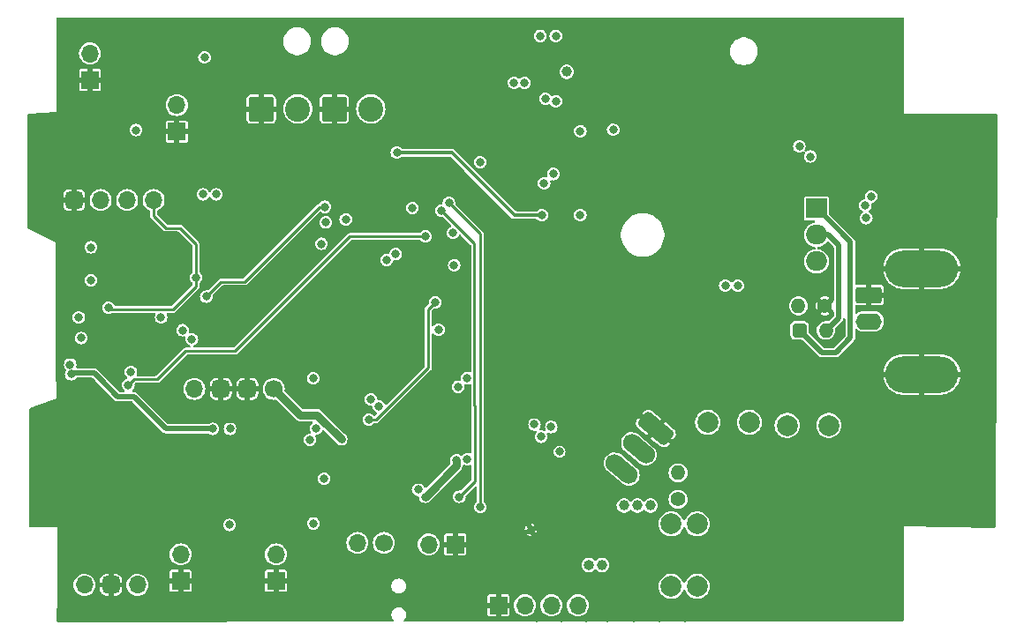
<source format=gbr>
%TF.GenerationSoftware,KiCad,Pcbnew,8.0.9*%
%TF.CreationDate,2025-09-12T08:00:05-04:00*%
%TF.ProjectId,SignalSlinger,5369676e-616c-4536-9c69-6e6765722e6b,rev?*%
%TF.SameCoordinates,Original*%
%TF.FileFunction,Copper,L3,Inr*%
%TF.FilePolarity,Positive*%
%FSLAX46Y46*%
G04 Gerber Fmt 4.6, Leading zero omitted, Abs format (unit mm)*
G04 Created by KiCad (PCBNEW 8.0.9) date 2025-09-12 08:00:05*
%MOMM*%
%LPD*%
G01*
G04 APERTURE LIST*
G04 Aperture macros list*
%AMRoundRect*
0 Rectangle with rounded corners*
0 $1 Rounding radius*
0 $2 $3 $4 $5 $6 $7 $8 $9 X,Y pos of 4 corners*
0 Add a 4 corners polygon primitive as box body*
4,1,4,$2,$3,$4,$5,$6,$7,$8,$9,$2,$3,0*
0 Add four circle primitives for the rounded corners*
1,1,$1+$1,$2,$3*
1,1,$1+$1,$4,$5*
1,1,$1+$1,$6,$7*
1,1,$1+$1,$8,$9*
0 Add four rect primitives between the rounded corners*
20,1,$1+$1,$2,$3,$4,$5,0*
20,1,$1+$1,$4,$5,$6,$7,0*
20,1,$1+$1,$6,$7,$8,$9,0*
20,1,$1+$1,$8,$9,$2,$3,0*%
%AMHorizOval*
0 Thick line with rounded ends*
0 $1 width*
0 $2 $3 position (X,Y) of the first rounded end (center of the circle)*
0 $4 $5 position (X,Y) of the second rounded end (center of the circle)*
0 Add line between two ends*
20,1,$1,$2,$3,$4,$5,0*
0 Add two circle primitives to create the rounded ends*
1,1,$1,$2,$3*
1,1,$1,$4,$5*%
G04 Aperture macros list end*
%TA.AperFunction,ComponentPad*%
%ADD10C,0.800000*%
%TD*%
%TA.AperFunction,ComponentPad*%
%ADD11R,1.700000X1.700000*%
%TD*%
%TA.AperFunction,ComponentPad*%
%ADD12O,1.700000X1.700000*%
%TD*%
%TA.AperFunction,ComponentPad*%
%ADD13RoundRect,0.350000X-0.350000X-0.350000X0.350000X-0.350000X0.350000X0.350000X-0.350000X0.350000X0*%
%TD*%
%TA.AperFunction,ComponentPad*%
%ADD14O,1.400000X1.400000*%
%TD*%
%TA.AperFunction,ComponentPad*%
%ADD15C,1.700000*%
%TD*%
%TA.AperFunction,ComponentPad*%
%ADD16C,5.000000*%
%TD*%
%TA.AperFunction,ComponentPad*%
%ADD17RoundRect,0.250001X-0.949999X-0.949999X0.949999X-0.949999X0.949999X0.949999X-0.949999X0.949999X0*%
%TD*%
%TA.AperFunction,ComponentPad*%
%ADD18C,2.400000*%
%TD*%
%TA.AperFunction,ComponentPad*%
%ADD19C,1.000000*%
%TD*%
%TA.AperFunction,ComponentPad*%
%ADD20C,1.400000*%
%TD*%
%TA.AperFunction,ComponentPad*%
%ADD21HorizOval,1.699260X-0.689769X0.578785X0.689769X-0.578785X0*%
%TD*%
%TA.AperFunction,ComponentPad*%
%ADD22RoundRect,0.424815X1.288262X-0.526424X-0.742131X1.177278X-1.288262X0.526424X0.742131X-1.177278X0*%
%TD*%
%TA.AperFunction,ComponentPad*%
%ADD23C,2.000000*%
%TD*%
%TA.AperFunction,ComponentPad*%
%ADD24O,2.500000X1.600000*%
%TD*%
%TA.AperFunction,ComponentPad*%
%ADD25O,7.000000X3.500000*%
%TD*%
%TA.AperFunction,ComponentPad*%
%ADD26RoundRect,0.250000X-1.000000X0.550000X-1.000000X-0.550000X1.000000X-0.550000X1.000000X0.550000X0*%
%TD*%
%TA.AperFunction,ComponentPad*%
%ADD27O,1.000000X1.000000*%
%TD*%
%TA.AperFunction,ComponentPad*%
%ADD28RoundRect,0.425000X-0.425000X0.425000X-0.425000X-0.425000X0.425000X-0.425000X0.425000X0.425000X0*%
%TD*%
%TA.AperFunction,ComponentPad*%
%ADD29R,2.000000X1.905000*%
%TD*%
%TA.AperFunction,ComponentPad*%
%ADD30O,2.000000X1.905000*%
%TD*%
%TA.AperFunction,ComponentPad*%
%ADD31RoundRect,0.425000X0.425000X-0.425000X0.425000X0.425000X-0.425000X0.425000X-0.425000X-0.425000X0*%
%TD*%
%TA.AperFunction,ViaPad*%
%ADD32C,0.800000*%
%TD*%
%TA.AperFunction,ViaPad*%
%ADD33C,1.000000*%
%TD*%
%TA.AperFunction,Conductor*%
%ADD34C,0.750000*%
%TD*%
%TA.AperFunction,Conductor*%
%ADD35C,0.500000*%
%TD*%
%TA.AperFunction,Conductor*%
%ADD36C,0.350000*%
%TD*%
%TA.AperFunction,Conductor*%
%ADD37C,0.250000*%
%TD*%
G04 APERTURE END LIST*
D10*
%TO.N,CLK1*%
%TO.C,W101*%
X97610000Y-101910000D03*
%TO.N,GND*%
X94873839Y-109427541D03*
%TD*%
D11*
%TO.N,GND*%
%TO.C,J104*%
X61270000Y-114320000D03*
D12*
%TO.N,Net-(D103-A)*%
X61270000Y-111780000D03*
%TD*%
D13*
%TO.N,Net-(D209-A)*%
%TO.C,R1*%
X120620000Y-90270000D03*
D14*
%TO.N,Vdrive*%
X123160000Y-90270000D03*
%TD*%
D11*
%TO.N,GND*%
%TO.C,J203*%
X52570000Y-66205000D03*
D12*
%TO.N,Net-(J203-Pin_2)*%
X52570000Y-63665000D03*
%TD*%
D15*
%TO.N,Net-(J101-Pin_1)*%
%TO.C,J101*%
X80750000Y-110685000D03*
D12*
%TO.N,+BATT*%
X78210000Y-110685000D03*
%TD*%
D11*
%TO.N,GND*%
%TO.C,J103*%
X87600000Y-110825000D03*
D12*
%TO.N,Net-(D101-K)*%
X85060000Y-110825000D03*
%TD*%
D16*
%TO.N,GND*%
%TO.C,REF\u002A\u002A*%
X51855000Y-71950000D03*
%TD*%
D17*
%TO.N,GND*%
%TO.C,J205*%
X69000000Y-69000000D03*
D18*
%TO.N,Net-(J205-Pin_2)*%
X72500000Y-69000000D03*
D17*
%TO.N,GND*%
X76000000Y-69000000D03*
D18*
%TO.N,Net-(J205-Pin_4)*%
X79500000Y-69000000D03*
%TD*%
D16*
%TO.N,GND*%
%TO.C,REF\u002A\u002A*%
X128055000Y-71950000D03*
%TD*%
D19*
%TO.N,Net-(JP101-A)*%
%TO.C,JP101*%
X103785000Y-107090000D03*
%TO.N,Net-(JP101-C)*%
X105055000Y-107090000D03*
%TO.N,Net-(JP101-B)*%
X106325000Y-107090000D03*
%TD*%
D11*
%TO.N,GND*%
%TO.C,J106*%
X70410000Y-114320000D03*
D12*
%TO.N,Net-(D104-A)*%
X70410000Y-111780000D03*
%TD*%
D20*
%TO.N,GND*%
%TO.C,R2*%
X123060000Y-87920000D03*
D14*
%TO.N,Net-(D209-A)*%
X120520000Y-87920000D03*
%TD*%
D21*
%TO.N,Net-(JP101-A)*%
%TO.C,Q103*%
X103577319Y-103585753D03*
%TO.N,Net-(L101-TAP)*%
X105210000Y-101640000D03*
D22*
%TO.N,GND*%
X106842681Y-99694247D03*
%TD*%
D23*
%TO.N,Net-(C301-Pad2)*%
%TO.C,L301*%
X111810000Y-99100000D03*
%TO.N,Net-(C303-Pad2)*%
X115810000Y-99100000D03*
%TD*%
%TO.N,Net-(JP102-B)*%
%TO.C,L101*%
X108310000Y-114850000D03*
%TO.N,Net-(L101-TAP)*%
X110810000Y-114850000D03*
X108310000Y-108850000D03*
%TO.N,RF_Raw*%
X110810000Y-108850000D03*
%TD*%
D20*
%TO.N,Net-(L101-TAP)*%
%TO.C,R109*%
X108970000Y-106490000D03*
D14*
%TO.N,Net-(JP101-B)*%
X108970000Y-103950000D03*
%TD*%
D24*
%TO.N,Net-(J301-In)*%
%TO.C,J301*%
X127275000Y-89412500D03*
D25*
%TO.N,GND*%
X132355000Y-84332500D03*
D26*
X127275000Y-86872500D03*
D25*
X132355000Y-94492500D03*
%TD*%
D11*
%TO.N,GND*%
%TO.C,J204*%
X60900000Y-71175000D03*
D12*
%TO.N,Net-(J204-Pin_2)*%
X60900000Y-68635000D03*
%TD*%
D27*
%TO.N,Net-(D107-K)*%
%TO.C,JP102*%
X100420000Y-112790000D03*
D19*
%TO.N,Net-(JP102-B)*%
X101690000Y-112790000D03*
%TD*%
D11*
%TO.N,GND*%
%TO.C,TP101*%
X91750000Y-116680000D03*
D12*
%TO.N,VDD*%
X94290000Y-116680000D03*
%TO.N,Net-(TP101-Pin_3)*%
X96830000Y-116680000D03*
%TO.N,Net-(TP101-Pin_4)*%
X99370000Y-116680000D03*
%TD*%
D16*
%TO.N,GND*%
%TO.C,REF\u002A\u002A*%
X128055000Y-106875000D03*
%TD*%
%TO.N,GND*%
%TO.C,REF\u002A\u002A*%
X51855000Y-106875000D03*
%TD*%
D23*
%TO.N,Net-(C303-Pad2)*%
%TO.C,L302*%
X119430000Y-99390000D03*
%TO.N,Net-(J301-In)*%
X123430000Y-99390000D03*
%TD*%
D12*
%TO.N,Frequency Down*%
%TO.C,J102*%
X52045000Y-114710000D03*
D28*
%TO.N,GND*%
X54585000Y-114710000D03*
D12*
%TO.N,Frequency Up*%
X57125000Y-114710000D03*
%TD*%
D28*
%TO.N,GND*%
%TO.C,J105*%
X51052500Y-77750000D03*
D12*
%TO.N,Paddle_Dit*%
X53592500Y-77750000D03*
%TO.N,Paddle Dah*%
X56132500Y-77750000D03*
%TO.N,Straightkey*%
X58672500Y-77750000D03*
%TD*%
D29*
%TO.N,Net-(D209-A)*%
%TO.C,U203*%
X122240000Y-78560000D03*
D30*
%TO.N,Vdrive*%
X122240000Y-81100000D03*
%TO.N,Net-(D208-K)*%
X122240000Y-83640000D03*
%TD*%
D15*
%TO.N,+BATT*%
%TO.C,MOD201*%
X70197500Y-95890000D03*
D31*
%TO.N,GND*%
X67657500Y-95890000D03*
X65117500Y-95890000D03*
D12*
%TO.N,Net-(D206-K)*%
X62577500Y-95890000D03*
%TD*%
D32*
%TO.N,+BATT*%
X76670000Y-100730000D03*
%TO.N,GND*%
X50010000Y-110590000D03*
X109815000Y-82230000D03*
X69380000Y-104580000D03*
X105110000Y-96890000D03*
X117710000Y-98270000D03*
X116450000Y-102230000D03*
X50030000Y-82000000D03*
X104860000Y-68000000D03*
X105160000Y-74240000D03*
X116270000Y-117770000D03*
X98060000Y-103720000D03*
X124965500Y-96850000D03*
X107631174Y-77840000D03*
X122337818Y-97937818D03*
X71550000Y-117570000D03*
X119400000Y-102950000D03*
X57250000Y-98350000D03*
X108570000Y-102420000D03*
X102940000Y-74240000D03*
X132610000Y-70010000D03*
X53500000Y-92210000D03*
X128470000Y-90790000D03*
X79490000Y-63030000D03*
X98410000Y-99770000D03*
X58425500Y-89283000D03*
X107150000Y-117890000D03*
X120120000Y-77310000D03*
X91670000Y-97250000D03*
X82775000Y-82010000D03*
X56680000Y-93240000D03*
X90950000Y-100610000D03*
X126370000Y-99240000D03*
X126500500Y-91930000D03*
X52250000Y-117630000D03*
X49980000Y-115170000D03*
X109815000Y-84005000D03*
X81660000Y-102080000D03*
X111850000Y-103980000D03*
X55890000Y-91810000D03*
X106590000Y-87780000D03*
X105160000Y-85830000D03*
X54760000Y-117600000D03*
X79301992Y-64731992D03*
X50150000Y-61200000D03*
X88179282Y-97069875D03*
X119000000Y-101610000D03*
X109760000Y-90200000D03*
X95270000Y-61040000D03*
X123580000Y-117770000D03*
X108170000Y-91660000D03*
X97791384Y-71978118D03*
X111260000Y-88760000D03*
X100180000Y-69240000D03*
X111770000Y-76254500D03*
X139020000Y-94640000D03*
X125100000Y-102710000D03*
X120170000Y-96610000D03*
X113140000Y-100090000D03*
X74100000Y-89900000D03*
X97980000Y-61110000D03*
X138940000Y-70220000D03*
X64450000Y-61170000D03*
X80901835Y-96409491D03*
X93140000Y-71650000D03*
X50150000Y-64370000D03*
X107631174Y-76254500D03*
X61630000Y-84950000D03*
X89539787Y-61024808D03*
X61590000Y-61170000D03*
X127500000Y-61020000D03*
X112600000Y-73044992D03*
X55780000Y-61200000D03*
X68100000Y-80200000D03*
X52880000Y-61200000D03*
X136000000Y-108400000D03*
X127780000Y-93100000D03*
X115850000Y-96730000D03*
X104770000Y-117890000D03*
X128120000Y-91990000D03*
X118840000Y-108430000D03*
X58690000Y-61200000D03*
X99510000Y-102250000D03*
X88810000Y-117350000D03*
X83360000Y-117590000D03*
X125610000Y-92730000D03*
X88750000Y-100520000D03*
X60200000Y-63800000D03*
X69933008Y-64546992D03*
X68530000Y-61140000D03*
X83700000Y-90200000D03*
X139000000Y-105160000D03*
X88520000Y-98110000D03*
X101000000Y-61030980D03*
X122850000Y-103280000D03*
X117890000Y-75250000D03*
X52630000Y-95200000D03*
X55410000Y-79990000D03*
X90980000Y-94950000D03*
X129960000Y-112050000D03*
X76980000Y-117510000D03*
X97010000Y-111080000D03*
X105550000Y-110270000D03*
X84225000Y-82310000D03*
X60600000Y-92240000D03*
X66000000Y-104960000D03*
X86565306Y-81735306D03*
X49980000Y-112980000D03*
X75900000Y-89900000D03*
X55450000Y-82660000D03*
X139000000Y-87630000D03*
X104530000Y-112250000D03*
X65610000Y-117570000D03*
X58157701Y-92717701D03*
X86320000Y-61130000D03*
X60000000Y-117580000D03*
X78300000Y-83700000D03*
X126810000Y-94180000D03*
X115150000Y-95470000D03*
X93090000Y-106220000D03*
X103120000Y-77840000D03*
X112000000Y-90250000D03*
X103130000Y-85830000D03*
X58230000Y-85390000D03*
X93130000Y-103020000D03*
X109780000Y-74240000D03*
X139020000Y-84860000D03*
X122850000Y-95740000D03*
X75920000Y-97070000D03*
X124540000Y-61080000D03*
X49930000Y-100390000D03*
X102150000Y-117890000D03*
X112100000Y-69200000D03*
X78900000Y-90400000D03*
X121640000Y-61080000D03*
X107670000Y-85800000D03*
X107800000Y-97060000D03*
X54590000Y-97470000D03*
X123510000Y-102140000D03*
X126620000Y-95690000D03*
X126830000Y-117720000D03*
X71720000Y-65550000D03*
X102320000Y-97520000D03*
X110700000Y-71200000D03*
X92510000Y-61060000D03*
X109815000Y-76254500D03*
X69130000Y-106580000D03*
X74330000Y-65595000D03*
X116840000Y-97540000D03*
X112620000Y-96180000D03*
X120620000Y-82410000D03*
X53340000Y-87570000D03*
X104915008Y-91955008D03*
X129910000Y-115240000D03*
X81040609Y-98840001D03*
X112800000Y-117830000D03*
X107631174Y-84005000D03*
X107631174Y-74240000D03*
X111930000Y-107160000D03*
X103780000Y-61040000D03*
X50110000Y-68110000D03*
X123730000Y-110260000D03*
X50010000Y-103130000D03*
X111764500Y-100959772D03*
X56750000Y-85364020D03*
X138850000Y-101580000D03*
X103210000Y-84005000D03*
X135510000Y-70010000D03*
X97030000Y-109220000D03*
X56275641Y-89084613D03*
X103150000Y-82200000D03*
X108760000Y-87800000D03*
X109420000Y-61010000D03*
X56100000Y-98400011D03*
X113210000Y-103140000D03*
X124965655Y-93814498D03*
X106280000Y-95890000D03*
X105160000Y-76254500D03*
X80990000Y-117510000D03*
X74620000Y-117530000D03*
X115300000Y-61080000D03*
X133010000Y-108350000D03*
X57500000Y-80180000D03*
X105620000Y-105460000D03*
X61240000Y-83569500D03*
X91770000Y-103850000D03*
X103720000Y-98240000D03*
X109815000Y-77840000D03*
X111800000Y-74500000D03*
X127100000Y-111260000D03*
X124965500Y-95440000D03*
X126960000Y-102580000D03*
X82555981Y-102100000D03*
X113600000Y-70700000D03*
X129930000Y-63420000D03*
X124160000Y-97777300D03*
X58050000Y-83810000D03*
X121004977Y-103249824D03*
X60603177Y-94434299D03*
X81810472Y-84085778D03*
X58295500Y-90940000D03*
X111930000Y-105450000D03*
X111530000Y-92640000D03*
X114740000Y-97670000D03*
X57050000Y-86660000D03*
X118550000Y-61080000D03*
X102890000Y-72410000D03*
X100154873Y-117898619D03*
X121580000Y-98960000D03*
X85350000Y-98290000D03*
X138950000Y-98040000D03*
X80740000Y-61140500D03*
X93100000Y-98400000D03*
X93100000Y-104750000D03*
X83170000Y-61130000D03*
X68400000Y-78400000D03*
X109680000Y-92540000D03*
X106740000Y-93190000D03*
X99540000Y-103850000D03*
X72030000Y-104510000D03*
X139070000Y-72730000D03*
X99790000Y-87730000D03*
X69570000Y-63030000D03*
X73020000Y-97040000D03*
X123420000Y-96820000D03*
X105450000Y-66790000D03*
X67070000Y-61140000D03*
X96580000Y-91320000D03*
X103160000Y-76254500D03*
X77200000Y-65570000D03*
X99540000Y-100820000D03*
X51770000Y-84597000D03*
X109600000Y-117860000D03*
X115500000Y-72710489D03*
X61560000Y-86140000D03*
X57830000Y-82450000D03*
X103430000Y-110520000D03*
X67120000Y-94200000D03*
X50090000Y-75770000D03*
X95380000Y-117880000D03*
X121280000Y-95600000D03*
X62700000Y-117560000D03*
X49960000Y-97740000D03*
X126580000Y-97460000D03*
X82400000Y-87700000D03*
X120980000Y-100100000D03*
X116720000Y-73630000D03*
X106080000Y-63660000D03*
X103150000Y-79700000D03*
X109690000Y-100770000D03*
X114170000Y-98990000D03*
X119730000Y-117720000D03*
X119200000Y-97650000D03*
X117300000Y-78100000D03*
X112500000Y-61050000D03*
X105160000Y-77840000D03*
X126500500Y-90920000D03*
X129900000Y-67980000D03*
X120120000Y-75285500D03*
X95600000Y-98230000D03*
X115750000Y-107310000D03*
X72062347Y-85662347D03*
X67120000Y-92750000D03*
X129870000Y-65770000D03*
X109840000Y-85830000D03*
X129910000Y-117770000D03*
X106660000Y-61040000D03*
X129900000Y-61050000D03*
X57260000Y-117580000D03*
X50050000Y-80030000D03*
X71390000Y-92024500D03*
X58210000Y-87460000D03*
X102930000Y-92330500D03*
X73200000Y-86800000D03*
X87460000Y-117480000D03*
X117708725Y-100093901D03*
X68490000Y-117570000D03*
X98130000Y-112000000D03*
X86860000Y-98160000D03*
X111810000Y-102460000D03*
X117010000Y-101020000D03*
X118920000Y-82410000D03*
X91080000Y-98950000D03*
X109815000Y-80120000D03*
X100790000Y-92340500D03*
X101980000Y-87699011D03*
X112700000Y-108800000D03*
X97780000Y-117880000D03*
X105160000Y-84005000D03*
X68100000Y-83403984D03*
X76160000Y-98240000D03*
X94680000Y-101970000D03*
X50000000Y-117630000D03*
X104330000Y-65670000D03*
X111610000Y-97400000D03*
X138950000Y-91120000D03*
X139050000Y-108450000D03*
X91630000Y-105690000D03*
X113720000Y-95110000D03*
X121950000Y-108430000D03*
%TO.N,+3V3*%
X62345000Y-91125000D03*
X64700000Y-77200000D03*
X61450000Y-90250000D03*
X63400000Y-77200000D03*
%TO.N,+VSW*%
X96250000Y-68000000D03*
X97250000Y-68250000D03*
%TO.N,Net-(D101-K)*%
X99600000Y-79200000D03*
X99600000Y-71140000D03*
%TO.N,VDD*%
X84722701Y-106247299D03*
X88770000Y-102630000D03*
X87720000Y-102730000D03*
X84037701Y-105562299D03*
%TO.N,Net-(D107-K)*%
X95840000Y-100480000D03*
X96813344Y-99547870D03*
%TO.N,Net-(D201-A)*%
X80270000Y-97560000D03*
X97000000Y-75250000D03*
X96125000Y-76125000D03*
X73970000Y-94880000D03*
X79520000Y-96890000D03*
%TO.N,V_ext*%
X87860000Y-95680000D03*
X121650000Y-73570000D03*
X113500000Y-85950000D03*
X74250000Y-99690000D03*
X127490000Y-77400000D03*
X88720000Y-94850000D03*
X114700000Y-85950000D03*
X120610000Y-72590000D03*
X73675500Y-100770000D03*
X127030000Y-79480000D03*
X126940000Y-78260000D03*
%TO.N,V+_Charging*%
X64370000Y-99720000D03*
X66000000Y-99720000D03*
X50670000Y-93550000D03*
X50763637Y-94475000D03*
%TO.N,Net-(D102-A)*%
X95900000Y-79200000D03*
X82000000Y-73200000D03*
%TO.N,Net-(D105-A2)*%
X81000000Y-83500000D03*
X59387927Y-89011462D03*
X51502347Y-89017653D03*
%TO.N,Net-(D106-A1)*%
X84750000Y-81250000D03*
X51750000Y-91000000D03*
X56250000Y-95500000D03*
%TO.N,Net-(D204-A)*%
X93250000Y-66500000D03*
X94250000Y-66500000D03*
%TO.N,Vext*%
X83500000Y-78500000D03*
X75023768Y-104512536D03*
D33*
%TO.N,Net-(J101-Pin_1)*%
X98290000Y-65430000D03*
D32*
%TO.N,Paddle_Dit*%
X52660000Y-82290000D03*
%TO.N,FET_DRIVER_ENABLE*%
X95200000Y-99300000D03*
X86000000Y-90200000D03*
%TO.N,V3V3_PWR_ENABLE*%
X79320000Y-98840000D03*
X85675000Y-87575000D03*
%TO.N,Straightkey*%
X62750000Y-85180000D03*
X54360000Y-88090000D03*
%TO.N,Frequency Up*%
X75200000Y-79900000D03*
X56500000Y-94250000D03*
%TO.N,Frequency Down*%
X63720000Y-87025000D03*
X75100000Y-78400000D03*
%TO.N,Paddle Dah*%
X52665960Y-85454527D03*
X87387653Y-80912959D03*
%TO.N,Master_Power_enable*%
X87500000Y-84000000D03*
X102750000Y-71000000D03*
%TO.N,Net-(U101-PD2)*%
X65950000Y-108950000D03*
X74770000Y-81953984D03*
%TO.N,Net-(U101-PD4)*%
X74000000Y-108800000D03*
X77100000Y-79600000D03*
%TO.N,Net-(TP101-Pin_3)*%
X86250000Y-78750000D03*
X88000000Y-106250000D03*
%TO.N,Net-(TP101-Pin_4)*%
X90012653Y-107237347D03*
X87000000Y-78000000D03*
%TO.N,Fan_Contr*%
X90000000Y-74100000D03*
X57000000Y-71030000D03*
%TO.N,Ext_Bat_Contr*%
X81900000Y-82950000D03*
X63550000Y-64050000D03*
%TO.N,Vdrive*%
X97250000Y-61980000D03*
X95750000Y-61980000D03*
%TD*%
D34*
%TO.N,+BATT*%
X74340000Y-98400000D02*
X72707500Y-98400000D01*
X76670000Y-100730000D02*
X74340000Y-98400000D01*
X72707500Y-98400000D02*
X70197500Y-95890000D01*
D35*
%TO.N,GND*%
X76400000Y-90400000D02*
X75900000Y-89900000D01*
X78900000Y-90400000D02*
X76400000Y-90400000D01*
D34*
%TO.N,VDD*%
X87720000Y-103250000D02*
X87720000Y-102730000D01*
X84722701Y-106247299D02*
X87720000Y-103250000D01*
D35*
%TO.N,Net-(D201-A)*%
X80270000Y-97560000D02*
X80190000Y-97560000D01*
%TO.N,Net-(D209-A)*%
X122760000Y-92410000D02*
X124080000Y-92410000D01*
X124080000Y-92410000D02*
X125489520Y-91000480D01*
X125489520Y-91000480D02*
X125489520Y-81750250D01*
X125489520Y-81750250D02*
X122299270Y-78560000D01*
X120620000Y-90270000D02*
X122760000Y-92410000D01*
%TO.N,V+_Charging*%
X55226891Y-96626891D02*
X56786891Y-96626891D01*
X50763637Y-94475000D02*
X50888637Y-94350000D01*
X56786891Y-96626891D02*
X59880000Y-99720000D01*
X59880000Y-99720000D02*
X64370000Y-99720000D01*
X53480000Y-94880000D02*
X55226891Y-96626891D01*
X50888637Y-94350000D02*
X52982082Y-94350000D01*
X52982082Y-94350000D02*
X53480000Y-94847918D01*
X53480000Y-94847918D02*
X53480000Y-94880000D01*
D36*
%TO.N,Net-(D102-A)*%
X88800000Y-74700000D02*
X93300000Y-79200000D01*
X93300000Y-79200000D02*
X95900000Y-79200000D01*
X82000000Y-73200000D02*
X87300000Y-73200000D01*
X87300000Y-73200000D02*
X88800000Y-74700000D01*
D37*
%TO.N,Net-(D106-A1)*%
X66500000Y-92250000D02*
X61762171Y-92250000D01*
X77500000Y-81250000D02*
X66500000Y-92250000D01*
X84750000Y-81250000D02*
X77500000Y-81250000D01*
X61762171Y-92250000D02*
X59037171Y-94975000D01*
X59037171Y-94975000D02*
X56775000Y-94975000D01*
X56775000Y-94975000D02*
X56250000Y-95500000D01*
%TO.N,V3V3_PWR_ENABLE*%
X79320000Y-98840000D02*
X80015305Y-98840000D01*
X85000000Y-88250000D02*
X85675000Y-87575000D01*
X80015305Y-98840000D02*
X85000000Y-93855305D01*
X85000000Y-93855305D02*
X85000000Y-88250000D01*
%TO.N,Straightkey*%
X61174614Y-80430000D02*
X59829984Y-80430000D01*
X62750000Y-82005386D02*
X61174614Y-80430000D01*
X60560814Y-88234511D02*
X54504511Y-88234511D01*
X62750000Y-85180000D02*
X62750000Y-82005386D01*
X62750000Y-86045325D02*
X60560814Y-88234511D01*
X58672500Y-79272516D02*
X58672500Y-77750000D01*
X62750000Y-85180000D02*
X62750000Y-86045325D01*
X59829984Y-80430000D02*
X58672500Y-79272516D01*
%TO.N,Frequency Down*%
X65145000Y-85600000D02*
X67400000Y-85600000D01*
X74600000Y-78400000D02*
X75100000Y-78400000D01*
X67400000Y-85600000D02*
X74600000Y-78400000D01*
X63720000Y-87025000D02*
X65145000Y-85600000D01*
%TO.N,Net-(TP101-Pin_3)*%
X89500000Y-97500000D02*
X89495000Y-97505000D01*
X89445000Y-97445000D02*
X89500000Y-97500000D01*
X89445000Y-81945000D02*
X89445000Y-97445000D01*
X89495000Y-104755000D02*
X88000000Y-106250000D01*
X89495000Y-97505000D02*
X89495000Y-104755000D01*
X86250000Y-78750000D02*
X89445000Y-81945000D01*
%TO.N,Net-(TP101-Pin_4)*%
X90012653Y-107237347D02*
X90012653Y-81012653D01*
X90012653Y-81012653D02*
X87000000Y-78000000D01*
D35*
%TO.N,Vdrive*%
X124360000Y-89070000D02*
X123100000Y-90330000D01*
X124360000Y-82100000D02*
X124360000Y-89070000D01*
X122240000Y-81100000D02*
X123360000Y-81100000D01*
X123360000Y-81100000D02*
X124360000Y-82100000D01*
%TD*%
%TA.AperFunction,Conductor*%
%TO.N,GND*%
G36*
X130601711Y-60220002D02*
G01*
X130648204Y-60273658D01*
X130659589Y-60326410D01*
X130629999Y-69419999D01*
X130630000Y-69420000D01*
X139494319Y-69489021D01*
X139562281Y-69509553D01*
X139608355Y-69563569D01*
X139619335Y-69615683D01*
X139410671Y-109092945D01*
X139390309Y-109160959D01*
X139336409Y-109207168D01*
X139282955Y-109218267D01*
X130610000Y-109099999D01*
X130610000Y-118104093D01*
X130589998Y-118172214D01*
X130536342Y-118218707D01*
X130484093Y-118230093D01*
X82793097Y-118265327D01*
X82724962Y-118245375D01*
X82678429Y-118191754D01*
X82668273Y-118121487D01*
X82697719Y-118056885D01*
X82703896Y-118050244D01*
X82738774Y-118015367D01*
X82816092Y-117899653D01*
X82869349Y-117771078D01*
X82896500Y-117634584D01*
X82896500Y-117495416D01*
X82869349Y-117358922D01*
X82816092Y-117230347D01*
X82738774Y-117114633D01*
X82738769Y-117114627D01*
X82640372Y-117016230D01*
X82640366Y-117016225D01*
X82524653Y-116938908D01*
X82396081Y-116885652D01*
X82396078Y-116885651D01*
X82332443Y-116872993D01*
X82259584Y-116858500D01*
X82120416Y-116858500D01*
X82052169Y-116872075D01*
X81983921Y-116885651D01*
X81983918Y-116885652D01*
X81855346Y-116938908D01*
X81739633Y-117016225D01*
X81739627Y-117016230D01*
X81641230Y-117114627D01*
X81641225Y-117114633D01*
X81563908Y-117230346D01*
X81510652Y-117358918D01*
X81510651Y-117358921D01*
X81510651Y-117358922D01*
X81483500Y-117495416D01*
X81483500Y-117634584D01*
X81510651Y-117771078D01*
X81510652Y-117771081D01*
X81563908Y-117899653D01*
X81641225Y-118015366D01*
X81641230Y-118015372D01*
X81676981Y-118051123D01*
X81711007Y-118113435D01*
X81705942Y-118184250D01*
X81663395Y-118241086D01*
X81596875Y-118265897D01*
X81587979Y-118266218D01*
X49526508Y-118289906D01*
X49458373Y-118269954D01*
X49411840Y-118216333D01*
X49400416Y-118163493D01*
X49408166Y-115810298D01*
X90700000Y-115810298D01*
X90700000Y-116430000D01*
X91316988Y-116430000D01*
X91284075Y-116487007D01*
X91250000Y-116614174D01*
X91250000Y-116745826D01*
X91284075Y-116872993D01*
X91316988Y-116930000D01*
X90700000Y-116930000D01*
X90700000Y-117549701D01*
X90711604Y-117608036D01*
X90755807Y-117674192D01*
X90821963Y-117718395D01*
X90880298Y-117729999D01*
X90880303Y-117730000D01*
X91500000Y-117730000D01*
X91500000Y-117113012D01*
X91557007Y-117145925D01*
X91684174Y-117180000D01*
X91815826Y-117180000D01*
X91942993Y-117145925D01*
X92000000Y-117113012D01*
X92000000Y-117730000D01*
X92619697Y-117730000D01*
X92619701Y-117729999D01*
X92678036Y-117718395D01*
X92744192Y-117674192D01*
X92788395Y-117608036D01*
X92799999Y-117549701D01*
X92800000Y-117549696D01*
X92800000Y-116930000D01*
X92183012Y-116930000D01*
X92215925Y-116872993D01*
X92250000Y-116745826D01*
X92250000Y-116679996D01*
X93234417Y-116679996D01*
X93234417Y-116680003D01*
X93254698Y-116885927D01*
X93254699Y-116885933D01*
X93254700Y-116885934D01*
X93314768Y-117083954D01*
X93412315Y-117266450D01*
X93543590Y-117426410D01*
X93703550Y-117557685D01*
X93886046Y-117655232D01*
X94084066Y-117715300D01*
X94084070Y-117715300D01*
X94084072Y-117715301D01*
X94289997Y-117735583D01*
X94290000Y-117735583D01*
X94290003Y-117735583D01*
X94495927Y-117715301D01*
X94495928Y-117715300D01*
X94495934Y-117715300D01*
X94693954Y-117655232D01*
X94876450Y-117557685D01*
X95036410Y-117426410D01*
X95167685Y-117266450D01*
X95265232Y-117083954D01*
X95325300Y-116885934D01*
X95345583Y-116680000D01*
X95345583Y-116679996D01*
X95774417Y-116679996D01*
X95774417Y-116680003D01*
X95794698Y-116885927D01*
X95794699Y-116885933D01*
X95794700Y-116885934D01*
X95854768Y-117083954D01*
X95952315Y-117266450D01*
X96083590Y-117426410D01*
X96243550Y-117557685D01*
X96426046Y-117655232D01*
X96624066Y-117715300D01*
X96624070Y-117715300D01*
X96624072Y-117715301D01*
X96829997Y-117735583D01*
X96830000Y-117735583D01*
X96830003Y-117735583D01*
X97035927Y-117715301D01*
X97035928Y-117715300D01*
X97035934Y-117715300D01*
X97233954Y-117655232D01*
X97416450Y-117557685D01*
X97576410Y-117426410D01*
X97707685Y-117266450D01*
X97805232Y-117083954D01*
X97865300Y-116885934D01*
X97885583Y-116680000D01*
X97885583Y-116679996D01*
X98314417Y-116679996D01*
X98314417Y-116680003D01*
X98334698Y-116885927D01*
X98334699Y-116885933D01*
X98334700Y-116885934D01*
X98394768Y-117083954D01*
X98492315Y-117266450D01*
X98623590Y-117426410D01*
X98783550Y-117557685D01*
X98966046Y-117655232D01*
X99164066Y-117715300D01*
X99164070Y-117715300D01*
X99164072Y-117715301D01*
X99369997Y-117735583D01*
X99370000Y-117735583D01*
X99370003Y-117735583D01*
X99575927Y-117715301D01*
X99575928Y-117715300D01*
X99575934Y-117715300D01*
X99773954Y-117655232D01*
X99956450Y-117557685D01*
X100116410Y-117426410D01*
X100247685Y-117266450D01*
X100345232Y-117083954D01*
X100405300Y-116885934D01*
X100425583Y-116680000D01*
X100405300Y-116474066D01*
X100345232Y-116276046D01*
X100247685Y-116093550D01*
X100116410Y-115933590D01*
X99956450Y-115802315D01*
X99956448Y-115802314D01*
X99956447Y-115802313D01*
X99773954Y-115704768D01*
X99575927Y-115644698D01*
X99370003Y-115624417D01*
X99369997Y-115624417D01*
X99164072Y-115644698D01*
X98966045Y-115704768D01*
X98783552Y-115802313D01*
X98623590Y-115933590D01*
X98492313Y-116093552D01*
X98394768Y-116276045D01*
X98334698Y-116474072D01*
X98314417Y-116679996D01*
X97885583Y-116679996D01*
X97865300Y-116474066D01*
X97805232Y-116276046D01*
X97707685Y-116093550D01*
X97576410Y-115933590D01*
X97416450Y-115802315D01*
X97416448Y-115802314D01*
X97416447Y-115802313D01*
X97233954Y-115704768D01*
X97035927Y-115644698D01*
X96830003Y-115624417D01*
X96829997Y-115624417D01*
X96624072Y-115644698D01*
X96426045Y-115704768D01*
X96243552Y-115802313D01*
X96083590Y-115933590D01*
X95952313Y-116093552D01*
X95854768Y-116276045D01*
X95794698Y-116474072D01*
X95774417Y-116679996D01*
X95345583Y-116679996D01*
X95325300Y-116474066D01*
X95265232Y-116276046D01*
X95167685Y-116093550D01*
X95036410Y-115933590D01*
X94876450Y-115802315D01*
X94876448Y-115802314D01*
X94876447Y-115802313D01*
X94693954Y-115704768D01*
X94495927Y-115644698D01*
X94290003Y-115624417D01*
X94289997Y-115624417D01*
X94084072Y-115644698D01*
X93886045Y-115704768D01*
X93703552Y-115802313D01*
X93543590Y-115933590D01*
X93412313Y-116093552D01*
X93314768Y-116276045D01*
X93254698Y-116474072D01*
X93234417Y-116679996D01*
X92250000Y-116679996D01*
X92250000Y-116614174D01*
X92215925Y-116487007D01*
X92183012Y-116430000D01*
X92800000Y-116430000D01*
X92800000Y-115810303D01*
X92799999Y-115810298D01*
X92788395Y-115751963D01*
X92744192Y-115685807D01*
X92678036Y-115641604D01*
X92619701Y-115630000D01*
X92000000Y-115630000D01*
X92000000Y-116246988D01*
X91942993Y-116214075D01*
X91815826Y-116180000D01*
X91684174Y-116180000D01*
X91557007Y-116214075D01*
X91500000Y-116246988D01*
X91500000Y-115630000D01*
X90880298Y-115630000D01*
X90821963Y-115641604D01*
X90755807Y-115685807D01*
X90711604Y-115751963D01*
X90700000Y-115810298D01*
X49408166Y-115810298D01*
X49411789Y-114709996D01*
X50989417Y-114709996D01*
X50989417Y-114710003D01*
X51009698Y-114915927D01*
X51069768Y-115113954D01*
X51161481Y-115285537D01*
X51167315Y-115296450D01*
X51298590Y-115456410D01*
X51458550Y-115587685D01*
X51641046Y-115685232D01*
X51839066Y-115745300D01*
X51839070Y-115745300D01*
X51839072Y-115745301D01*
X52044997Y-115765583D01*
X52045000Y-115765583D01*
X52045003Y-115765583D01*
X52250927Y-115745301D01*
X52250928Y-115745300D01*
X52250934Y-115745300D01*
X52448954Y-115685232D01*
X52631450Y-115587685D01*
X52791410Y-115456410D01*
X52922685Y-115296450D01*
X53020232Y-115113954D01*
X53080300Y-114915934D01*
X53083389Y-114884579D01*
X53100583Y-114710003D01*
X53100583Y-114709996D01*
X53080301Y-114504072D01*
X53080300Y-114504070D01*
X53080300Y-114504066D01*
X53020232Y-114306046D01*
X52975243Y-114221879D01*
X53535000Y-114221879D01*
X53535000Y-114460000D01*
X54151988Y-114460000D01*
X54119075Y-114517007D01*
X54085000Y-114644174D01*
X54085000Y-114775826D01*
X54119075Y-114902993D01*
X54151988Y-114960000D01*
X53535000Y-114960000D01*
X53535000Y-115198120D01*
X53537788Y-115233541D01*
X53537790Y-115233554D01*
X53581846Y-115385194D01*
X53662226Y-115521109D01*
X53662232Y-115521116D01*
X53773883Y-115632767D01*
X53773890Y-115632773D01*
X53909805Y-115713153D01*
X54061445Y-115757209D01*
X54061458Y-115757211D01*
X54096879Y-115759999D01*
X54096881Y-115760000D01*
X54335000Y-115760000D01*
X54335000Y-115143012D01*
X54392007Y-115175925D01*
X54519174Y-115210000D01*
X54650826Y-115210000D01*
X54777993Y-115175925D01*
X54835000Y-115143012D01*
X54835000Y-115760000D01*
X55073119Y-115760000D01*
X55073120Y-115759999D01*
X55108541Y-115757211D01*
X55108554Y-115757209D01*
X55260194Y-115713153D01*
X55396109Y-115632773D01*
X55396116Y-115632767D01*
X55507767Y-115521116D01*
X55507773Y-115521109D01*
X55588153Y-115385194D01*
X55632209Y-115233554D01*
X55632211Y-115233541D01*
X55634999Y-115198120D01*
X55635000Y-115198119D01*
X55635000Y-114960000D01*
X55018012Y-114960000D01*
X55050925Y-114902993D01*
X55085000Y-114775826D01*
X55085000Y-114709996D01*
X56069417Y-114709996D01*
X56069417Y-114710003D01*
X56089698Y-114915927D01*
X56149768Y-115113954D01*
X56241481Y-115285537D01*
X56247315Y-115296450D01*
X56378590Y-115456410D01*
X56538550Y-115587685D01*
X56721046Y-115685232D01*
X56919066Y-115745300D01*
X56919070Y-115745300D01*
X56919072Y-115745301D01*
X57124997Y-115765583D01*
X57125000Y-115765583D01*
X57125003Y-115765583D01*
X57330927Y-115745301D01*
X57330928Y-115745300D01*
X57330934Y-115745300D01*
X57528954Y-115685232D01*
X57711450Y-115587685D01*
X57871410Y-115456410D01*
X58002685Y-115296450D01*
X58100232Y-115113954D01*
X58160300Y-114915934D01*
X58163389Y-114884579D01*
X58180583Y-114710003D01*
X58180583Y-114709996D01*
X58160301Y-114504072D01*
X58160300Y-114504070D01*
X58160300Y-114504066D01*
X58100232Y-114306046D01*
X58002685Y-114123550D01*
X57871410Y-113963590D01*
X57711450Y-113832315D01*
X57711448Y-113832314D01*
X57711447Y-113832313D01*
X57528954Y-113734768D01*
X57436906Y-113706846D01*
X57330934Y-113674700D01*
X57330933Y-113674699D01*
X57330927Y-113674698D01*
X57125003Y-113654417D01*
X57124997Y-113654417D01*
X56919072Y-113674698D01*
X56721045Y-113734768D01*
X56538552Y-113832313D01*
X56378590Y-113963590D01*
X56247313Y-114123552D01*
X56149768Y-114306045D01*
X56089698Y-114504072D01*
X56069417Y-114709996D01*
X55085000Y-114709996D01*
X55085000Y-114644174D01*
X55050925Y-114517007D01*
X55018012Y-114460000D01*
X55635000Y-114460000D01*
X55635000Y-114221880D01*
X55634999Y-114221879D01*
X55632211Y-114186458D01*
X55632209Y-114186445D01*
X55588153Y-114034805D01*
X55507773Y-113898890D01*
X55507767Y-113898883D01*
X55396116Y-113787232D01*
X55396109Y-113787226D01*
X55260194Y-113706846D01*
X55108554Y-113662790D01*
X55108541Y-113662788D01*
X55073120Y-113660000D01*
X54835000Y-113660000D01*
X54835000Y-114276988D01*
X54777993Y-114244075D01*
X54650826Y-114210000D01*
X54519174Y-114210000D01*
X54392007Y-114244075D01*
X54335000Y-114276988D01*
X54335000Y-113660000D01*
X54096880Y-113660000D01*
X54061458Y-113662788D01*
X54061445Y-113662790D01*
X53909805Y-113706846D01*
X53773890Y-113787226D01*
X53773883Y-113787232D01*
X53662232Y-113898883D01*
X53662226Y-113898890D01*
X53581846Y-114034805D01*
X53537790Y-114186445D01*
X53537788Y-114186458D01*
X53535000Y-114221879D01*
X52975243Y-114221879D01*
X52922685Y-114123550D01*
X52791410Y-113963590D01*
X52631450Y-113832315D01*
X52631448Y-113832314D01*
X52631447Y-113832313D01*
X52448954Y-113734768D01*
X52356906Y-113706846D01*
X52250934Y-113674700D01*
X52250933Y-113674699D01*
X52250927Y-113674698D01*
X52045003Y-113654417D01*
X52044997Y-113654417D01*
X51839072Y-113674698D01*
X51641045Y-113734768D01*
X51458552Y-113832313D01*
X51298590Y-113963590D01*
X51167313Y-114123552D01*
X51069768Y-114306045D01*
X51009698Y-114504072D01*
X50989417Y-114709996D01*
X49411789Y-114709996D01*
X49415937Y-113450298D01*
X60220000Y-113450298D01*
X60220000Y-114070000D01*
X60836988Y-114070000D01*
X60804075Y-114127007D01*
X60770000Y-114254174D01*
X60770000Y-114385826D01*
X60804075Y-114512993D01*
X60836988Y-114570000D01*
X60220000Y-114570000D01*
X60220000Y-115189701D01*
X60231604Y-115248036D01*
X60275807Y-115314192D01*
X60341963Y-115358395D01*
X60400298Y-115369999D01*
X60400303Y-115370000D01*
X61020000Y-115370000D01*
X61020000Y-114753012D01*
X61077007Y-114785925D01*
X61204174Y-114820000D01*
X61335826Y-114820000D01*
X61462993Y-114785925D01*
X61520000Y-114753012D01*
X61520000Y-115370000D01*
X62139697Y-115370000D01*
X62139701Y-115369999D01*
X62198036Y-115358395D01*
X62264192Y-115314192D01*
X62308395Y-115248036D01*
X62319999Y-115189701D01*
X62320000Y-115189696D01*
X62320000Y-114570000D01*
X61703012Y-114570000D01*
X61735925Y-114512993D01*
X61770000Y-114385826D01*
X61770000Y-114254174D01*
X61735925Y-114127007D01*
X61703012Y-114070000D01*
X62320000Y-114070000D01*
X62320000Y-113450303D01*
X62319999Y-113450298D01*
X69360000Y-113450298D01*
X69360000Y-114070000D01*
X69976988Y-114070000D01*
X69944075Y-114127007D01*
X69910000Y-114254174D01*
X69910000Y-114385826D01*
X69944075Y-114512993D01*
X69976988Y-114570000D01*
X69360000Y-114570000D01*
X69360000Y-115189701D01*
X69371604Y-115248036D01*
X69415807Y-115314192D01*
X69481963Y-115358395D01*
X69540298Y-115369999D01*
X69540303Y-115370000D01*
X70160000Y-115370000D01*
X70160000Y-114753012D01*
X70217007Y-114785925D01*
X70344174Y-114820000D01*
X70475826Y-114820000D01*
X70602993Y-114785925D01*
X70660000Y-114753012D01*
X70660000Y-115370000D01*
X71279697Y-115370000D01*
X71279701Y-115369999D01*
X71338036Y-115358395D01*
X71404192Y-115314192D01*
X71448395Y-115248036D01*
X71459999Y-115189701D01*
X71460000Y-115189696D01*
X71460000Y-114745417D01*
X81483500Y-114745417D01*
X81483500Y-114884582D01*
X81510651Y-115021078D01*
X81510652Y-115021081D01*
X81563908Y-115149653D01*
X81641225Y-115265366D01*
X81641230Y-115265372D01*
X81739627Y-115363769D01*
X81739633Y-115363774D01*
X81855347Y-115441092D01*
X81983922Y-115494349D01*
X82120416Y-115521500D01*
X82120421Y-115521500D01*
X82259579Y-115521500D01*
X82259584Y-115521500D01*
X82396078Y-115494349D01*
X82524653Y-115441092D01*
X82640367Y-115363774D01*
X82738774Y-115265367D01*
X82816092Y-115149653D01*
X82869349Y-115021078D01*
X82896500Y-114884584D01*
X82896500Y-114850000D01*
X107104357Y-114850000D01*
X107124885Y-115071539D01*
X107185768Y-115285520D01*
X107185774Y-115285537D01*
X107284938Y-115484684D01*
X107284942Y-115484689D01*
X107419017Y-115662235D01*
X107583438Y-115812124D01*
X107583439Y-115812125D01*
X107772587Y-115929240D01*
X107772590Y-115929241D01*
X107772599Y-115929247D01*
X107862989Y-115964264D01*
X107980053Y-116009616D01*
X107980056Y-116009616D01*
X107980060Y-116009618D01*
X108198757Y-116050500D01*
X108198760Y-116050500D01*
X108421240Y-116050500D01*
X108421243Y-116050500D01*
X108639940Y-116009618D01*
X108639944Y-116009616D01*
X108639946Y-116009616D01*
X108693298Y-115988946D01*
X108847401Y-115929247D01*
X109036562Y-115812124D01*
X109200981Y-115662236D01*
X109335058Y-115484689D01*
X109335059Y-115484685D01*
X109335061Y-115484684D01*
X109434225Y-115285537D01*
X109434226Y-115285533D01*
X109434229Y-115285528D01*
X109438810Y-115269429D01*
X109476690Y-115209382D01*
X109541021Y-115179348D01*
X109611378Y-115188861D01*
X109665422Y-115234901D01*
X109681190Y-115269429D01*
X109685768Y-115285520D01*
X109685774Y-115285537D01*
X109784938Y-115484684D01*
X109784942Y-115484689D01*
X109919017Y-115662235D01*
X110083438Y-115812124D01*
X110083439Y-115812125D01*
X110272587Y-115929240D01*
X110272590Y-115929241D01*
X110272599Y-115929247D01*
X110362989Y-115964264D01*
X110480053Y-116009616D01*
X110480056Y-116009616D01*
X110480060Y-116009618D01*
X110698757Y-116050500D01*
X110698760Y-116050500D01*
X110921240Y-116050500D01*
X110921243Y-116050500D01*
X111139940Y-116009618D01*
X111139944Y-116009616D01*
X111139946Y-116009616D01*
X111193298Y-115988946D01*
X111347401Y-115929247D01*
X111536562Y-115812124D01*
X111700981Y-115662236D01*
X111835058Y-115484689D01*
X111835059Y-115484685D01*
X111835061Y-115484684D01*
X111934225Y-115285537D01*
X111934226Y-115285533D01*
X111934229Y-115285528D01*
X111995115Y-115071536D01*
X112015643Y-114850000D01*
X111995115Y-114628464D01*
X111994700Y-114627007D01*
X111934231Y-114414479D01*
X111934230Y-114414478D01*
X111934229Y-114414472D01*
X111934227Y-114414468D01*
X111934225Y-114414462D01*
X111835061Y-114215315D01*
X111835057Y-114215310D01*
X111700982Y-114037764D01*
X111536561Y-113887875D01*
X111536560Y-113887874D01*
X111347412Y-113770759D01*
X111347405Y-113770755D01*
X111347401Y-113770753D01*
X111347396Y-113770751D01*
X111139946Y-113690383D01*
X111100972Y-113683097D01*
X110921243Y-113649500D01*
X110698757Y-113649500D01*
X110557674Y-113675873D01*
X110480053Y-113690383D01*
X110272603Y-113770751D01*
X110272587Y-113770759D01*
X110083439Y-113887874D01*
X110083438Y-113887875D01*
X109919017Y-114037764D01*
X109784942Y-114215310D01*
X109784938Y-114215315D01*
X109685774Y-114414462D01*
X109685770Y-114414474D01*
X109681190Y-114430572D01*
X109643308Y-114490618D01*
X109578977Y-114520652D01*
X109508621Y-114511138D01*
X109454577Y-114465097D01*
X109438810Y-114430572D01*
X109437839Y-114427159D01*
X109434229Y-114414472D01*
X109434226Y-114414467D01*
X109434225Y-114414462D01*
X109335061Y-114215315D01*
X109335057Y-114215310D01*
X109200982Y-114037764D01*
X109036561Y-113887875D01*
X109036560Y-113887874D01*
X108847412Y-113770759D01*
X108847405Y-113770755D01*
X108847401Y-113770753D01*
X108847396Y-113770751D01*
X108639946Y-113690383D01*
X108600972Y-113683097D01*
X108421243Y-113649500D01*
X108198757Y-113649500D01*
X108057674Y-113675873D01*
X107980053Y-113690383D01*
X107772603Y-113770751D01*
X107772587Y-113770759D01*
X107583439Y-113887874D01*
X107583438Y-113887875D01*
X107419017Y-114037764D01*
X107284942Y-114215310D01*
X107284938Y-114215315D01*
X107185774Y-114414462D01*
X107185768Y-114414479D01*
X107124885Y-114628460D01*
X107104357Y-114850000D01*
X82896500Y-114850000D01*
X82896500Y-114745416D01*
X82869349Y-114608922D01*
X82816092Y-114480347D01*
X82738774Y-114364633D01*
X82738769Y-114364627D01*
X82640372Y-114266230D01*
X82640366Y-114266225D01*
X82524653Y-114188908D01*
X82396081Y-114135652D01*
X82396078Y-114135651D01*
X82259584Y-114108500D01*
X82120416Y-114108500D01*
X82052169Y-114122075D01*
X81983921Y-114135651D01*
X81983918Y-114135652D01*
X81855346Y-114188908D01*
X81739633Y-114266225D01*
X81739627Y-114266230D01*
X81641230Y-114364627D01*
X81641225Y-114364633D01*
X81563908Y-114480346D01*
X81510652Y-114608918D01*
X81510651Y-114608921D01*
X81483500Y-114745417D01*
X71460000Y-114745417D01*
X71460000Y-114570000D01*
X70843012Y-114570000D01*
X70875925Y-114512993D01*
X70910000Y-114385826D01*
X70910000Y-114254174D01*
X70875925Y-114127007D01*
X70843012Y-114070000D01*
X71460000Y-114070000D01*
X71460000Y-113450303D01*
X71459999Y-113450298D01*
X71448395Y-113391963D01*
X71404192Y-113325807D01*
X71338036Y-113281604D01*
X71279701Y-113270000D01*
X70660000Y-113270000D01*
X70660000Y-113886988D01*
X70602993Y-113854075D01*
X70475826Y-113820000D01*
X70344174Y-113820000D01*
X70217007Y-113854075D01*
X70160000Y-113886988D01*
X70160000Y-113270000D01*
X69540298Y-113270000D01*
X69481963Y-113281604D01*
X69415807Y-113325807D01*
X69371604Y-113391963D01*
X69360000Y-113450298D01*
X62319999Y-113450298D01*
X62308395Y-113391963D01*
X62264192Y-113325807D01*
X62198036Y-113281604D01*
X62139701Y-113270000D01*
X61520000Y-113270000D01*
X61520000Y-113886988D01*
X61462993Y-113854075D01*
X61335826Y-113820000D01*
X61204174Y-113820000D01*
X61077007Y-113854075D01*
X61020000Y-113886988D01*
X61020000Y-113270000D01*
X60400298Y-113270000D01*
X60341963Y-113281604D01*
X60275807Y-113325807D01*
X60231604Y-113391963D01*
X60220000Y-113450298D01*
X49415937Y-113450298D01*
X49421438Y-111779996D01*
X60214417Y-111779996D01*
X60214417Y-111780003D01*
X60234698Y-111985927D01*
X60294768Y-112183954D01*
X60382168Y-112347468D01*
X60392315Y-112366450D01*
X60523590Y-112526410D01*
X60683550Y-112657685D01*
X60866046Y-112755232D01*
X61064066Y-112815300D01*
X61064070Y-112815300D01*
X61064072Y-112815301D01*
X61269997Y-112835583D01*
X61270000Y-112835583D01*
X61270003Y-112835583D01*
X61475927Y-112815301D01*
X61475928Y-112815300D01*
X61475934Y-112815300D01*
X61673954Y-112755232D01*
X61856450Y-112657685D01*
X62016410Y-112526410D01*
X62147685Y-112366450D01*
X62245232Y-112183954D01*
X62305300Y-111985934D01*
X62315677Y-111880583D01*
X62325583Y-111780003D01*
X62325583Y-111779996D01*
X69354417Y-111779996D01*
X69354417Y-111780003D01*
X69374698Y-111985927D01*
X69434768Y-112183954D01*
X69522168Y-112347468D01*
X69532315Y-112366450D01*
X69663590Y-112526410D01*
X69823550Y-112657685D01*
X70006046Y-112755232D01*
X70204066Y-112815300D01*
X70204070Y-112815300D01*
X70204072Y-112815301D01*
X70409997Y-112835583D01*
X70410000Y-112835583D01*
X70410003Y-112835583D01*
X70615927Y-112815301D01*
X70615928Y-112815300D01*
X70615934Y-112815300D01*
X70699348Y-112789997D01*
X99714355Y-112789997D01*
X99714355Y-112790002D01*
X99734859Y-112958871D01*
X99795179Y-113117925D01*
X99795181Y-113117929D01*
X99891816Y-113257928D01*
X99891818Y-113257930D01*
X99968435Y-113325807D01*
X100019148Y-113370734D01*
X100169775Y-113449790D01*
X100169776Y-113449790D01*
X100169778Y-113449791D01*
X100326461Y-113488409D01*
X100334944Y-113490500D01*
X100334947Y-113490500D01*
X100505053Y-113490500D01*
X100505056Y-113490500D01*
X100670225Y-113449790D01*
X100820852Y-113370734D01*
X100948183Y-113257929D01*
X100951304Y-113253406D01*
X101006461Y-113208708D01*
X101077029Y-113200924D01*
X101140604Y-113232528D01*
X101158693Y-113253404D01*
X101161817Y-113257929D01*
X101161818Y-113257930D01*
X101238435Y-113325807D01*
X101289148Y-113370734D01*
X101439775Y-113449790D01*
X101439776Y-113449790D01*
X101439778Y-113449791D01*
X101596461Y-113488409D01*
X101604944Y-113490500D01*
X101604947Y-113490500D01*
X101775053Y-113490500D01*
X101775056Y-113490500D01*
X101940225Y-113449790D01*
X102090852Y-113370734D01*
X102218183Y-113257929D01*
X102314818Y-113117930D01*
X102375140Y-112958872D01*
X102395645Y-112790000D01*
X102391423Y-112755232D01*
X102375140Y-112621128D01*
X102314820Y-112462074D01*
X102314818Y-112462070D01*
X102218183Y-112322071D01*
X102218181Y-112322069D01*
X102090857Y-112209270D01*
X102090851Y-112209265D01*
X101940225Y-112130210D01*
X101940221Y-112130208D01*
X101775059Y-112089500D01*
X101775056Y-112089500D01*
X101604944Y-112089500D01*
X101604940Y-112089500D01*
X101439778Y-112130208D01*
X101439774Y-112130210D01*
X101289148Y-112209265D01*
X101289142Y-112209270D01*
X101161818Y-112322069D01*
X101161815Y-112322072D01*
X101158694Y-112326595D01*
X101103534Y-112371293D01*
X101032965Y-112379074D01*
X100969392Y-112347468D01*
X100951306Y-112326595D01*
X100948184Y-112322072D01*
X100948181Y-112322069D01*
X100820857Y-112209270D01*
X100820851Y-112209265D01*
X100670225Y-112130210D01*
X100670221Y-112130208D01*
X100505059Y-112089500D01*
X100505056Y-112089500D01*
X100334944Y-112089500D01*
X100334940Y-112089500D01*
X100169778Y-112130208D01*
X100169774Y-112130210D01*
X100019148Y-112209265D01*
X100019142Y-112209270D01*
X99891818Y-112322069D01*
X99891816Y-112322071D01*
X99795181Y-112462070D01*
X99795179Y-112462074D01*
X99734859Y-112621128D01*
X99714355Y-112789997D01*
X70699348Y-112789997D01*
X70813954Y-112755232D01*
X70996450Y-112657685D01*
X71156410Y-112526410D01*
X71287685Y-112366450D01*
X71385232Y-112183954D01*
X71445300Y-111985934D01*
X71455677Y-111880583D01*
X71465583Y-111780003D01*
X71465583Y-111779996D01*
X71445301Y-111574072D01*
X71445300Y-111574070D01*
X71445300Y-111574066D01*
X71385232Y-111376046D01*
X71287685Y-111193550D01*
X71156410Y-111033590D01*
X70996450Y-110902315D01*
X70996448Y-110902314D01*
X70996447Y-110902313D01*
X70813954Y-110804768D01*
X70615927Y-110744698D01*
X70410003Y-110724417D01*
X70409997Y-110724417D01*
X70204072Y-110744698D01*
X70006045Y-110804768D01*
X69823552Y-110902313D01*
X69663590Y-111033590D01*
X69532313Y-111193552D01*
X69434768Y-111376045D01*
X69374698Y-111574072D01*
X69354417Y-111779996D01*
X62325583Y-111779996D01*
X62305301Y-111574072D01*
X62305300Y-111574070D01*
X62305300Y-111574066D01*
X62245232Y-111376046D01*
X62147685Y-111193550D01*
X62016410Y-111033590D01*
X61856450Y-110902315D01*
X61856448Y-110902314D01*
X61856447Y-110902313D01*
X61673954Y-110804768D01*
X61475927Y-110744698D01*
X61270003Y-110724417D01*
X61269997Y-110724417D01*
X61064072Y-110744698D01*
X60866045Y-110804768D01*
X60683552Y-110902313D01*
X60523590Y-111033590D01*
X60392313Y-111193552D01*
X60294768Y-111376045D01*
X60234698Y-111574072D01*
X60214417Y-111779996D01*
X49421438Y-111779996D01*
X49425044Y-110684996D01*
X77154417Y-110684996D01*
X77154417Y-110685003D01*
X77174698Y-110890927D01*
X77174699Y-110890933D01*
X77174700Y-110890934D01*
X77217166Y-111030927D01*
X77234768Y-111088954D01*
X77307539Y-111225099D01*
X77332315Y-111271450D01*
X77463590Y-111431410D01*
X77623550Y-111562685D01*
X77806046Y-111660232D01*
X78004066Y-111720300D01*
X78004070Y-111720300D01*
X78004072Y-111720301D01*
X78209997Y-111740583D01*
X78210000Y-111740583D01*
X78210003Y-111740583D01*
X78415927Y-111720301D01*
X78415928Y-111720300D01*
X78415934Y-111720300D01*
X78613954Y-111660232D01*
X78796450Y-111562685D01*
X78956410Y-111431410D01*
X79087685Y-111271450D01*
X79185232Y-111088954D01*
X79245300Y-110890934D01*
X79251795Y-110824996D01*
X79265583Y-110685003D01*
X79265583Y-110684996D01*
X79694417Y-110684996D01*
X79694417Y-110685003D01*
X79714698Y-110890927D01*
X79714699Y-110890933D01*
X79714700Y-110890934D01*
X79757166Y-111030927D01*
X79774768Y-111088954D01*
X79847539Y-111225099D01*
X79872315Y-111271450D01*
X80003590Y-111431410D01*
X80163550Y-111562685D01*
X80346046Y-111660232D01*
X80544066Y-111720300D01*
X80544070Y-111720300D01*
X80544072Y-111720301D01*
X80749997Y-111740583D01*
X80750000Y-111740583D01*
X80750003Y-111740583D01*
X80955927Y-111720301D01*
X80955928Y-111720300D01*
X80955934Y-111720300D01*
X81153954Y-111660232D01*
X81336450Y-111562685D01*
X81496410Y-111431410D01*
X81627685Y-111271450D01*
X81725232Y-111088954D01*
X81785300Y-110890934D01*
X81791795Y-110824996D01*
X84004417Y-110824996D01*
X84004417Y-110825003D01*
X84024698Y-111030927D01*
X84024699Y-111030933D01*
X84024700Y-111030934D01*
X84084768Y-111228954D01*
X84182315Y-111411450D01*
X84313590Y-111571410D01*
X84473550Y-111702685D01*
X84656046Y-111800232D01*
X84854066Y-111860300D01*
X84854070Y-111860300D01*
X84854072Y-111860301D01*
X85059997Y-111880583D01*
X85060000Y-111880583D01*
X85060003Y-111880583D01*
X85265927Y-111860301D01*
X85265928Y-111860300D01*
X85265934Y-111860300D01*
X85463954Y-111800232D01*
X85646450Y-111702685D01*
X85806410Y-111571410D01*
X85937685Y-111411450D01*
X86035232Y-111228954D01*
X86095300Y-111030934D01*
X86107969Y-110902313D01*
X86115583Y-110825003D01*
X86115583Y-110824996D01*
X86095301Y-110619072D01*
X86095300Y-110619070D01*
X86095300Y-110619066D01*
X86035232Y-110421046D01*
X85937685Y-110238550D01*
X85806410Y-110078590D01*
X85656177Y-109955298D01*
X86550000Y-109955298D01*
X86550000Y-110575000D01*
X87166988Y-110575000D01*
X87134075Y-110632007D01*
X87100000Y-110759174D01*
X87100000Y-110890826D01*
X87134075Y-111017993D01*
X87166988Y-111075000D01*
X86550000Y-111075000D01*
X86550000Y-111694701D01*
X86561604Y-111753036D01*
X86605807Y-111819192D01*
X86671963Y-111863395D01*
X86730298Y-111874999D01*
X86730303Y-111875000D01*
X87350000Y-111875000D01*
X87350000Y-111258012D01*
X87407007Y-111290925D01*
X87534174Y-111325000D01*
X87665826Y-111325000D01*
X87792993Y-111290925D01*
X87850000Y-111258012D01*
X87850000Y-111875000D01*
X88469697Y-111875000D01*
X88469701Y-111874999D01*
X88528036Y-111863395D01*
X88594192Y-111819192D01*
X88638395Y-111753036D01*
X88649999Y-111694701D01*
X88650000Y-111694696D01*
X88650000Y-111075000D01*
X88033012Y-111075000D01*
X88065925Y-111017993D01*
X88100000Y-110890826D01*
X88100000Y-110759174D01*
X88065925Y-110632007D01*
X88033012Y-110575000D01*
X88650000Y-110575000D01*
X88650000Y-109955303D01*
X88649999Y-109955298D01*
X88638395Y-109896963D01*
X88630394Y-109884988D01*
X94484389Y-109884988D01*
X94571253Y-109951642D01*
X94717207Y-110012096D01*
X94873834Y-110032717D01*
X94879824Y-110031928D01*
X94752915Y-109759772D01*
X94484389Y-109884988D01*
X88630394Y-109884988D01*
X88594192Y-109830807D01*
X88528036Y-109786604D01*
X88469701Y-109775000D01*
X87850000Y-109775000D01*
X87850000Y-110391988D01*
X87792993Y-110359075D01*
X87665826Y-110325000D01*
X87534174Y-110325000D01*
X87407007Y-110359075D01*
X87350000Y-110391988D01*
X87350000Y-109775000D01*
X86730298Y-109775000D01*
X86671963Y-109786604D01*
X86605807Y-109830807D01*
X86561604Y-109896963D01*
X86550000Y-109955298D01*
X85656177Y-109955298D01*
X85646450Y-109947315D01*
X85646448Y-109947314D01*
X85646447Y-109947313D01*
X85463954Y-109849768D01*
X85339857Y-109812124D01*
X85265934Y-109789700D01*
X85265933Y-109789699D01*
X85265927Y-109789698D01*
X85060003Y-109769417D01*
X85059997Y-109769417D01*
X84854072Y-109789698D01*
X84656045Y-109849768D01*
X84473552Y-109947313D01*
X84313590Y-110078590D01*
X84182313Y-110238552D01*
X84084768Y-110421045D01*
X84024698Y-110619072D01*
X84004417Y-110824996D01*
X81791795Y-110824996D01*
X81805583Y-110685003D01*
X81805583Y-110684996D01*
X81785301Y-110479072D01*
X81785300Y-110479070D01*
X81785300Y-110479066D01*
X81725232Y-110281046D01*
X81627685Y-110098550D01*
X81496410Y-109938590D01*
X81336450Y-109807315D01*
X81336448Y-109807314D01*
X81336447Y-109807313D01*
X81153954Y-109709768D01*
X80955934Y-109649700D01*
X80955933Y-109649699D01*
X80955927Y-109649698D01*
X80750003Y-109629417D01*
X80749997Y-109629417D01*
X80544072Y-109649698D01*
X80346045Y-109709768D01*
X80163552Y-109807313D01*
X80003590Y-109938590D01*
X79872313Y-110098552D01*
X79774768Y-110281045D01*
X79714698Y-110479072D01*
X79694417Y-110684996D01*
X79265583Y-110684996D01*
X79245301Y-110479072D01*
X79245300Y-110479070D01*
X79245300Y-110479066D01*
X79185232Y-110281046D01*
X79087685Y-110098550D01*
X78956410Y-109938590D01*
X78796450Y-109807315D01*
X78796448Y-109807314D01*
X78796447Y-109807313D01*
X78613954Y-109709768D01*
X78415934Y-109649700D01*
X78415933Y-109649699D01*
X78415927Y-109649698D01*
X78210003Y-109629417D01*
X78209997Y-109629417D01*
X78004072Y-109649698D01*
X77806045Y-109709768D01*
X77623552Y-109807313D01*
X77463590Y-109938590D01*
X77332313Y-110098552D01*
X77234768Y-110281045D01*
X77174698Y-110479072D01*
X77154417Y-110684996D01*
X49425044Y-110684996D01*
X49430000Y-109180000D01*
X49429999Y-109179999D01*
X49430000Y-109179999D01*
X46845535Y-109170463D01*
X46777489Y-109150210D01*
X46731194Y-109096383D01*
X46720000Y-109044464D01*
X46720000Y-108949999D01*
X65344318Y-108949999D01*
X65344318Y-108950000D01*
X65364955Y-109106760D01*
X65407463Y-109209382D01*
X65425464Y-109252841D01*
X65521718Y-109378282D01*
X65647159Y-109474536D01*
X65793238Y-109535044D01*
X65950000Y-109555682D01*
X66106762Y-109535044D01*
X66252841Y-109474536D01*
X66314088Y-109427540D01*
X94268662Y-109427540D01*
X94268662Y-109427541D01*
X94269449Y-109433526D01*
X94367597Y-109387759D01*
X94673839Y-109387759D01*
X94673839Y-109467323D01*
X94704287Y-109540832D01*
X94760548Y-109597093D01*
X94834057Y-109627541D01*
X94913621Y-109627541D01*
X94987130Y-109597093D01*
X95035760Y-109548463D01*
X95206070Y-109548463D01*
X95331287Y-109816989D01*
X95397939Y-109730128D01*
X95458394Y-109584172D01*
X95479015Y-109427543D01*
X95479015Y-109427542D01*
X95478226Y-109421554D01*
X95206070Y-109548463D01*
X95035760Y-109548463D01*
X95043391Y-109540832D01*
X95073839Y-109467323D01*
X95073839Y-109387759D01*
X95043391Y-109314250D01*
X94987130Y-109257989D01*
X94913621Y-109227541D01*
X94834057Y-109227541D01*
X94760548Y-109257989D01*
X94704287Y-109314250D01*
X94673839Y-109387759D01*
X94367597Y-109387759D01*
X94541606Y-109306617D01*
X94416389Y-109038091D01*
X94349743Y-109124947D01*
X94349738Y-109124955D01*
X94289283Y-109270910D01*
X94268662Y-109427540D01*
X66314088Y-109427540D01*
X66378282Y-109378282D01*
X66474536Y-109252841D01*
X66535044Y-109106762D01*
X66555682Y-108950000D01*
X66535934Y-108799999D01*
X73394318Y-108799999D01*
X73394318Y-108800000D01*
X73414955Y-108956760D01*
X73448644Y-109038091D01*
X73475464Y-109102841D01*
X73571718Y-109228282D01*
X73697159Y-109324536D01*
X73843238Y-109385044D01*
X74000000Y-109405682D01*
X74156762Y-109385044D01*
X74302841Y-109324536D01*
X74428282Y-109228282D01*
X74524536Y-109102841D01*
X74585044Y-108956762D01*
X74602634Y-108823152D01*
X94867852Y-108823152D01*
X94994760Y-109095307D01*
X95263288Y-108970092D01*
X95263288Y-108970091D01*
X95176427Y-108903440D01*
X95047406Y-108850000D01*
X107104357Y-108850000D01*
X107124885Y-109071539D01*
X107185768Y-109285520D01*
X107185774Y-109285537D01*
X107284938Y-109484684D01*
X107284942Y-109484689D01*
X107419017Y-109662235D01*
X107583438Y-109812124D01*
X107583439Y-109812125D01*
X107772587Y-109929240D01*
X107772590Y-109929241D01*
X107772599Y-109929247D01*
X107862989Y-109964264D01*
X107980053Y-110009616D01*
X107980056Y-110009616D01*
X107980060Y-110009618D01*
X108198757Y-110050500D01*
X108198760Y-110050500D01*
X108421240Y-110050500D01*
X108421243Y-110050500D01*
X108639940Y-110009618D01*
X108639944Y-110009616D01*
X108639946Y-110009616D01*
X108693298Y-109988946D01*
X108847401Y-109929247D01*
X109036562Y-109812124D01*
X109200981Y-109662236D01*
X109335058Y-109484689D01*
X109335059Y-109484685D01*
X109335061Y-109484684D01*
X109434225Y-109285537D01*
X109434226Y-109285533D01*
X109434229Y-109285528D01*
X109436002Y-109279293D01*
X109438810Y-109269429D01*
X109476690Y-109209382D01*
X109541021Y-109179348D01*
X109611378Y-109188861D01*
X109665422Y-109234901D01*
X109681190Y-109269429D01*
X109685768Y-109285520D01*
X109685774Y-109285537D01*
X109784938Y-109484684D01*
X109784942Y-109484689D01*
X109919017Y-109662235D01*
X110083438Y-109812124D01*
X110083439Y-109812125D01*
X110272587Y-109929240D01*
X110272590Y-109929241D01*
X110272599Y-109929247D01*
X110362989Y-109964264D01*
X110480053Y-110009616D01*
X110480056Y-110009616D01*
X110480060Y-110009618D01*
X110698757Y-110050500D01*
X110698760Y-110050500D01*
X110921240Y-110050500D01*
X110921243Y-110050500D01*
X111139940Y-110009618D01*
X111139944Y-110009616D01*
X111139946Y-110009616D01*
X111193298Y-109988946D01*
X111347401Y-109929247D01*
X111536562Y-109812124D01*
X111700981Y-109662236D01*
X111835058Y-109484689D01*
X111835059Y-109484685D01*
X111835061Y-109484684D01*
X111934225Y-109285537D01*
X111934226Y-109285533D01*
X111934229Y-109285528D01*
X111995115Y-109071536D01*
X112015643Y-108850000D01*
X111995115Y-108628464D01*
X111957755Y-108497159D01*
X111934231Y-108414479D01*
X111934230Y-108414478D01*
X111934229Y-108414472D01*
X111934227Y-108414468D01*
X111934225Y-108414462D01*
X111835061Y-108215315D01*
X111835057Y-108215310D01*
X111700982Y-108037764D01*
X111536561Y-107887875D01*
X111536560Y-107887874D01*
X111347412Y-107770759D01*
X111347405Y-107770755D01*
X111347401Y-107770753D01*
X111324500Y-107761881D01*
X111139946Y-107690383D01*
X111100972Y-107683097D01*
X110921243Y-107649500D01*
X110698757Y-107649500D01*
X110557674Y-107675873D01*
X110480053Y-107690383D01*
X110272603Y-107770751D01*
X110272587Y-107770759D01*
X110083439Y-107887874D01*
X110083438Y-107887875D01*
X109919017Y-108037764D01*
X109784942Y-108215310D01*
X109784938Y-108215315D01*
X109685774Y-108414462D01*
X109685770Y-108414474D01*
X109681190Y-108430572D01*
X109643308Y-108490618D01*
X109578977Y-108520652D01*
X109508621Y-108511138D01*
X109454577Y-108465097D01*
X109438810Y-108430572D01*
X109437356Y-108425463D01*
X109434229Y-108414472D01*
X109434226Y-108414467D01*
X109434225Y-108414462D01*
X109335061Y-108215315D01*
X109335057Y-108215310D01*
X109200982Y-108037764D01*
X109036561Y-107887875D01*
X109036560Y-107887874D01*
X108847412Y-107770759D01*
X108847405Y-107770755D01*
X108847401Y-107770753D01*
X108824500Y-107761881D01*
X108639946Y-107690383D01*
X108600972Y-107683097D01*
X108421243Y-107649500D01*
X108198757Y-107649500D01*
X108057674Y-107675873D01*
X107980053Y-107690383D01*
X107772603Y-107770751D01*
X107772587Y-107770759D01*
X107583439Y-107887874D01*
X107583438Y-107887875D01*
X107419017Y-108037764D01*
X107284942Y-108215310D01*
X107284938Y-108215315D01*
X107185774Y-108414462D01*
X107185768Y-108414479D01*
X107124885Y-108628460D01*
X107104357Y-108850000D01*
X95047406Y-108850000D01*
X95030470Y-108842985D01*
X94873841Y-108822364D01*
X94867852Y-108823152D01*
X74602634Y-108823152D01*
X74605682Y-108800000D01*
X74585044Y-108643238D01*
X74524536Y-108497159D01*
X74428282Y-108371718D01*
X74302841Y-108275464D01*
X74156762Y-108214956D01*
X74156760Y-108214955D01*
X74000000Y-108194318D01*
X73843239Y-108214955D01*
X73697160Y-108275463D01*
X73697157Y-108275465D01*
X73571718Y-108371718D01*
X73475465Y-108497157D01*
X73475463Y-108497160D01*
X73414955Y-108643239D01*
X73394318Y-108799999D01*
X66535934Y-108799999D01*
X66535044Y-108793238D01*
X66474536Y-108647159D01*
X66378282Y-108521718D01*
X66252841Y-108425464D01*
X66106762Y-108364956D01*
X66106760Y-108364955D01*
X65950000Y-108344318D01*
X65793239Y-108364955D01*
X65647160Y-108425463D01*
X65647157Y-108425465D01*
X65521718Y-108521718D01*
X65425465Y-108647157D01*
X65425463Y-108647160D01*
X65364955Y-108793239D01*
X65344318Y-108949999D01*
X46720000Y-108949999D01*
X46720000Y-105562298D01*
X83432019Y-105562298D01*
X83432019Y-105562299D01*
X83452656Y-105719059D01*
X83493272Y-105817113D01*
X83513165Y-105865140D01*
X83609419Y-105990581D01*
X83734860Y-106086835D01*
X83880939Y-106147343D01*
X84011936Y-106164589D01*
X84076861Y-106193310D01*
X84115953Y-106252575D01*
X84120410Y-106273063D01*
X84137656Y-106404059D01*
X84195203Y-106542988D01*
X84198165Y-106550140D01*
X84294419Y-106675581D01*
X84419860Y-106771835D01*
X84565939Y-106832343D01*
X84722701Y-106852981D01*
X84879463Y-106832343D01*
X85025542Y-106771835D01*
X85150983Y-106675581D01*
X85247237Y-106550140D01*
X85247238Y-106550138D01*
X85251366Y-106542988D01*
X85251856Y-106543271D01*
X85274499Y-106509379D01*
X88180515Y-103603365D01*
X88256281Y-103472135D01*
X88295500Y-103325766D01*
X88295500Y-103272004D01*
X88315502Y-103203883D01*
X88369158Y-103157390D01*
X88439432Y-103147286D01*
X88469709Y-103155592D01*
X88613238Y-103215044D01*
X88770000Y-103235682D01*
X88926762Y-103215044D01*
X88995282Y-103186661D01*
X89065871Y-103179072D01*
X89129358Y-103210851D01*
X89165586Y-103271909D01*
X89169500Y-103303070D01*
X89169500Y-104567982D01*
X89149498Y-104636103D01*
X89132595Y-104657078D01*
X88172381Y-105617291D01*
X88110069Y-105651316D01*
X88066841Y-105653117D01*
X88000003Y-105644318D01*
X88000000Y-105644318D01*
X87843239Y-105664955D01*
X87697160Y-105725463D01*
X87697157Y-105725465D01*
X87571718Y-105821718D01*
X87475465Y-105947157D01*
X87475463Y-105947160D01*
X87414955Y-106093239D01*
X87394318Y-106249999D01*
X87394318Y-106250000D01*
X87414955Y-106406760D01*
X87474346Y-106550141D01*
X87475464Y-106552841D01*
X87571718Y-106678282D01*
X87697159Y-106774536D01*
X87843238Y-106835044D01*
X88000000Y-106855682D01*
X88156762Y-106835044D01*
X88302841Y-106774536D01*
X88428282Y-106678282D01*
X88524536Y-106552841D01*
X88585044Y-106406762D01*
X88605682Y-106250000D01*
X88596881Y-106183156D01*
X88607819Y-106113011D01*
X88632703Y-106077622D01*
X89472061Y-105238264D01*
X89534370Y-105204242D01*
X89605186Y-105209307D01*
X89662021Y-105251854D01*
X89686832Y-105318374D01*
X89687153Y-105327363D01*
X89687153Y-106668061D01*
X89667151Y-106736182D01*
X89637857Y-106768023D01*
X89584373Y-106809062D01*
X89488118Y-106934504D01*
X89488116Y-106934507D01*
X89427608Y-107080586D01*
X89406971Y-107237346D01*
X89406971Y-107237347D01*
X89427608Y-107394107D01*
X89475078Y-107508708D01*
X89488117Y-107540188D01*
X89584371Y-107665629D01*
X89709812Y-107761883D01*
X89855891Y-107822391D01*
X90012653Y-107843029D01*
X90169415Y-107822391D01*
X90315494Y-107761883D01*
X90440935Y-107665629D01*
X90537189Y-107540188D01*
X90597697Y-107394109D01*
X90618335Y-107237347D01*
X90598936Y-107089997D01*
X103079355Y-107089997D01*
X103079355Y-107090002D01*
X103099859Y-107258871D01*
X103160179Y-107417925D01*
X103160181Y-107417929D01*
X103256816Y-107557928D01*
X103256818Y-107557930D01*
X103378385Y-107665629D01*
X103384148Y-107670734D01*
X103534775Y-107749790D01*
X103534776Y-107749790D01*
X103534778Y-107749791D01*
X103691461Y-107788409D01*
X103699944Y-107790500D01*
X103699947Y-107790500D01*
X103870053Y-107790500D01*
X103870056Y-107790500D01*
X104035225Y-107749790D01*
X104185852Y-107670734D01*
X104313183Y-107557929D01*
X104316304Y-107553406D01*
X104371461Y-107508708D01*
X104442029Y-107500924D01*
X104505604Y-107532528D01*
X104523693Y-107553404D01*
X104526817Y-107557929D01*
X104526818Y-107557930D01*
X104648385Y-107665629D01*
X104654148Y-107670734D01*
X104804775Y-107749790D01*
X104804776Y-107749790D01*
X104804778Y-107749791D01*
X104961461Y-107788409D01*
X104969944Y-107790500D01*
X104969947Y-107790500D01*
X105140053Y-107790500D01*
X105140056Y-107790500D01*
X105305225Y-107749790D01*
X105455852Y-107670734D01*
X105583183Y-107557929D01*
X105586304Y-107553406D01*
X105641461Y-107508708D01*
X105712029Y-107500924D01*
X105775604Y-107532528D01*
X105793693Y-107553404D01*
X105796817Y-107557929D01*
X105796818Y-107557930D01*
X105918385Y-107665629D01*
X105924148Y-107670734D01*
X106074775Y-107749790D01*
X106074776Y-107749790D01*
X106074778Y-107749791D01*
X106231461Y-107788409D01*
X106239944Y-107790500D01*
X106239947Y-107790500D01*
X106410053Y-107790500D01*
X106410056Y-107790500D01*
X106575225Y-107749790D01*
X106725852Y-107670734D01*
X106853183Y-107557929D01*
X106949818Y-107417930D01*
X107010140Y-107258872D01*
X107030645Y-107090000D01*
X107022414Y-107022216D01*
X107010140Y-106921128D01*
X106949820Y-106762074D01*
X106949818Y-106762070D01*
X106853183Y-106622071D01*
X106853181Y-106622069D01*
X106725857Y-106509270D01*
X106725851Y-106509265D01*
X106689145Y-106490000D01*
X108064540Y-106490000D01*
X108084325Y-106678256D01*
X108142818Y-106858278D01*
X108142822Y-106858286D01*
X108237465Y-107022214D01*
X108237466Y-107022216D01*
X108364126Y-107162886D01*
X108517267Y-107274149D01*
X108517267Y-107274150D01*
X108564612Y-107295229D01*
X108690197Y-107351144D01*
X108875354Y-107390500D01*
X109064646Y-107390500D01*
X109249803Y-107351144D01*
X109422730Y-107274151D01*
X109422730Y-107274150D01*
X109422732Y-107274150D01*
X109422732Y-107274149D01*
X109575871Y-107162888D01*
X109702533Y-107022216D01*
X109797179Y-106858284D01*
X109855674Y-106678256D01*
X109875460Y-106490000D01*
X109855674Y-106301744D01*
X109838862Y-106250001D01*
X109797181Y-106121721D01*
X109797177Y-106121713D01*
X109702534Y-105957785D01*
X109702533Y-105957783D01*
X109575873Y-105817113D01*
X109422732Y-105705850D01*
X109422732Y-105705849D01*
X109284531Y-105644318D01*
X109249803Y-105628856D01*
X109249801Y-105628855D01*
X109249800Y-105628855D01*
X109064646Y-105589500D01*
X108875354Y-105589500D01*
X108690199Y-105628855D01*
X108517267Y-105705849D01*
X108517267Y-105705850D01*
X108364126Y-105817113D01*
X108237466Y-105957783D01*
X108237465Y-105957785D01*
X108142822Y-106121713D01*
X108142818Y-106121721D01*
X108084325Y-106301743D01*
X108064540Y-106490000D01*
X106689145Y-106490000D01*
X106575225Y-106430210D01*
X106575221Y-106430208D01*
X106410059Y-106389500D01*
X106410056Y-106389500D01*
X106239944Y-106389500D01*
X106239940Y-106389500D01*
X106074778Y-106430208D01*
X106074774Y-106430210D01*
X105924148Y-106509265D01*
X105924142Y-106509270D01*
X105796818Y-106622069D01*
X105796815Y-106622072D01*
X105793694Y-106626595D01*
X105738534Y-106671293D01*
X105667965Y-106679074D01*
X105604392Y-106647468D01*
X105586306Y-106626595D01*
X105583184Y-106622072D01*
X105583181Y-106622069D01*
X105455857Y-106509270D01*
X105455851Y-106509265D01*
X105305225Y-106430210D01*
X105305221Y-106430208D01*
X105140059Y-106389500D01*
X105140056Y-106389500D01*
X104969944Y-106389500D01*
X104969940Y-106389500D01*
X104804778Y-106430208D01*
X104804774Y-106430210D01*
X104654148Y-106509265D01*
X104654142Y-106509270D01*
X104526818Y-106622069D01*
X104526815Y-106622072D01*
X104523694Y-106626595D01*
X104468534Y-106671293D01*
X104397965Y-106679074D01*
X104334392Y-106647468D01*
X104316306Y-106626595D01*
X104313184Y-106622072D01*
X104313181Y-106622069D01*
X104185857Y-106509270D01*
X104185851Y-106509265D01*
X104035225Y-106430210D01*
X104035221Y-106430208D01*
X103870059Y-106389500D01*
X103870056Y-106389500D01*
X103699944Y-106389500D01*
X103699940Y-106389500D01*
X103534778Y-106430208D01*
X103534774Y-106430210D01*
X103384148Y-106509265D01*
X103384142Y-106509270D01*
X103256818Y-106622069D01*
X103256816Y-106622071D01*
X103160181Y-106762070D01*
X103160179Y-106762074D01*
X103099859Y-106921128D01*
X103079355Y-107089997D01*
X90598936Y-107089997D01*
X90597697Y-107080585D01*
X90537189Y-106934506D01*
X90440935Y-106809065D01*
X90440933Y-106809063D01*
X90440932Y-106809062D01*
X90387449Y-106768023D01*
X90345582Y-106710685D01*
X90338153Y-106668061D01*
X90338153Y-102995890D01*
X101872592Y-102995890D01*
X101872592Y-102995895D01*
X101889934Y-103194120D01*
X101945614Y-103385149D01*
X102037489Y-103561638D01*
X102037492Y-103561643D01*
X102162038Y-103716822D01*
X103694002Y-105002293D01*
X103868451Y-105098000D01*
X104058220Y-105157833D01*
X104256016Y-105179496D01*
X104454237Y-105162154D01*
X104645266Y-105106473D01*
X104821763Y-105014596D01*
X104976942Y-104890050D01*
X105104843Y-104737624D01*
X105200550Y-104563175D01*
X105260383Y-104373406D01*
X105282046Y-104175610D01*
X105264704Y-103977389D01*
X105256721Y-103950000D01*
X108064540Y-103950000D01*
X108084325Y-104138256D01*
X108142818Y-104318278D01*
X108142822Y-104318286D01*
X108237465Y-104482214D01*
X108237466Y-104482216D01*
X108364126Y-104622886D01*
X108517267Y-104734149D01*
X108517267Y-104734150D01*
X108525070Y-104737624D01*
X108690197Y-104811144D01*
X108875354Y-104850500D01*
X109064646Y-104850500D01*
X109249803Y-104811144D01*
X109422730Y-104734151D01*
X109422730Y-104734150D01*
X109422732Y-104734150D01*
X109422732Y-104734149D01*
X109575871Y-104622888D01*
X109702533Y-104482216D01*
X109797179Y-104318284D01*
X109855674Y-104138256D01*
X109875460Y-103950000D01*
X109855674Y-103761744D01*
X109804214Y-103603367D01*
X109797181Y-103581721D01*
X109797177Y-103581713D01*
X109702534Y-103417785D01*
X109702533Y-103417783D01*
X109575873Y-103277113D01*
X109422732Y-103165850D01*
X109422732Y-103165849D01*
X109297145Y-103109934D01*
X109249803Y-103088856D01*
X109249801Y-103088855D01*
X109249800Y-103088855D01*
X109064646Y-103049500D01*
X108875354Y-103049500D01*
X108690199Y-103088855D01*
X108517267Y-103165849D01*
X108517267Y-103165850D01*
X108364126Y-103277113D01*
X108237466Y-103417783D01*
X108237465Y-103417785D01*
X108142822Y-103581713D01*
X108142818Y-103581721D01*
X108084325Y-103761743D01*
X108064540Y-103950000D01*
X105256721Y-103950000D01*
X105209023Y-103786360D01*
X105117146Y-103609863D01*
X105111932Y-103603367D01*
X104992600Y-103454684D01*
X103460636Y-102169213D01*
X103460633Y-102169211D01*
X103286188Y-102073506D01*
X103096420Y-102013673D01*
X102898624Y-101992010D01*
X102898622Y-101992010D01*
X102832548Y-101997790D01*
X102700397Y-102009352D01*
X102509368Y-102065032D01*
X102332879Y-102156907D01*
X102332873Y-102156911D01*
X102177696Y-102281455D01*
X102049794Y-102433883D01*
X102049793Y-102433884D01*
X101954088Y-102608329D01*
X101894255Y-102798096D01*
X101894255Y-102798097D01*
X101872592Y-102995890D01*
X90338153Y-102995890D01*
X90338153Y-101909999D01*
X97044663Y-101909999D01*
X97044663Y-101910000D01*
X97063925Y-102056318D01*
X97084283Y-102105465D01*
X97120404Y-102192669D01*
X97210246Y-102309754D01*
X97327331Y-102399596D01*
X97463680Y-102456074D01*
X97610000Y-102475337D01*
X97756320Y-102456074D01*
X97892669Y-102399596D01*
X98009754Y-102309754D01*
X98099596Y-102192669D01*
X98156074Y-102056320D01*
X98175337Y-101910000D01*
X98156074Y-101763680D01*
X98099596Y-101627332D01*
X98009754Y-101510246D01*
X97892669Y-101420404D01*
X97870809Y-101411349D01*
X97756318Y-101363925D01*
X97610000Y-101344663D01*
X97463680Y-101363925D01*
X97463676Y-101363927D01*
X97327337Y-101420401D01*
X97327325Y-101420408D01*
X97210245Y-101510245D01*
X97120408Y-101627325D01*
X97120401Y-101627337D01*
X97063927Y-101763676D01*
X97063925Y-101763680D01*
X97044663Y-101909999D01*
X90338153Y-101909999D01*
X90338153Y-99299999D01*
X94594318Y-99299999D01*
X94594318Y-99300000D01*
X94614955Y-99456760D01*
X94614956Y-99456762D01*
X94675464Y-99602841D01*
X94771718Y-99728282D01*
X94897159Y-99824536D01*
X95043238Y-99885044D01*
X95200000Y-99905682D01*
X95258569Y-99897971D01*
X95328718Y-99908910D01*
X95381817Y-99956038D01*
X95401007Y-100024392D01*
X95380196Y-100092270D01*
X95374979Y-100099596D01*
X95315468Y-100177152D01*
X95315463Y-100177160D01*
X95254955Y-100323239D01*
X95234318Y-100479999D01*
X95234318Y-100480000D01*
X95254955Y-100636760D01*
X95310145Y-100769999D01*
X95315464Y-100782841D01*
X95411718Y-100908282D01*
X95537159Y-101004536D01*
X95683238Y-101065044D01*
X95840000Y-101085682D01*
X95996762Y-101065044D01*
X96032751Y-101050137D01*
X103505273Y-101050137D01*
X103505273Y-101050142D01*
X103522615Y-101248367D01*
X103578295Y-101439396D01*
X103670170Y-101615885D01*
X103670174Y-101615891D01*
X103788788Y-101763680D01*
X103794719Y-101771069D01*
X105326683Y-103056540D01*
X105501132Y-103152247D01*
X105690901Y-103212080D01*
X105888697Y-103233743D01*
X106086918Y-103216401D01*
X106277947Y-103160720D01*
X106454444Y-103068843D01*
X106609623Y-102944297D01*
X106737524Y-102791871D01*
X106833231Y-102617422D01*
X106893064Y-102427653D01*
X106914727Y-102229857D01*
X106897385Y-102031636D01*
X106841704Y-101840607D01*
X106749827Y-101664110D01*
X106625281Y-101508931D01*
X105093317Y-100223460D01*
X105093314Y-100223458D01*
X104918869Y-100127753D01*
X104729101Y-100067920D01*
X104531305Y-100046257D01*
X104531303Y-100046257D01*
X104468883Y-100051718D01*
X104333078Y-100063599D01*
X104142049Y-100119279D01*
X103965560Y-100211154D01*
X103965554Y-100211158D01*
X103810377Y-100335702D01*
X103682475Y-100488130D01*
X103682474Y-100488131D01*
X103586769Y-100662576D01*
X103526936Y-100852343D01*
X103526936Y-100852344D01*
X103505273Y-101050137D01*
X96032751Y-101050137D01*
X96142841Y-101004536D01*
X96268282Y-100908282D01*
X96364536Y-100782841D01*
X96425044Y-100636762D01*
X96445682Y-100480000D01*
X96444266Y-100469248D01*
X96442964Y-100459361D01*
X96425044Y-100323238D01*
X96398336Y-100258761D01*
X96390747Y-100188173D01*
X96422526Y-100124686D01*
X96483583Y-100088458D01*
X96554535Y-100090992D01*
X96562946Y-100094128D01*
X96656582Y-100132914D01*
X96813344Y-100153552D01*
X96970106Y-100132914D01*
X97116185Y-100072406D01*
X97241626Y-99976152D01*
X97337880Y-99850711D01*
X97398388Y-99704632D01*
X97419026Y-99547870D01*
X97398388Y-99391108D01*
X97337880Y-99245029D01*
X97260083Y-99143642D01*
X104925102Y-99143642D01*
X104938861Y-99300911D01*
X104991297Y-99449811D01*
X105079117Y-99580997D01*
X105104457Y-99605898D01*
X105976480Y-100337611D01*
X105976481Y-100337611D01*
X106371043Y-99867390D01*
X106376401Y-99887387D01*
X106442277Y-100001488D01*
X106535440Y-100094651D01*
X106649541Y-100160527D01*
X106754236Y-100188579D01*
X106359503Y-100659005D01*
X106359503Y-100659006D01*
X107231532Y-101390724D01*
X107231534Y-101390726D01*
X107260446Y-101411349D01*
X107404889Y-101475057D01*
X107560630Y-101500841D01*
X107717900Y-101487082D01*
X107866800Y-101434646D01*
X107997984Y-101346826D01*
X108022888Y-101321483D01*
X108022895Y-101321476D01*
X108175815Y-101139230D01*
X107015826Y-100165884D01*
X107035821Y-100160527D01*
X107149922Y-100094651D01*
X107243085Y-100001488D01*
X107308961Y-99887387D01*
X107337014Y-99782690D01*
X108497208Y-100756208D01*
X108497210Y-100756208D01*
X108650116Y-100573982D01*
X108650134Y-100573959D01*
X108670772Y-100545029D01*
X108670773Y-100545028D01*
X108734475Y-100400593D01*
X108760259Y-100244851D01*
X108746500Y-100087582D01*
X108694064Y-99938682D01*
X108606244Y-99807496D01*
X108580904Y-99782595D01*
X107767418Y-99100000D01*
X110604357Y-99100000D01*
X110624885Y-99321539D01*
X110685768Y-99535520D01*
X110685774Y-99535537D01*
X110784938Y-99734684D01*
X110784942Y-99734689D01*
X110919017Y-99912235D01*
X111083438Y-100062124D01*
X111083439Y-100062125D01*
X111272587Y-100179240D01*
X111272590Y-100179241D01*
X111272599Y-100179247D01*
X111354960Y-100211154D01*
X111480053Y-100259616D01*
X111480056Y-100259616D01*
X111480060Y-100259618D01*
X111698757Y-100300500D01*
X111698760Y-100300500D01*
X111921240Y-100300500D01*
X111921243Y-100300500D01*
X112139940Y-100259618D01*
X112139944Y-100259616D01*
X112139946Y-100259616D01*
X112233274Y-100223460D01*
X112347401Y-100179247D01*
X112536562Y-100062124D01*
X112700981Y-99912236D01*
X112705931Y-99905682D01*
X112734211Y-99868232D01*
X112835058Y-99734689D01*
X112835059Y-99734685D01*
X112835061Y-99734684D01*
X112934225Y-99535537D01*
X112934226Y-99535533D01*
X112934229Y-99535528D01*
X112995115Y-99321536D01*
X113015643Y-99100000D01*
X114604357Y-99100000D01*
X114624885Y-99321539D01*
X114685768Y-99535520D01*
X114685774Y-99535537D01*
X114784938Y-99734684D01*
X114784942Y-99734689D01*
X114919017Y-99912235D01*
X115083438Y-100062124D01*
X115083439Y-100062125D01*
X115272587Y-100179240D01*
X115272590Y-100179241D01*
X115272599Y-100179247D01*
X115354960Y-100211154D01*
X115480053Y-100259616D01*
X115480056Y-100259616D01*
X115480060Y-100259618D01*
X115698757Y-100300500D01*
X115698760Y-100300500D01*
X115921240Y-100300500D01*
X115921243Y-100300500D01*
X116139940Y-100259618D01*
X116139944Y-100259616D01*
X116139946Y-100259616D01*
X116233274Y-100223460D01*
X116347401Y-100179247D01*
X116536562Y-100062124D01*
X116700981Y-99912236D01*
X116705931Y-99905682D01*
X116734211Y-99868232D01*
X116835058Y-99734689D01*
X116835059Y-99734685D01*
X116835061Y-99734684D01*
X116934225Y-99535537D01*
X116934226Y-99535533D01*
X116934229Y-99535528D01*
X116975635Y-99390000D01*
X118224357Y-99390000D01*
X118244885Y-99611539D01*
X118305768Y-99825520D01*
X118305774Y-99825537D01*
X118404938Y-100024684D01*
X118404942Y-100024689D01*
X118539017Y-100202235D01*
X118703438Y-100352124D01*
X118703439Y-100352125D01*
X118892587Y-100469240D01*
X118892590Y-100469241D01*
X118892599Y-100469247D01*
X118982989Y-100504264D01*
X119100053Y-100549616D01*
X119100056Y-100549616D01*
X119100060Y-100549618D01*
X119318757Y-100590500D01*
X119318760Y-100590500D01*
X119541240Y-100590500D01*
X119541243Y-100590500D01*
X119759940Y-100549618D01*
X119759944Y-100549616D01*
X119759946Y-100549616D01*
X119813298Y-100528946D01*
X119967401Y-100469247D01*
X120156562Y-100352124D01*
X120320981Y-100202236D01*
X120338342Y-100179247D01*
X120368131Y-100139799D01*
X120455058Y-100024689D01*
X120455059Y-100024685D01*
X120455061Y-100024684D01*
X120554225Y-99825537D01*
X120554226Y-99825533D01*
X120554229Y-99825528D01*
X120615115Y-99611536D01*
X120635643Y-99390000D01*
X122224357Y-99390000D01*
X122244885Y-99611539D01*
X122305768Y-99825520D01*
X122305774Y-99825537D01*
X122404938Y-100024684D01*
X122404942Y-100024689D01*
X122539017Y-100202235D01*
X122703438Y-100352124D01*
X122703439Y-100352125D01*
X122892587Y-100469240D01*
X122892590Y-100469241D01*
X122892599Y-100469247D01*
X122982989Y-100504264D01*
X123100053Y-100549616D01*
X123100056Y-100549616D01*
X123100060Y-100549618D01*
X123318757Y-100590500D01*
X123318760Y-100590500D01*
X123541240Y-100590500D01*
X123541243Y-100590500D01*
X123759940Y-100549618D01*
X123759944Y-100549616D01*
X123759946Y-100549616D01*
X123813298Y-100528946D01*
X123967401Y-100469247D01*
X124156562Y-100352124D01*
X124320981Y-100202236D01*
X124338342Y-100179247D01*
X124368131Y-100139799D01*
X124455058Y-100024689D01*
X124455059Y-100024685D01*
X124455061Y-100024684D01*
X124554225Y-99825537D01*
X124554226Y-99825533D01*
X124554229Y-99825528D01*
X124615115Y-99611536D01*
X124635643Y-99390000D01*
X124615115Y-99168464D01*
X124614261Y-99165464D01*
X124554231Y-98954479D01*
X124554225Y-98954462D01*
X124455061Y-98755315D01*
X124455057Y-98755310D01*
X124320982Y-98577764D01*
X124156561Y-98427875D01*
X124156560Y-98427874D01*
X123967412Y-98310759D01*
X123967405Y-98310755D01*
X123967401Y-98310753D01*
X123967396Y-98310751D01*
X123759946Y-98230383D01*
X123720972Y-98223097D01*
X123541243Y-98189500D01*
X123318757Y-98189500D01*
X123177674Y-98215873D01*
X123100053Y-98230383D01*
X122892603Y-98310751D01*
X122892587Y-98310759D01*
X122703439Y-98427874D01*
X122703438Y-98427875D01*
X122539017Y-98577764D01*
X122404942Y-98755310D01*
X122404938Y-98755315D01*
X122305774Y-98954462D01*
X122305768Y-98954479D01*
X122244885Y-99168460D01*
X122224357Y-99390000D01*
X120635643Y-99390000D01*
X120615115Y-99168464D01*
X120614261Y-99165464D01*
X120554231Y-98954479D01*
X120554225Y-98954462D01*
X120455061Y-98755315D01*
X120455057Y-98755310D01*
X120320982Y-98577764D01*
X120156561Y-98427875D01*
X120156560Y-98427874D01*
X119967412Y-98310759D01*
X119967405Y-98310755D01*
X119967401Y-98310753D01*
X119967396Y-98310751D01*
X119759946Y-98230383D01*
X119720972Y-98223097D01*
X119541243Y-98189500D01*
X119318757Y-98189500D01*
X119177674Y-98215873D01*
X119100053Y-98230383D01*
X118892603Y-98310751D01*
X118892587Y-98310759D01*
X118703439Y-98427874D01*
X118703438Y-98427875D01*
X118539017Y-98577764D01*
X118404942Y-98755310D01*
X118404938Y-98755315D01*
X118305774Y-98954462D01*
X118305768Y-98954479D01*
X118244885Y-99168460D01*
X118224357Y-99390000D01*
X116975635Y-99390000D01*
X116995115Y-99321536D01*
X117015643Y-99100000D01*
X116995115Y-98878464D01*
X116934229Y-98664472D01*
X116934227Y-98664468D01*
X116934225Y-98664462D01*
X116835061Y-98465315D01*
X116835057Y-98465310D01*
X116700982Y-98287764D01*
X116536561Y-98137875D01*
X116536560Y-98137874D01*
X116347412Y-98020759D01*
X116347405Y-98020755D01*
X116347401Y-98020753D01*
X116347396Y-98020751D01*
X116139946Y-97940383D01*
X116100972Y-97933097D01*
X115921243Y-97899500D01*
X115698757Y-97899500D01*
X115557674Y-97925873D01*
X115480053Y-97940383D01*
X115272603Y-98020751D01*
X115272587Y-98020759D01*
X115083439Y-98137874D01*
X115083438Y-98137875D01*
X114919017Y-98287764D01*
X114784942Y-98465310D01*
X114784938Y-98465315D01*
X114685774Y-98664462D01*
X114685768Y-98664479D01*
X114624885Y-98878460D01*
X114604357Y-99100000D01*
X113015643Y-99100000D01*
X112995115Y-98878464D01*
X112934229Y-98664472D01*
X112934227Y-98664468D01*
X112934225Y-98664462D01*
X112835061Y-98465315D01*
X112835057Y-98465310D01*
X112700982Y-98287764D01*
X112536561Y-98137875D01*
X112536560Y-98137874D01*
X112347412Y-98020759D01*
X112347405Y-98020755D01*
X112347401Y-98020753D01*
X112347396Y-98020751D01*
X112139946Y-97940383D01*
X112100972Y-97933097D01*
X111921243Y-97899500D01*
X111698757Y-97899500D01*
X111557674Y-97925873D01*
X111480053Y-97940383D01*
X111272603Y-98020751D01*
X111272587Y-98020759D01*
X111083439Y-98137874D01*
X111083438Y-98137875D01*
X110919017Y-98287764D01*
X110784942Y-98465310D01*
X110784938Y-98465315D01*
X110685774Y-98664462D01*
X110685768Y-98664479D01*
X110624885Y-98878460D01*
X110604357Y-99100000D01*
X107767418Y-99100000D01*
X107708880Y-99050881D01*
X107708879Y-99050881D01*
X107314318Y-99521099D01*
X107308961Y-99501107D01*
X107243085Y-99387006D01*
X107149922Y-99293843D01*
X107035821Y-99227967D01*
X106931122Y-99199913D01*
X107325857Y-98729487D01*
X107325857Y-98729486D01*
X106453829Y-97997769D01*
X106453827Y-97997767D01*
X106424915Y-97977144D01*
X106280472Y-97913436D01*
X106124731Y-97887652D01*
X105967461Y-97901411D01*
X105818561Y-97953847D01*
X105687377Y-98041667D01*
X105662473Y-98067010D01*
X105662466Y-98067017D01*
X105509545Y-98249261D01*
X105509545Y-98249262D01*
X106669535Y-99222609D01*
X106649541Y-99227967D01*
X106535440Y-99293843D01*
X106442277Y-99387006D01*
X106376401Y-99501107D01*
X106348347Y-99605803D01*
X105188152Y-98632284D01*
X105188151Y-98632284D01*
X105035233Y-98814526D01*
X105035227Y-98814534D01*
X105014589Y-98843464D01*
X105014588Y-98843465D01*
X104950886Y-98987900D01*
X104925102Y-99143642D01*
X97260083Y-99143642D01*
X97241626Y-99119588D01*
X97116185Y-99023334D01*
X97052996Y-98997160D01*
X96970104Y-98962825D01*
X96813344Y-98942188D01*
X96656583Y-98962825D01*
X96510504Y-99023333D01*
X96510501Y-99023335D01*
X96385062Y-99119588D01*
X96288809Y-99245027D01*
X96288807Y-99245030D01*
X96228299Y-99391109D01*
X96207662Y-99547869D01*
X96207662Y-99547870D01*
X96228299Y-99704630D01*
X96228300Y-99704632D01*
X96255007Y-99769108D01*
X96262596Y-99839697D01*
X96230817Y-99903184D01*
X96169759Y-99939411D01*
X96098807Y-99936877D01*
X96090380Y-99933734D01*
X95996760Y-99894955D01*
X95840000Y-99874318D01*
X95839997Y-99874318D01*
X95781427Y-99882028D01*
X95711279Y-99871088D01*
X95658181Y-99823959D01*
X95638992Y-99755605D01*
X95659804Y-99687727D01*
X95665004Y-99680424D01*
X95724536Y-99602841D01*
X95785044Y-99456762D01*
X95805682Y-99300000D01*
X95804871Y-99293843D01*
X95791920Y-99195464D01*
X95785044Y-99143238D01*
X95724536Y-98997159D01*
X95628282Y-98871718D01*
X95502841Y-98775464D01*
X95454198Y-98755315D01*
X95356760Y-98714955D01*
X95200000Y-98694318D01*
X95043239Y-98714955D01*
X94897160Y-98775463D01*
X94897157Y-98775465D01*
X94771718Y-98871718D01*
X94675465Y-98997157D01*
X94675463Y-98997160D01*
X94614955Y-99143239D01*
X94594318Y-99299999D01*
X90338153Y-99299999D01*
X90338153Y-94242499D01*
X128671086Y-94242499D01*
X128671087Y-94242500D01*
X131380038Y-94242500D01*
X131350000Y-94393516D01*
X131350000Y-94591484D01*
X131380038Y-94742500D01*
X128671087Y-94742500D01*
X128688363Y-94873735D01*
X128754524Y-95120651D01*
X128852349Y-95356819D01*
X128852352Y-95356825D01*
X128980155Y-95578187D01*
X129135768Y-95780984D01*
X129135781Y-95780998D01*
X129316501Y-95961718D01*
X129316515Y-95961731D01*
X129519312Y-96117344D01*
X129740674Y-96245147D01*
X129740680Y-96245150D01*
X129976848Y-96342975D01*
X130223764Y-96409136D01*
X130477187Y-96442499D01*
X130477197Y-96442500D01*
X132105000Y-96442500D01*
X132105000Y-95467461D01*
X132256016Y-95497500D01*
X132453984Y-95497500D01*
X132605000Y-95467461D01*
X132605000Y-96442500D01*
X134232803Y-96442500D01*
X134232812Y-96442499D01*
X134486235Y-96409136D01*
X134733151Y-96342975D01*
X134969319Y-96245150D01*
X134969325Y-96245147D01*
X135190687Y-96117344D01*
X135393484Y-95961731D01*
X135393498Y-95961718D01*
X135574218Y-95780998D01*
X135574231Y-95780984D01*
X135729844Y-95578187D01*
X135857647Y-95356825D01*
X135857650Y-95356819D01*
X135955475Y-95120651D01*
X136021636Y-94873735D01*
X136038913Y-94742500D01*
X133329962Y-94742500D01*
X133360000Y-94591484D01*
X133360000Y-94393516D01*
X133329962Y-94242500D01*
X136038913Y-94242500D01*
X136038913Y-94242499D01*
X136021636Y-94111264D01*
X135955475Y-93864348D01*
X135857650Y-93628180D01*
X135857647Y-93628174D01*
X135729844Y-93406812D01*
X135574231Y-93204015D01*
X135574218Y-93204001D01*
X135393498Y-93023281D01*
X135393484Y-93023268D01*
X135190687Y-92867655D01*
X134969325Y-92739852D01*
X134969319Y-92739849D01*
X134733151Y-92642024D01*
X134486235Y-92575863D01*
X134232812Y-92542500D01*
X132605000Y-92542500D01*
X132605000Y-93517538D01*
X132453984Y-93487500D01*
X132256016Y-93487500D01*
X132105000Y-93517538D01*
X132105000Y-92542500D01*
X130477187Y-92542500D01*
X130223764Y-92575863D01*
X129976848Y-92642024D01*
X129740680Y-92739849D01*
X129740674Y-92739852D01*
X129519312Y-92867655D01*
X129316515Y-93023268D01*
X129316501Y-93023281D01*
X129135781Y-93204001D01*
X129135768Y-93204015D01*
X128980155Y-93406812D01*
X128852352Y-93628174D01*
X128852349Y-93628180D01*
X128754524Y-93864348D01*
X128688363Y-94111264D01*
X128671086Y-94242499D01*
X90338153Y-94242499D01*
X90338153Y-89876894D01*
X119719500Y-89876894D01*
X119719500Y-90663105D01*
X119730122Y-90751564D01*
X119785638Y-90892341D01*
X119785641Y-90892345D01*
X119877077Y-91012922D01*
X119997654Y-91104358D01*
X119997658Y-91104361D01*
X120138435Y-91159877D01*
X120138434Y-91159877D01*
X120166394Y-91163234D01*
X120226898Y-91170500D01*
X120831207Y-91170500D01*
X120899328Y-91190502D01*
X120920302Y-91207405D01*
X122483379Y-92770483D01*
X122483384Y-92770487D01*
X122483386Y-92770489D01*
X122586113Y-92829799D01*
X122599540Y-92833396D01*
X122610314Y-92836283D01*
X122610318Y-92836284D01*
X122610326Y-92836286D01*
X122700691Y-92860500D01*
X124139309Y-92860500D01*
X124229673Y-92836286D01*
X124253887Y-92829799D01*
X124356614Y-92770489D01*
X125850009Y-91277094D01*
X125909318Y-91174367D01*
X125909319Y-91174366D01*
X125940020Y-91059789D01*
X125940020Y-90246631D01*
X125960022Y-90178510D01*
X126013678Y-90132017D01*
X126083952Y-90121913D01*
X126148532Y-90151407D01*
X126155115Y-90157536D01*
X126187218Y-90189639D01*
X126351086Y-90299132D01*
X126533165Y-90374551D01*
X126726459Y-90413000D01*
X127823541Y-90413000D01*
X128016835Y-90374551D01*
X128198914Y-90299132D01*
X128362782Y-90189639D01*
X128502139Y-90050282D01*
X128611632Y-89886414D01*
X128687051Y-89704335D01*
X128725500Y-89511041D01*
X128725500Y-89313959D01*
X128687051Y-89120665D01*
X128611632Y-88938586D01*
X128502139Y-88774718D01*
X128362782Y-88635361D01*
X128198914Y-88525868D01*
X128180597Y-88518281D01*
X128016838Y-88450450D01*
X128016835Y-88450449D01*
X127823544Y-88412000D01*
X127823541Y-88412000D01*
X126726459Y-88412000D01*
X126726455Y-88412000D01*
X126533164Y-88450449D01*
X126533161Y-88450450D01*
X126351085Y-88525868D01*
X126187222Y-88635358D01*
X126187220Y-88635359D01*
X126155114Y-88667465D01*
X126092802Y-88701489D01*
X126021986Y-88696423D01*
X125965151Y-88653876D01*
X125940341Y-88587355D01*
X125940020Y-88578368D01*
X125940020Y-87959619D01*
X125960022Y-87891498D01*
X126013678Y-87845005D01*
X126083952Y-87834901D01*
X126107636Y-87840690D01*
X126190393Y-87869648D01*
X126220797Y-87872499D01*
X127025000Y-87872499D01*
X127025000Y-87242004D01*
X127103236Y-87287174D01*
X127216415Y-87317500D01*
X127333585Y-87317500D01*
X127446764Y-87287174D01*
X127525000Y-87242004D01*
X127525000Y-87872499D01*
X128329195Y-87872499D01*
X128329209Y-87872498D01*
X128359606Y-87869648D01*
X128359609Y-87869647D01*
X128487644Y-87824846D01*
X128487645Y-87824846D01*
X128596792Y-87744292D01*
X128677346Y-87635145D01*
X128677346Y-87635144D01*
X128722147Y-87507110D01*
X128722148Y-87507105D01*
X128724999Y-87476705D01*
X128725000Y-87476699D01*
X128725000Y-87122500D01*
X127644504Y-87122500D01*
X127689674Y-87044264D01*
X127720000Y-86931085D01*
X127720000Y-86813915D01*
X127689674Y-86700736D01*
X127644504Y-86622500D01*
X128724999Y-86622500D01*
X128724999Y-86268305D01*
X128724998Y-86268290D01*
X128722148Y-86237893D01*
X128722147Y-86237890D01*
X128677346Y-86109855D01*
X128677346Y-86109854D01*
X128596792Y-86000707D01*
X128487645Y-85920153D01*
X128359610Y-85875352D01*
X128359605Y-85875351D01*
X128329205Y-85872500D01*
X127525000Y-85872500D01*
X127525000Y-86502995D01*
X127446764Y-86457826D01*
X127333585Y-86427500D01*
X127216415Y-86427500D01*
X127103236Y-86457826D01*
X127025000Y-86502995D01*
X127025000Y-85872500D01*
X126220805Y-85872500D01*
X126220790Y-85872501D01*
X126190394Y-85875351D01*
X126107634Y-85904310D01*
X126036730Y-85907928D01*
X125975125Y-85872639D01*
X125942379Y-85809645D01*
X125940020Y-85785380D01*
X125940020Y-84082499D01*
X128671086Y-84082499D01*
X128671087Y-84082500D01*
X131380038Y-84082500D01*
X131350000Y-84233516D01*
X131350000Y-84431484D01*
X131380038Y-84582500D01*
X128671087Y-84582500D01*
X128688363Y-84713735D01*
X128754524Y-84960651D01*
X128852349Y-85196819D01*
X128852352Y-85196825D01*
X128980155Y-85418187D01*
X129135768Y-85620984D01*
X129135781Y-85620998D01*
X129316501Y-85801718D01*
X129316515Y-85801731D01*
X129519312Y-85957344D01*
X129740674Y-86085147D01*
X129740680Y-86085150D01*
X129976848Y-86182975D01*
X130223764Y-86249136D01*
X130477187Y-86282499D01*
X130477197Y-86282500D01*
X132105000Y-86282500D01*
X132105000Y-85307461D01*
X132256016Y-85337500D01*
X132453984Y-85337500D01*
X132605000Y-85307461D01*
X132605000Y-86282500D01*
X134232803Y-86282500D01*
X134232812Y-86282499D01*
X134486235Y-86249136D01*
X134733151Y-86182975D01*
X134969319Y-86085150D01*
X134969325Y-86085147D01*
X135190687Y-85957344D01*
X135393484Y-85801731D01*
X135393498Y-85801718D01*
X135574218Y-85620998D01*
X135574231Y-85620984D01*
X135729844Y-85418187D01*
X135857647Y-85196825D01*
X135857650Y-85196819D01*
X135955475Y-84960651D01*
X136021636Y-84713735D01*
X136038913Y-84582500D01*
X133329962Y-84582500D01*
X133360000Y-84431484D01*
X133360000Y-84233516D01*
X133329962Y-84082500D01*
X136038913Y-84082500D01*
X136038913Y-84082499D01*
X136021636Y-83951264D01*
X135955475Y-83704348D01*
X135857650Y-83468180D01*
X135857647Y-83468174D01*
X135729844Y-83246812D01*
X135574231Y-83044015D01*
X135574218Y-83044001D01*
X135393498Y-82863281D01*
X135393484Y-82863268D01*
X135190687Y-82707655D01*
X134969325Y-82579852D01*
X134969319Y-82579849D01*
X134733151Y-82482024D01*
X134486235Y-82415863D01*
X134232812Y-82382500D01*
X132605000Y-82382500D01*
X132605000Y-83357538D01*
X132453984Y-83327500D01*
X132256016Y-83327500D01*
X132105000Y-83357538D01*
X132105000Y-82382500D01*
X130477187Y-82382500D01*
X130223764Y-82415863D01*
X129976848Y-82482024D01*
X129740680Y-82579849D01*
X129740674Y-82579852D01*
X129519312Y-82707655D01*
X129316515Y-82863268D01*
X129316501Y-82863281D01*
X129135781Y-83044001D01*
X129135768Y-83044015D01*
X128980155Y-83246812D01*
X128852352Y-83468174D01*
X128852349Y-83468180D01*
X128754524Y-83704348D01*
X128688363Y-83951264D01*
X128671086Y-84082499D01*
X125940020Y-84082499D01*
X125940020Y-81690942D01*
X125938303Y-81684535D01*
X125909319Y-81576364D01*
X125909319Y-81576363D01*
X125850010Y-81473636D01*
X125850007Y-81473633D01*
X125850004Y-81473629D01*
X123477405Y-79101030D01*
X123443379Y-79038718D01*
X123440500Y-79011935D01*
X123440500Y-78259999D01*
X126334318Y-78259999D01*
X126334318Y-78260000D01*
X126354955Y-78416760D01*
X126414747Y-78561109D01*
X126415464Y-78562841D01*
X126511718Y-78688282D01*
X126637159Y-78784536D01*
X126638639Y-78785149D01*
X126639693Y-78785998D01*
X126644309Y-78788663D01*
X126643893Y-78789382D01*
X126693923Y-78829692D01*
X126716348Y-78897053D01*
X126698796Y-78965846D01*
X126667134Y-79001522D01*
X126601718Y-79051717D01*
X126505465Y-79177157D01*
X126505463Y-79177160D01*
X126444955Y-79323239D01*
X126424318Y-79479999D01*
X126424318Y-79480000D01*
X126444955Y-79636760D01*
X126488799Y-79742607D01*
X126505464Y-79782841D01*
X126601718Y-79908282D01*
X126727159Y-80004536D01*
X126873238Y-80065044D01*
X127030000Y-80085682D01*
X127186762Y-80065044D01*
X127332841Y-80004536D01*
X127458282Y-79908282D01*
X127554536Y-79782841D01*
X127615044Y-79636762D01*
X127635682Y-79480000D01*
X127615044Y-79323238D01*
X127554536Y-79177159D01*
X127458282Y-79051718D01*
X127332841Y-78955464D01*
X127331351Y-78954847D01*
X127330292Y-78953993D01*
X127325691Y-78951337D01*
X127326105Y-78950619D01*
X127276072Y-78910302D01*
X127253650Y-78842939D01*
X127271207Y-78774147D01*
X127302865Y-78738477D01*
X127368282Y-78688282D01*
X127464536Y-78562841D01*
X127525044Y-78416762D01*
X127545682Y-78260000D01*
X127528268Y-78127729D01*
X127539207Y-78057582D01*
X127586335Y-78004483D01*
X127636745Y-77986362D01*
X127646762Y-77985044D01*
X127792841Y-77924536D01*
X127918282Y-77828282D01*
X128014536Y-77702841D01*
X128075044Y-77556762D01*
X128095682Y-77400000D01*
X128075044Y-77243238D01*
X128014536Y-77097159D01*
X127918282Y-76971718D01*
X127792841Y-76875464D01*
X127676385Y-76827226D01*
X127646760Y-76814955D01*
X127490000Y-76794318D01*
X127333239Y-76814955D01*
X127187160Y-76875463D01*
X127187157Y-76875465D01*
X127061718Y-76971718D01*
X126965465Y-77097157D01*
X126965463Y-77097160D01*
X126904955Y-77243239D01*
X126884318Y-77399999D01*
X126884318Y-77400000D01*
X126901731Y-77532269D01*
X126890791Y-77602418D01*
X126843663Y-77655516D01*
X126793257Y-77673636D01*
X126783238Y-77674956D01*
X126760984Y-77684174D01*
X126637160Y-77735463D01*
X126637157Y-77735465D01*
X126511718Y-77831718D01*
X126415465Y-77957157D01*
X126415463Y-77957160D01*
X126354955Y-78103239D01*
X126334318Y-78259999D01*
X123440500Y-78259999D01*
X123440500Y-77587753D01*
X123440499Y-77587749D01*
X123437310Y-77571718D01*
X123428867Y-77529269D01*
X123384552Y-77462948D01*
X123318231Y-77418633D01*
X123318228Y-77418632D01*
X123259750Y-77407000D01*
X123259748Y-77407000D01*
X121220252Y-77407000D01*
X121220249Y-77407000D01*
X121161771Y-77418632D01*
X121161768Y-77418633D01*
X121095448Y-77462948D01*
X121051133Y-77529268D01*
X121051132Y-77529271D01*
X121039500Y-77587749D01*
X121039500Y-77587752D01*
X121039500Y-79532248D01*
X121051133Y-79590731D01*
X121095448Y-79657052D01*
X121161769Y-79701367D01*
X121220252Y-79713000D01*
X121978196Y-79713000D01*
X122046317Y-79733002D01*
X122092810Y-79786658D01*
X122102914Y-79856932D01*
X122073420Y-79921512D01*
X122013694Y-79959896D01*
X121997916Y-79963446D01*
X121922505Y-79975391D01*
X121922499Y-79975392D01*
X121749906Y-80031471D01*
X121749900Y-80031474D01*
X121588192Y-80113868D01*
X121441368Y-80220542D01*
X121313042Y-80348868D01*
X121206368Y-80495692D01*
X121123974Y-80657400D01*
X121123971Y-80657406D01*
X121067892Y-80829999D01*
X121067891Y-80830004D01*
X121067891Y-80830005D01*
X121039500Y-81009257D01*
X121039500Y-81190743D01*
X121063337Y-81341240D01*
X121067892Y-81370000D01*
X121115935Y-81517860D01*
X121123973Y-81542598D01*
X121199558Y-81690942D01*
X121206368Y-81704307D01*
X121313042Y-81851131D01*
X121441368Y-81979457D01*
X121441371Y-81979459D01*
X121588196Y-82086134D01*
X121749902Y-82168527D01*
X121922505Y-82224609D01*
X122054730Y-82245551D01*
X122118882Y-82275964D01*
X122156409Y-82336232D01*
X122155395Y-82407221D01*
X122116162Y-82466393D01*
X122054730Y-82494448D01*
X121922505Y-82515391D01*
X121922499Y-82515392D01*
X121749906Y-82571471D01*
X121749900Y-82571474D01*
X121588192Y-82653868D01*
X121441368Y-82760542D01*
X121313042Y-82888868D01*
X121206368Y-83035692D01*
X121123974Y-83197400D01*
X121123971Y-83197406D01*
X121067892Y-83369999D01*
X121067891Y-83370004D01*
X121067891Y-83370005D01*
X121039500Y-83549257D01*
X121039500Y-83730743D01*
X121057318Y-83843238D01*
X121067892Y-83910000D01*
X121123941Y-84082500D01*
X121123973Y-84082598D01*
X121206366Y-84244304D01*
X121206368Y-84244307D01*
X121313042Y-84391131D01*
X121441368Y-84519457D01*
X121441371Y-84519459D01*
X121588196Y-84626134D01*
X121749902Y-84708527D01*
X121922505Y-84764609D01*
X122101757Y-84793000D01*
X122101760Y-84793000D01*
X122378240Y-84793000D01*
X122378243Y-84793000D01*
X122557495Y-84764609D01*
X122730098Y-84708527D01*
X122891804Y-84626134D01*
X123038629Y-84519459D01*
X123166959Y-84391129D01*
X123273634Y-84244304D01*
X123356027Y-84082598D01*
X123412109Y-83909995D01*
X123440500Y-83730743D01*
X123440500Y-83549257D01*
X123412109Y-83370005D01*
X123356027Y-83197402D01*
X123273634Y-83035696D01*
X123185910Y-82914955D01*
X123166957Y-82888868D01*
X123038631Y-82760542D01*
X122891807Y-82653868D01*
X122891806Y-82653867D01*
X122891804Y-82653866D01*
X122730098Y-82571473D01*
X122730095Y-82571472D01*
X122730093Y-82571471D01*
X122557500Y-82515392D01*
X122557496Y-82515391D01*
X122557495Y-82515391D01*
X122425268Y-82494448D01*
X122361117Y-82464036D01*
X122323590Y-82403768D01*
X122324604Y-82332779D01*
X122363837Y-82273607D01*
X122425268Y-82245551D01*
X122557495Y-82224609D01*
X122730098Y-82168527D01*
X122891804Y-82086134D01*
X123038629Y-81979459D01*
X123166959Y-81851129D01*
X123209462Y-81792627D01*
X123265683Y-81749275D01*
X123336419Y-81743199D01*
X123399211Y-81776331D01*
X123400492Y-81777595D01*
X123872595Y-82249698D01*
X123906621Y-82312010D01*
X123909500Y-82338793D01*
X123909500Y-87371861D01*
X123889498Y-87439982D01*
X123872596Y-87460956D01*
X123413553Y-87919999D01*
X123413553Y-87920001D01*
X123872595Y-88379043D01*
X123906621Y-88441355D01*
X123909500Y-88468138D01*
X123909500Y-88831205D01*
X123889498Y-88899326D01*
X123872595Y-88920301D01*
X123442189Y-89350706D01*
X123379877Y-89384731D01*
X123326898Y-89384857D01*
X123254648Y-89369500D01*
X123254646Y-89369500D01*
X123065354Y-89369500D01*
X122880199Y-89408855D01*
X122707267Y-89485849D01*
X122707267Y-89485850D01*
X122554126Y-89597113D01*
X122427466Y-89737783D01*
X122427465Y-89737785D01*
X122332822Y-89901713D01*
X122332818Y-89901721D01*
X122274325Y-90081743D01*
X122254540Y-90270000D01*
X122274325Y-90458256D01*
X122332818Y-90638278D01*
X122332822Y-90638286D01*
X122427465Y-90802214D01*
X122427466Y-90802216D01*
X122554126Y-90942886D01*
X122707267Y-91054149D01*
X122707267Y-91054150D01*
X122754612Y-91075229D01*
X122880197Y-91131144D01*
X123065354Y-91170500D01*
X123254646Y-91170500D01*
X123439803Y-91131144D01*
X123612730Y-91054151D01*
X123612730Y-91054150D01*
X123612732Y-91054150D01*
X123612732Y-91054149D01*
X123765871Y-90942888D01*
X123892533Y-90802216D01*
X123987179Y-90638284D01*
X124045674Y-90458256D01*
X124065460Y-90270000D01*
X124046219Y-90086931D01*
X124058991Y-90017095D01*
X124082431Y-89984670D01*
X124720489Y-89346614D01*
X124779799Y-89243887D01*
X124786285Y-89219675D01*
X124786288Y-89219675D01*
X124786288Y-89219662D01*
X124791316Y-89200903D01*
X124828271Y-89140282D01*
X124892134Y-89109265D01*
X124962628Y-89117699D01*
X125017372Y-89162905D01*
X125038985Y-89230532D01*
X125039020Y-89233522D01*
X125039020Y-90761687D01*
X125019018Y-90829808D01*
X125002115Y-90850782D01*
X123930302Y-91922595D01*
X123867990Y-91956621D01*
X123841207Y-91959500D01*
X122998793Y-91959500D01*
X122930672Y-91939498D01*
X122909698Y-91922595D01*
X121557405Y-90570302D01*
X121523379Y-90507990D01*
X121520500Y-90481207D01*
X121520500Y-89876901D01*
X121520500Y-89876898D01*
X121509877Y-89788436D01*
X121503284Y-89771718D01*
X121454361Y-89647658D01*
X121454358Y-89647654D01*
X121362922Y-89527077D01*
X121242345Y-89435641D01*
X121242341Y-89435638D01*
X121101564Y-89380122D01*
X121101565Y-89380122D01*
X121013105Y-89369500D01*
X121013102Y-89369500D01*
X120226898Y-89369500D01*
X120226894Y-89369500D01*
X120138435Y-89380122D01*
X119997658Y-89435638D01*
X119997654Y-89435641D01*
X119877077Y-89527077D01*
X119785641Y-89647654D01*
X119785638Y-89647658D01*
X119730122Y-89788435D01*
X119719500Y-89876894D01*
X90338153Y-89876894D01*
X90338153Y-87920000D01*
X119614540Y-87920000D01*
X119634325Y-88108256D01*
X119692818Y-88288278D01*
X119692822Y-88288286D01*
X119787465Y-88452214D01*
X119787466Y-88452216D01*
X119914126Y-88592886D01*
X120067267Y-88704149D01*
X120067267Y-88704150D01*
X120091217Y-88714813D01*
X120240197Y-88781144D01*
X120425354Y-88820500D01*
X120614646Y-88820500D01*
X120799803Y-88781144D01*
X120958270Y-88710589D01*
X122622961Y-88710589D01*
X122780352Y-88780664D01*
X122965410Y-88820000D01*
X123154590Y-88820000D01*
X123339644Y-88780665D01*
X123497037Y-88710589D01*
X123060001Y-88273553D01*
X123060000Y-88273553D01*
X122622962Y-88710589D01*
X122622961Y-88710589D01*
X120958270Y-88710589D01*
X120972730Y-88704151D01*
X120972730Y-88704150D01*
X120972732Y-88704150D01*
X120972732Y-88704149D01*
X121125871Y-88592888D01*
X121151950Y-88563925D01*
X121252533Y-88452216D01*
X121252534Y-88452214D01*
X121347179Y-88288284D01*
X121373543Y-88207146D01*
X121405674Y-88108256D01*
X121411782Y-88050138D01*
X121425460Y-87920000D01*
X122155043Y-87920000D01*
X122174817Y-88108150D01*
X122233281Y-88288077D01*
X122233284Y-88288084D01*
X122271745Y-88354701D01*
X122706446Y-87920001D01*
X122706446Y-87919999D01*
X122660369Y-87873922D01*
X122710000Y-87873922D01*
X122710000Y-87966078D01*
X122733852Y-88055095D01*
X122779930Y-88134905D01*
X122845095Y-88200070D01*
X122924905Y-88246148D01*
X123013922Y-88270000D01*
X123106078Y-88270000D01*
X123195095Y-88246148D01*
X123274905Y-88200070D01*
X123340070Y-88134905D01*
X123386148Y-88055095D01*
X123410000Y-87966078D01*
X123410000Y-87873922D01*
X123386148Y-87784905D01*
X123340070Y-87705095D01*
X123274905Y-87639930D01*
X123195095Y-87593852D01*
X123106078Y-87570000D01*
X123013922Y-87570000D01*
X122924905Y-87593852D01*
X122845095Y-87639930D01*
X122779930Y-87705095D01*
X122733852Y-87784905D01*
X122710000Y-87873922D01*
X122660369Y-87873922D01*
X122271745Y-87485298D01*
X122233280Y-87551921D01*
X122233279Y-87551923D01*
X122174817Y-87731849D01*
X122155043Y-87920000D01*
X121425460Y-87920000D01*
X121405674Y-87731744D01*
X121382921Y-87661718D01*
X121347181Y-87551721D01*
X121347177Y-87551713D01*
X121252534Y-87387785D01*
X121252533Y-87387783D01*
X121125873Y-87247113D01*
X120972732Y-87135850D01*
X120972732Y-87135849D01*
X120958265Y-87129408D01*
X122622962Y-87129408D01*
X123060000Y-87566446D01*
X123060001Y-87566446D01*
X123497037Y-87129409D01*
X123339647Y-87059335D01*
X123154590Y-87020000D01*
X122965410Y-87020000D01*
X122780350Y-87059335D01*
X122622962Y-87129408D01*
X120958265Y-87129408D01*
X120847145Y-87079934D01*
X120799803Y-87058856D01*
X120799801Y-87058855D01*
X120799800Y-87058855D01*
X120614646Y-87019500D01*
X120425354Y-87019500D01*
X120240199Y-87058855D01*
X120067267Y-87135849D01*
X120067267Y-87135850D01*
X119914126Y-87247113D01*
X119787466Y-87387783D01*
X119787465Y-87387785D01*
X119692822Y-87551713D01*
X119692818Y-87551721D01*
X119634325Y-87731743D01*
X119614540Y-87920000D01*
X90338153Y-87920000D01*
X90338153Y-85949999D01*
X112894318Y-85949999D01*
X112894318Y-85950000D01*
X112914955Y-86106760D01*
X112972294Y-86245187D01*
X112975464Y-86252841D01*
X113071718Y-86378282D01*
X113197159Y-86474536D01*
X113343238Y-86535044D01*
X113500000Y-86555682D01*
X113656762Y-86535044D01*
X113802841Y-86474536D01*
X113928282Y-86378282D01*
X114000038Y-86284766D01*
X114057375Y-86242901D01*
X114128246Y-86238679D01*
X114190149Y-86273443D01*
X114199957Y-86284761D01*
X114271718Y-86378282D01*
X114397159Y-86474536D01*
X114543238Y-86535044D01*
X114700000Y-86555682D01*
X114856762Y-86535044D01*
X115002841Y-86474536D01*
X115128282Y-86378282D01*
X115224536Y-86252841D01*
X115285044Y-86106762D01*
X115305682Y-85950000D01*
X115300481Y-85910498D01*
X115285044Y-85793239D01*
X115270187Y-85757369D01*
X115224536Y-85647159D01*
X115128282Y-85521718D01*
X115002841Y-85425464D01*
X114856762Y-85364956D01*
X114856760Y-85364955D01*
X114700000Y-85344318D01*
X114543239Y-85364955D01*
X114397160Y-85425463D01*
X114397157Y-85425465D01*
X114271715Y-85521720D01*
X114199962Y-85615231D01*
X114142624Y-85657098D01*
X114071753Y-85661320D01*
X114009850Y-85626556D01*
X114000038Y-85615231D01*
X113928284Y-85521720D01*
X113928282Y-85521719D01*
X113928282Y-85521718D01*
X113802841Y-85425464D01*
X113656762Y-85364956D01*
X113656760Y-85364955D01*
X113500000Y-85344318D01*
X113343239Y-85364955D01*
X113197160Y-85425463D01*
X113197157Y-85425465D01*
X113071718Y-85521718D01*
X112975465Y-85647157D01*
X112975463Y-85647160D01*
X112914955Y-85793239D01*
X112894318Y-85949999D01*
X90338153Y-85949999D01*
X90338153Y-81065669D01*
X90338154Y-81065656D01*
X90338154Y-80969800D01*
X90338153Y-80969796D01*
X90336484Y-80963568D01*
X103498500Y-80963568D01*
X103498500Y-81236431D01*
X103534113Y-81506944D01*
X103534114Y-81506950D01*
X103534115Y-81506952D01*
X103604736Y-81770512D01*
X103709154Y-82022599D01*
X103709155Y-82022600D01*
X103709160Y-82022611D01*
X103845585Y-82258906D01*
X104011683Y-82475367D01*
X104011702Y-82475388D01*
X104204611Y-82668297D01*
X104204621Y-82668306D01*
X104204627Y-82668312D01*
X104204630Y-82668314D01*
X104204632Y-82668316D01*
X104421093Y-82834414D01*
X104657388Y-82970839D01*
X104657392Y-82970840D01*
X104657401Y-82970846D01*
X104909488Y-83075264D01*
X105173048Y-83145885D01*
X105173054Y-83145885D01*
X105173055Y-83145886D01*
X105204098Y-83149972D01*
X105443571Y-83181500D01*
X105443578Y-83181500D01*
X105716422Y-83181500D01*
X105716429Y-83181500D01*
X105986952Y-83145885D01*
X106250512Y-83075264D01*
X106502599Y-82970846D01*
X106738901Y-82834417D01*
X106738901Y-82834416D01*
X106738906Y-82834414D01*
X106904100Y-82707655D01*
X106955373Y-82668312D01*
X107148312Y-82475373D01*
X107255079Y-82336232D01*
X107314414Y-82258906D01*
X107315616Y-82256825D01*
X107450846Y-82022599D01*
X107555264Y-81770512D01*
X107625885Y-81506952D01*
X107661500Y-81236429D01*
X107661500Y-80963571D01*
X107625885Y-80693048D01*
X107555264Y-80429488D01*
X107450846Y-80177401D01*
X107450840Y-80177392D01*
X107450839Y-80177388D01*
X107314414Y-79941093D01*
X107148316Y-79724632D01*
X107148314Y-79724630D01*
X107148312Y-79724627D01*
X107148306Y-79724621D01*
X107148297Y-79724611D01*
X106955388Y-79531702D01*
X106955367Y-79531683D01*
X106738906Y-79365585D01*
X106502611Y-79229160D01*
X106502603Y-79229156D01*
X106502599Y-79229154D01*
X106250512Y-79124736D01*
X105986952Y-79054115D01*
X105986950Y-79054114D01*
X105986944Y-79054113D01*
X105716431Y-79018500D01*
X105716429Y-79018500D01*
X105443571Y-79018500D01*
X105443568Y-79018500D01*
X105173055Y-79054113D01*
X105005970Y-79098883D01*
X104909488Y-79124736D01*
X104727788Y-79199999D01*
X104657399Y-79229155D01*
X104657388Y-79229160D01*
X104421093Y-79365585D01*
X104204632Y-79531683D01*
X104204611Y-79531702D01*
X104011702Y-79724611D01*
X104011683Y-79724632D01*
X103845585Y-79941093D01*
X103709160Y-80177388D01*
X103709155Y-80177399D01*
X103709154Y-80177401D01*
X103663482Y-80287664D01*
X103604736Y-80429488D01*
X103604735Y-80429492D01*
X103534113Y-80693055D01*
X103498500Y-80963568D01*
X90336484Y-80963568D01*
X90315973Y-80887020D01*
X90315972Y-80887018D01*
X90315971Y-80887014D01*
X90283056Y-80830005D01*
X90283056Y-80830004D01*
X90273120Y-80812794D01*
X90273112Y-80812784D01*
X90208126Y-80747798D01*
X90208103Y-80747777D01*
X87632708Y-78172382D01*
X87598682Y-78110070D01*
X87596881Y-78066844D01*
X87605682Y-78000000D01*
X87585044Y-77843238D01*
X87524536Y-77697159D01*
X87428282Y-77571718D01*
X87302841Y-77475464D01*
X87296403Y-77472797D01*
X87156760Y-77414955D01*
X87000000Y-77394318D01*
X86843239Y-77414955D01*
X86697160Y-77475463D01*
X86697157Y-77475465D01*
X86571718Y-77571718D01*
X86475465Y-77697157D01*
X86475463Y-77697160D01*
X86414955Y-77843239D01*
X86394318Y-77999999D01*
X86394318Y-78000000D01*
X86394765Y-78003399D01*
X86394318Y-78006265D01*
X86394318Y-78008258D01*
X86394007Y-78008258D01*
X86383825Y-78073547D01*
X86336696Y-78126645D01*
X86268342Y-78145834D01*
X86253399Y-78144765D01*
X86250003Y-78144318D01*
X86250000Y-78144318D01*
X86093239Y-78164955D01*
X85947160Y-78225463D01*
X85947157Y-78225465D01*
X85821718Y-78321718D01*
X85725465Y-78447157D01*
X85725463Y-78447160D01*
X85664955Y-78593239D01*
X85644318Y-78749999D01*
X85644318Y-78750000D01*
X85664955Y-78906760D01*
X85713740Y-79024536D01*
X85725464Y-79052841D01*
X85821718Y-79178282D01*
X85947159Y-79274536D01*
X86093238Y-79335044D01*
X86250000Y-79355682D01*
X86316841Y-79346881D01*
X86386986Y-79357819D01*
X86422381Y-79382708D01*
X87194210Y-80154537D01*
X87228236Y-80216849D01*
X87223171Y-80287664D01*
X87180624Y-80344500D01*
X87153335Y-80360039D01*
X87126675Y-80371082D01*
X87084813Y-80388422D01*
X87084810Y-80388424D01*
X86959371Y-80484677D01*
X86863118Y-80610116D01*
X86863116Y-80610119D01*
X86802608Y-80756198D01*
X86781971Y-80912958D01*
X86781971Y-80912959D01*
X86802608Y-81069719D01*
X86834735Y-81147279D01*
X86863117Y-81215800D01*
X86959371Y-81341241D01*
X87084812Y-81437495D01*
X87230891Y-81498003D01*
X87387653Y-81518641D01*
X87544415Y-81498003D01*
X87690494Y-81437495D01*
X87815935Y-81341241D01*
X87912189Y-81215800D01*
X87940572Y-81147275D01*
X87985117Y-81091998D01*
X88052480Y-81069576D01*
X88121272Y-81087133D01*
X88146074Y-81106401D01*
X89082595Y-82042922D01*
X89116621Y-82105234D01*
X89119500Y-82132017D01*
X89119500Y-94176929D01*
X89099498Y-94245050D01*
X89045842Y-94291543D01*
X88975568Y-94301647D01*
X88945282Y-94293338D01*
X88876760Y-94264955D01*
X88720000Y-94244318D01*
X88563239Y-94264955D01*
X88417160Y-94325463D01*
X88417157Y-94325465D01*
X88291718Y-94421718D01*
X88195465Y-94547157D01*
X88195463Y-94547160D01*
X88134955Y-94693239D01*
X88114318Y-94849999D01*
X88114318Y-94850000D01*
X88127423Y-94949545D01*
X88116484Y-95019694D01*
X88069355Y-95072792D01*
X88001001Y-95091982D01*
X87986055Y-95090913D01*
X87860000Y-95074318D01*
X87703239Y-95094955D01*
X87557160Y-95155463D01*
X87557157Y-95155465D01*
X87431718Y-95251718D01*
X87335465Y-95377157D01*
X87335463Y-95377160D01*
X87274955Y-95523239D01*
X87254318Y-95679999D01*
X87254318Y-95680000D01*
X87274955Y-95836760D01*
X87329267Y-95967879D01*
X87335464Y-95982841D01*
X87431718Y-96108282D01*
X87557159Y-96204536D01*
X87703238Y-96265044D01*
X87860000Y-96285682D01*
X88016762Y-96265044D01*
X88162841Y-96204536D01*
X88288282Y-96108282D01*
X88384536Y-95982841D01*
X88445044Y-95836762D01*
X88465682Y-95680000D01*
X88452576Y-95580452D01*
X88463515Y-95510306D01*
X88510643Y-95457207D01*
X88578997Y-95438017D01*
X88593934Y-95439085D01*
X88720000Y-95455682D01*
X88876762Y-95435044D01*
X88945282Y-95406661D01*
X89015871Y-95399072D01*
X89079358Y-95430851D01*
X89115586Y-95491909D01*
X89119500Y-95523070D01*
X89119500Y-97402147D01*
X89119500Y-97487853D01*
X89121294Y-97494548D01*
X89141682Y-97570639D01*
X89141683Y-97570642D01*
X89152618Y-97589580D01*
X89169500Y-97652582D01*
X89169500Y-101956929D01*
X89149498Y-102025050D01*
X89095842Y-102071543D01*
X89025568Y-102081647D01*
X88995282Y-102073338D01*
X88926760Y-102044955D01*
X88770000Y-102024318D01*
X88613239Y-102044955D01*
X88467160Y-102105463D01*
X88467157Y-102105465D01*
X88341717Y-102201718D01*
X88298439Y-102258119D01*
X88241100Y-102299986D01*
X88170229Y-102304207D01*
X88121773Y-102281377D01*
X88022841Y-102205464D01*
X88013798Y-102201718D01*
X87876760Y-102144955D01*
X87720000Y-102124318D01*
X87563239Y-102144955D01*
X87417160Y-102205463D01*
X87417157Y-102205465D01*
X87291718Y-102301718D01*
X87195465Y-102427157D01*
X87195463Y-102427160D01*
X87134955Y-102573239D01*
X87114318Y-102729999D01*
X87114318Y-102730000D01*
X87134955Y-102886761D01*
X87137094Y-102894741D01*
X87136547Y-102894887D01*
X87144500Y-102934866D01*
X87144500Y-102959429D01*
X87124498Y-103027550D01*
X87107595Y-103048524D01*
X84793527Y-105362591D01*
X84731215Y-105396617D01*
X84660399Y-105391552D01*
X84603564Y-105349005D01*
X84588026Y-105321718D01*
X84562237Y-105259458D01*
X84465983Y-105134017D01*
X84340542Y-105037763D01*
X84305322Y-105023174D01*
X84194461Y-104977254D01*
X84037701Y-104956617D01*
X83880940Y-104977254D01*
X83734861Y-105037762D01*
X83734858Y-105037764D01*
X83609419Y-105134017D01*
X83513166Y-105259456D01*
X83513164Y-105259459D01*
X83452656Y-105405538D01*
X83432019Y-105562298D01*
X46720000Y-105562298D01*
X46720000Y-104512535D01*
X74418086Y-104512535D01*
X74418086Y-104512536D01*
X74438723Y-104669296D01*
X74497479Y-104811144D01*
X74499232Y-104815377D01*
X74595486Y-104940818D01*
X74720927Y-105037072D01*
X74867006Y-105097580D01*
X75023768Y-105118218D01*
X75180530Y-105097580D01*
X75326609Y-105037072D01*
X75452050Y-104940818D01*
X75548304Y-104815377D01*
X75608812Y-104669298D01*
X75629450Y-104512536D01*
X75608812Y-104355774D01*
X75548304Y-104209695D01*
X75452050Y-104084254D01*
X75326609Y-103988000D01*
X75180530Y-103927492D01*
X75180528Y-103927491D01*
X75023768Y-103906854D01*
X74867007Y-103927491D01*
X74720928Y-103987999D01*
X74720925Y-103988001D01*
X74595486Y-104084254D01*
X74499233Y-104209693D01*
X74499231Y-104209696D01*
X74438723Y-104355775D01*
X74418086Y-104512535D01*
X46720000Y-104512535D01*
X46720000Y-97887456D01*
X46740002Y-97819335D01*
X46793658Y-97772842D01*
X46801932Y-97769413D01*
X47283644Y-97589580D01*
X49318242Y-96830023D01*
X49316440Y-93549999D01*
X50064318Y-93549999D01*
X50064318Y-93550000D01*
X50084955Y-93706760D01*
X50145054Y-93851850D01*
X50145464Y-93852841D01*
X50241718Y-93978282D01*
X50241722Y-93978285D01*
X50246274Y-93982837D01*
X50280302Y-94045148D01*
X50275241Y-94115964D01*
X50257148Y-94148638D01*
X50239104Y-94172153D01*
X50239100Y-94172160D01*
X50178592Y-94318239D01*
X50157955Y-94474999D01*
X50157955Y-94475000D01*
X50178592Y-94631760D01*
X50216484Y-94723238D01*
X50239101Y-94777841D01*
X50335355Y-94903282D01*
X50460796Y-94999536D01*
X50606875Y-95060044D01*
X50763637Y-95080682D01*
X50920399Y-95060044D01*
X51066478Y-94999536D01*
X51191919Y-94903282D01*
X51214591Y-94873735D01*
X51232961Y-94849796D01*
X51290299Y-94807929D01*
X51332923Y-94800500D01*
X52743289Y-94800500D01*
X52811410Y-94820502D01*
X52832384Y-94837405D01*
X53063953Y-95068974D01*
X53083976Y-95095067D01*
X53119511Y-95156614D01*
X53119513Y-95156616D01*
X53119516Y-95156620D01*
X54950270Y-96987374D01*
X54950275Y-96987378D01*
X54950277Y-96987380D01*
X55053004Y-97046690D01*
X55066431Y-97050287D01*
X55077205Y-97053174D01*
X55077209Y-97053175D01*
X55077217Y-97053177D01*
X55167582Y-97077391D01*
X56548098Y-97077391D01*
X56616219Y-97097393D01*
X56637193Y-97114296D01*
X59603379Y-100080484D01*
X59603384Y-100080488D01*
X59603386Y-100080490D01*
X59603387Y-100080491D01*
X59603389Y-100080492D01*
X59706109Y-100139797D01*
X59706110Y-100139797D01*
X59706113Y-100139799D01*
X59725355Y-100144954D01*
X59725359Y-100144957D01*
X59725360Y-100144956D01*
X59820691Y-100170500D01*
X63927901Y-100170500D01*
X63996022Y-100190502D01*
X64004604Y-100196537D01*
X64067152Y-100244531D01*
X64067159Y-100244536D01*
X64213238Y-100305044D01*
X64370000Y-100325682D01*
X64526762Y-100305044D01*
X64672841Y-100244536D01*
X64798282Y-100148282D01*
X64894536Y-100022841D01*
X64955044Y-99876762D01*
X64975682Y-99720000D01*
X64975682Y-99719999D01*
X65394318Y-99719999D01*
X65394318Y-99720000D01*
X65414955Y-99876760D01*
X65463038Y-99992841D01*
X65475464Y-100022841D01*
X65571718Y-100148282D01*
X65697159Y-100244536D01*
X65843238Y-100305044D01*
X66000000Y-100325682D01*
X66156762Y-100305044D01*
X66302841Y-100244536D01*
X66428282Y-100148282D01*
X66524536Y-100022841D01*
X66585044Y-99876762D01*
X66605682Y-99720000D01*
X66601732Y-99690000D01*
X66591403Y-99611539D01*
X66585044Y-99563238D01*
X66524536Y-99417159D01*
X66428282Y-99291718D01*
X66302841Y-99195464D01*
X66275194Y-99184012D01*
X66156760Y-99134955D01*
X66000000Y-99114318D01*
X65843239Y-99134955D01*
X65697160Y-99195463D01*
X65697157Y-99195465D01*
X65571718Y-99291718D01*
X65475465Y-99417157D01*
X65475463Y-99417160D01*
X65414955Y-99563239D01*
X65394318Y-99719999D01*
X64975682Y-99719999D01*
X64971732Y-99690000D01*
X64961403Y-99611539D01*
X64955044Y-99563238D01*
X64894536Y-99417159D01*
X64798282Y-99291718D01*
X64672841Y-99195464D01*
X64645194Y-99184012D01*
X64526760Y-99134955D01*
X64370000Y-99114318D01*
X64213239Y-99134955D01*
X64067160Y-99195463D01*
X64067152Y-99195468D01*
X64004604Y-99243463D01*
X63938384Y-99269063D01*
X63927901Y-99269500D01*
X60118794Y-99269500D01*
X60050673Y-99249498D01*
X60029699Y-99232595D01*
X57063511Y-96266407D01*
X57063501Y-96266399D01*
X56960782Y-96207094D01*
X56960780Y-96207093D01*
X56960778Y-96207092D01*
X56960771Y-96207090D01*
X56936564Y-96200603D01*
X56936564Y-96200604D01*
X56846200Y-96176391D01*
X56846199Y-96176391D01*
X56726124Y-96176391D01*
X56658003Y-96156389D01*
X56611510Y-96102733D01*
X56601406Y-96032459D01*
X56630900Y-95967879D01*
X56649416Y-95950430D01*
X56678282Y-95928282D01*
X56707660Y-95889996D01*
X61521917Y-95889996D01*
X61521917Y-95890003D01*
X61542198Y-96095927D01*
X61542199Y-96095933D01*
X61542200Y-96095934D01*
X61566606Y-96176391D01*
X61602268Y-96293954D01*
X61691940Y-96461718D01*
X61699815Y-96476450D01*
X61831090Y-96636410D01*
X61991050Y-96767685D01*
X62173546Y-96865232D01*
X62371566Y-96925300D01*
X62371570Y-96925300D01*
X62371572Y-96925301D01*
X62577497Y-96945583D01*
X62577500Y-96945583D01*
X62577503Y-96945583D01*
X62783427Y-96925301D01*
X62783428Y-96925300D01*
X62783434Y-96925300D01*
X62981454Y-96865232D01*
X63163950Y-96767685D01*
X63323910Y-96636410D01*
X63455185Y-96476450D01*
X63552732Y-96293954D01*
X63612800Y-96095934D01*
X63613399Y-96089858D01*
X63633083Y-95890003D01*
X63633083Y-95889996D01*
X63612801Y-95684072D01*
X63612800Y-95684070D01*
X63612800Y-95684066D01*
X63552732Y-95486046D01*
X63507743Y-95401879D01*
X64067500Y-95401879D01*
X64067500Y-95640000D01*
X64684488Y-95640000D01*
X64651575Y-95697007D01*
X64617500Y-95824174D01*
X64617500Y-95955826D01*
X64651575Y-96082993D01*
X64684488Y-96140000D01*
X64067500Y-96140000D01*
X64067500Y-96378120D01*
X64070288Y-96413541D01*
X64070290Y-96413554D01*
X64114346Y-96565194D01*
X64194726Y-96701109D01*
X64194732Y-96701116D01*
X64306383Y-96812767D01*
X64306390Y-96812773D01*
X64442305Y-96893153D01*
X64593945Y-96937209D01*
X64593958Y-96937211D01*
X64629379Y-96939999D01*
X64629381Y-96940000D01*
X64867500Y-96940000D01*
X64867500Y-96323012D01*
X64924507Y-96355925D01*
X65051674Y-96390000D01*
X65183326Y-96390000D01*
X65310493Y-96355925D01*
X65367500Y-96323012D01*
X65367500Y-96940000D01*
X65605619Y-96940000D01*
X65605620Y-96939999D01*
X65641041Y-96937211D01*
X65641054Y-96937209D01*
X65792694Y-96893153D01*
X65928609Y-96812773D01*
X65928616Y-96812767D01*
X66040267Y-96701116D01*
X66040273Y-96701109D01*
X66120653Y-96565194D01*
X66164709Y-96413554D01*
X66164711Y-96413541D01*
X66167499Y-96378120D01*
X66167500Y-96378119D01*
X66167500Y-96140000D01*
X65550512Y-96140000D01*
X65583425Y-96082993D01*
X65617500Y-95955826D01*
X65617500Y-95824174D01*
X65583425Y-95697007D01*
X65550512Y-95640000D01*
X66167500Y-95640000D01*
X66167500Y-95401880D01*
X66167499Y-95401879D01*
X66607500Y-95401879D01*
X66607500Y-95640000D01*
X67224488Y-95640000D01*
X67191575Y-95697007D01*
X67157500Y-95824174D01*
X67157500Y-95955826D01*
X67191575Y-96082993D01*
X67224488Y-96140000D01*
X66607500Y-96140000D01*
X66607500Y-96378120D01*
X66610288Y-96413541D01*
X66610290Y-96413554D01*
X66654346Y-96565194D01*
X66734726Y-96701109D01*
X66734732Y-96701116D01*
X66846383Y-96812767D01*
X66846390Y-96812773D01*
X66982305Y-96893153D01*
X67133945Y-96937209D01*
X67133958Y-96937211D01*
X67169379Y-96939999D01*
X67169381Y-96940000D01*
X67407500Y-96940000D01*
X67407500Y-96323012D01*
X67464507Y-96355925D01*
X67591674Y-96390000D01*
X67723326Y-96390000D01*
X67850493Y-96355925D01*
X67907500Y-96323012D01*
X67907500Y-96940000D01*
X68145619Y-96940000D01*
X68145620Y-96939999D01*
X68181041Y-96937211D01*
X68181054Y-96937209D01*
X68332694Y-96893153D01*
X68468609Y-96812773D01*
X68468616Y-96812767D01*
X68580267Y-96701116D01*
X68580273Y-96701109D01*
X68660653Y-96565194D01*
X68704709Y-96413554D01*
X68704711Y-96413541D01*
X68707499Y-96378120D01*
X68707500Y-96378119D01*
X68707500Y-96140000D01*
X68090512Y-96140000D01*
X68123425Y-96082993D01*
X68157500Y-95955826D01*
X68157500Y-95889996D01*
X69141917Y-95889996D01*
X69141917Y-95890003D01*
X69162198Y-96095927D01*
X69162199Y-96095933D01*
X69162200Y-96095934D01*
X69186606Y-96176391D01*
X69222268Y-96293954D01*
X69311940Y-96461718D01*
X69319815Y-96476450D01*
X69451090Y-96636410D01*
X69611050Y-96767685D01*
X69793546Y-96865232D01*
X69991566Y-96925300D01*
X69991570Y-96925300D01*
X69991572Y-96925301D01*
X70197497Y-96945583D01*
X70197500Y-96945583D01*
X70197502Y-96945583D01*
X70227571Y-96942621D01*
X70358226Y-96929752D01*
X70427977Y-96942980D01*
X70459670Y-96966050D01*
X72354128Y-98860509D01*
X72354133Y-98860513D01*
X72354135Y-98860515D01*
X72354136Y-98860516D01*
X72354138Y-98860517D01*
X72385223Y-98878464D01*
X72485365Y-98936281D01*
X72631733Y-98975500D01*
X72631734Y-98975500D01*
X73823541Y-98975500D01*
X73891662Y-98995502D01*
X73938155Y-99049158D01*
X73948259Y-99119432D01*
X73918765Y-99184012D01*
X73900249Y-99201459D01*
X73821718Y-99261718D01*
X73725465Y-99387157D01*
X73725463Y-99387160D01*
X73664955Y-99533239D01*
X73644318Y-99689999D01*
X73644318Y-99690000D01*
X73664955Y-99846760D01*
X73727396Y-99997505D01*
X73734985Y-100068095D01*
X73703206Y-100131582D01*
X73642147Y-100167809D01*
X73627434Y-100170645D01*
X73518739Y-100184955D01*
X73372660Y-100245463D01*
X73372657Y-100245465D01*
X73247218Y-100341718D01*
X73150965Y-100467157D01*
X73150963Y-100467160D01*
X73090455Y-100613239D01*
X73069818Y-100769999D01*
X73069818Y-100770000D01*
X73090455Y-100926760D01*
X73134395Y-101032839D01*
X73150964Y-101072841D01*
X73247218Y-101198282D01*
X73372659Y-101294536D01*
X73518738Y-101355044D01*
X73675500Y-101375682D01*
X73832262Y-101355044D01*
X73978341Y-101294536D01*
X74103782Y-101198282D01*
X74200036Y-101072841D01*
X74260544Y-100926762D01*
X74281182Y-100770000D01*
X74260544Y-100613238D01*
X74200036Y-100467159D01*
X74200034Y-100467157D01*
X74198103Y-100462494D01*
X74190514Y-100391905D01*
X74222293Y-100328418D01*
X74283351Y-100292190D01*
X74298066Y-100289354D01*
X74406762Y-100275044D01*
X74552841Y-100214536D01*
X74678282Y-100118282D01*
X74774536Y-99992841D01*
X74803253Y-99923511D01*
X74847800Y-99868232D01*
X74915164Y-99845811D01*
X74983955Y-99863369D01*
X75008756Y-99882636D01*
X76118197Y-100992077D01*
X76140847Y-101025973D01*
X76141337Y-101025691D01*
X76145462Y-101032838D01*
X76145464Y-101032841D01*
X76241718Y-101158282D01*
X76367159Y-101254536D01*
X76513238Y-101315044D01*
X76670000Y-101335682D01*
X76826762Y-101315044D01*
X76972841Y-101254536D01*
X77098282Y-101158282D01*
X77194536Y-101032841D01*
X77255044Y-100886762D01*
X77275682Y-100730000D01*
X77255044Y-100573238D01*
X77194536Y-100427159D01*
X77098282Y-100301718D01*
X76972841Y-100205464D01*
X76972838Y-100205462D01*
X76965691Y-100201337D01*
X76965973Y-100200847D01*
X76932077Y-100178197D01*
X75593880Y-98839999D01*
X78714318Y-98839999D01*
X78714318Y-98840000D01*
X78734955Y-98996760D01*
X78792198Y-99134955D01*
X78795464Y-99142841D01*
X78891718Y-99268282D01*
X79017159Y-99364536D01*
X79163238Y-99425044D01*
X79320000Y-99445682D01*
X79476762Y-99425044D01*
X79622841Y-99364536D01*
X79748282Y-99268282D01*
X79758118Y-99255462D01*
X79789324Y-99214796D01*
X79846662Y-99172929D01*
X79889286Y-99165500D01*
X80058156Y-99165500D01*
X80058158Y-99165500D01*
X80140944Y-99143318D01*
X80215167Y-99100465D01*
X85260465Y-94055167D01*
X85303318Y-93980944D01*
X85325500Y-93898158D01*
X85325500Y-93812452D01*
X85325500Y-90678588D01*
X85345502Y-90610467D01*
X85399158Y-90563974D01*
X85469432Y-90553870D01*
X85534012Y-90583364D01*
X85551462Y-90601884D01*
X85571718Y-90628282D01*
X85697159Y-90724536D01*
X85843238Y-90785044D01*
X86000000Y-90805682D01*
X86156762Y-90785044D01*
X86302841Y-90724536D01*
X86428282Y-90628282D01*
X86524536Y-90502841D01*
X86585044Y-90356762D01*
X86605682Y-90200000D01*
X86585044Y-90043238D01*
X86524536Y-89897159D01*
X86428282Y-89771718D01*
X86302841Y-89675464D01*
X86277473Y-89664956D01*
X86156760Y-89614955D01*
X86000000Y-89594318D01*
X85843239Y-89614955D01*
X85697160Y-89675463D01*
X85697157Y-89675465D01*
X85571717Y-89771718D01*
X85551462Y-89798116D01*
X85494124Y-89839983D01*
X85423253Y-89844204D01*
X85361350Y-89809439D01*
X85328069Y-89746726D01*
X85325500Y-89721411D01*
X85325500Y-88437017D01*
X85345502Y-88368896D01*
X85362400Y-88347926D01*
X85502619Y-88207706D01*
X85564929Y-88173683D01*
X85608155Y-88171881D01*
X85675000Y-88180682D01*
X85831762Y-88160044D01*
X85977841Y-88099536D01*
X86103282Y-88003282D01*
X86199536Y-87877841D01*
X86260044Y-87731762D01*
X86280682Y-87575000D01*
X86279426Y-87565463D01*
X86260044Y-87418239D01*
X86247430Y-87387784D01*
X86199536Y-87272159D01*
X86103282Y-87146718D01*
X85977841Y-87050464D01*
X85916364Y-87024999D01*
X85831760Y-86989955D01*
X85675000Y-86969318D01*
X85518239Y-86989955D01*
X85372160Y-87050463D01*
X85372157Y-87050465D01*
X85246718Y-87146718D01*
X85150465Y-87272157D01*
X85150463Y-87272160D01*
X85089955Y-87418239D01*
X85069318Y-87574999D01*
X85069318Y-87575001D01*
X85078117Y-87641840D01*
X85067177Y-87711988D01*
X85042291Y-87747380D01*
X84739537Y-88050135D01*
X84739532Y-88050141D01*
X84696681Y-88124361D01*
X84696681Y-88124365D01*
X84674500Y-88207146D01*
X84674500Y-93668287D01*
X84654498Y-93736408D01*
X84637595Y-93757382D01*
X81028421Y-97366555D01*
X80966109Y-97400581D01*
X80895293Y-97395516D01*
X80838458Y-97352969D01*
X80822918Y-97325681D01*
X80794536Y-97257159D01*
X80698282Y-97131718D01*
X80572841Y-97035464D01*
X80456757Y-96987380D01*
X80426760Y-96974955D01*
X80270001Y-96954318D01*
X80269998Y-96954318D01*
X80261384Y-96955452D01*
X80191236Y-96944512D01*
X80138137Y-96897384D01*
X80120018Y-96846977D01*
X80105044Y-96733238D01*
X80044536Y-96587159D01*
X79948282Y-96461718D01*
X79822841Y-96365464D01*
X79676762Y-96304956D01*
X79676760Y-96304955D01*
X79520000Y-96284318D01*
X79363239Y-96304955D01*
X79217160Y-96365463D01*
X79217157Y-96365465D01*
X79091718Y-96461718D01*
X78995465Y-96587157D01*
X78995463Y-96587160D01*
X78934955Y-96733239D01*
X78914318Y-96889999D01*
X78914318Y-96890000D01*
X78934955Y-97046760D01*
X78962930Y-97114296D01*
X78995464Y-97192841D01*
X79091718Y-97318282D01*
X79217159Y-97414536D01*
X79363238Y-97475044D01*
X79441619Y-97485363D01*
X79519999Y-97495682D01*
X79519999Y-97495681D01*
X79520000Y-97495682D01*
X79528613Y-97494548D01*
X79598762Y-97505487D01*
X79651861Y-97552615D01*
X79669982Y-97603024D01*
X79684955Y-97716760D01*
X79729583Y-97824500D01*
X79745464Y-97862841D01*
X79841718Y-97988282D01*
X79967159Y-98084536D01*
X80035679Y-98112918D01*
X80090959Y-98157465D01*
X80113380Y-98224829D01*
X80095822Y-98293620D01*
X80076555Y-98318421D01*
X79951896Y-98443080D01*
X79889584Y-98477106D01*
X79818769Y-98472041D01*
X79762838Y-98430688D01*
X79748283Y-98411719D01*
X79626695Y-98318421D01*
X79622841Y-98315464D01*
X79611483Y-98310759D01*
X79476760Y-98254955D01*
X79320000Y-98234318D01*
X79163239Y-98254955D01*
X79017160Y-98315463D01*
X79017157Y-98315465D01*
X78891718Y-98411718D01*
X78795465Y-98537157D01*
X78795463Y-98537160D01*
X78734955Y-98683239D01*
X78714318Y-98839999D01*
X75593880Y-98839999D01*
X74693371Y-97939490D01*
X74693361Y-97939482D01*
X74562139Y-97863721D01*
X74562136Y-97863720D01*
X74562135Y-97863719D01*
X74562133Y-97863718D01*
X74562132Y-97863718D01*
X74522911Y-97853209D01*
X74415766Y-97824500D01*
X74415764Y-97824500D01*
X72998070Y-97824500D01*
X72929949Y-97804498D01*
X72908975Y-97787595D01*
X71273550Y-96152170D01*
X71239524Y-96089858D01*
X71237252Y-96050729D01*
X71253083Y-95890000D01*
X71253083Y-95889996D01*
X71232801Y-95684072D01*
X71232800Y-95684070D01*
X71232800Y-95684066D01*
X71172732Y-95486046D01*
X71075185Y-95303550D01*
X70943910Y-95143590D01*
X70783950Y-95012315D01*
X70783948Y-95012314D01*
X70783947Y-95012313D01*
X70601454Y-94914768D01*
X70536386Y-94895030D01*
X70486835Y-94879999D01*
X73364318Y-94879999D01*
X73364318Y-94880000D01*
X73384955Y-95036760D01*
X73434600Y-95156612D01*
X73445464Y-95182841D01*
X73541718Y-95308282D01*
X73667159Y-95404536D01*
X73813238Y-95465044D01*
X73970000Y-95485682D01*
X74126762Y-95465044D01*
X74272841Y-95404536D01*
X74398282Y-95308282D01*
X74494536Y-95182841D01*
X74555044Y-95036762D01*
X74575682Y-94880000D01*
X74571732Y-94850000D01*
X74555044Y-94723239D01*
X74555044Y-94723238D01*
X74494536Y-94577159D01*
X74398282Y-94451718D01*
X74272841Y-94355464D01*
X74200418Y-94325465D01*
X74126760Y-94294955D01*
X73970000Y-94274318D01*
X73813239Y-94294955D01*
X73667160Y-94355463D01*
X73667157Y-94355465D01*
X73541718Y-94451718D01*
X73445465Y-94577157D01*
X73445464Y-94577159D01*
X73411589Y-94658940D01*
X73384955Y-94723239D01*
X73364318Y-94879999D01*
X70486835Y-94879999D01*
X70403434Y-94854700D01*
X70403433Y-94854699D01*
X70403427Y-94854698D01*
X70197503Y-94834417D01*
X70197497Y-94834417D01*
X69991572Y-94854698D01*
X69793545Y-94914768D01*
X69611052Y-95012313D01*
X69451090Y-95143590D01*
X69319813Y-95303552D01*
X69222268Y-95486045D01*
X69162198Y-95684072D01*
X69141917Y-95889996D01*
X68157500Y-95889996D01*
X68157500Y-95824174D01*
X68123425Y-95697007D01*
X68090512Y-95640000D01*
X68707500Y-95640000D01*
X68707500Y-95401880D01*
X68707499Y-95401879D01*
X68704711Y-95366458D01*
X68704709Y-95366445D01*
X68660653Y-95214805D01*
X68580273Y-95078890D01*
X68580267Y-95078883D01*
X68468616Y-94967232D01*
X68468609Y-94967226D01*
X68332694Y-94886846D01*
X68181054Y-94842790D01*
X68181041Y-94842788D01*
X68145620Y-94840000D01*
X67907500Y-94840000D01*
X67907500Y-95456988D01*
X67850493Y-95424075D01*
X67723326Y-95390000D01*
X67591674Y-95390000D01*
X67464507Y-95424075D01*
X67407500Y-95456988D01*
X67407500Y-94840000D01*
X67169380Y-94840000D01*
X67133958Y-94842788D01*
X67133945Y-94842790D01*
X66982305Y-94886846D01*
X66846390Y-94967226D01*
X66846383Y-94967232D01*
X66734732Y-95078883D01*
X66734726Y-95078890D01*
X66654346Y-95214805D01*
X66610290Y-95366445D01*
X66610288Y-95366458D01*
X66607500Y-95401879D01*
X66167499Y-95401879D01*
X66164711Y-95366458D01*
X66164709Y-95366445D01*
X66120653Y-95214805D01*
X66040273Y-95078890D01*
X66040267Y-95078883D01*
X65928616Y-94967232D01*
X65928609Y-94967226D01*
X65792694Y-94886846D01*
X65641054Y-94842790D01*
X65641041Y-94842788D01*
X65605620Y-94840000D01*
X65367500Y-94840000D01*
X65367500Y-95456988D01*
X65310493Y-95424075D01*
X65183326Y-95390000D01*
X65051674Y-95390000D01*
X64924507Y-95424075D01*
X64867500Y-95456988D01*
X64867500Y-94840000D01*
X64629380Y-94840000D01*
X64593958Y-94842788D01*
X64593945Y-94842790D01*
X64442305Y-94886846D01*
X64306390Y-94967226D01*
X64306383Y-94967232D01*
X64194732Y-95078883D01*
X64194726Y-95078890D01*
X64114346Y-95214805D01*
X64070290Y-95366445D01*
X64070288Y-95366458D01*
X64067500Y-95401879D01*
X63507743Y-95401879D01*
X63455185Y-95303550D01*
X63323910Y-95143590D01*
X63163950Y-95012315D01*
X63163948Y-95012314D01*
X63163947Y-95012313D01*
X62981454Y-94914768D01*
X62916386Y-94895030D01*
X62783434Y-94854700D01*
X62783433Y-94854699D01*
X62783427Y-94854698D01*
X62577503Y-94834417D01*
X62577497Y-94834417D01*
X62371572Y-94854698D01*
X62173545Y-94914768D01*
X61991052Y-95012313D01*
X61831090Y-95143590D01*
X61699813Y-95303552D01*
X61602268Y-95486045D01*
X61542198Y-95684072D01*
X61521917Y-95889996D01*
X56707660Y-95889996D01*
X56774536Y-95802841D01*
X56835044Y-95656762D01*
X56855682Y-95500000D01*
X56848170Y-95442946D01*
X56859109Y-95372799D01*
X56906236Y-95319700D01*
X56973092Y-95300500D01*
X59080022Y-95300500D01*
X59080024Y-95300500D01*
X59162810Y-95278318D01*
X59237033Y-95235465D01*
X61860093Y-92612405D01*
X61922405Y-92578379D01*
X61949188Y-92575500D01*
X66542851Y-92575500D01*
X66542853Y-92575500D01*
X66625639Y-92553318D01*
X66699862Y-92510465D01*
X75710328Y-83499999D01*
X80394318Y-83499999D01*
X80394318Y-83500000D01*
X80414955Y-83656760D01*
X80414956Y-83656762D01*
X80475464Y-83802841D01*
X80571718Y-83928282D01*
X80697159Y-84024536D01*
X80843238Y-84085044D01*
X81000000Y-84105682D01*
X81156762Y-84085044D01*
X81302841Y-84024536D01*
X81334818Y-83999999D01*
X86894318Y-83999999D01*
X86894318Y-84000000D01*
X86914955Y-84156760D01*
X86946749Y-84233516D01*
X86975464Y-84302841D01*
X87071718Y-84428282D01*
X87197159Y-84524536D01*
X87343238Y-84585044D01*
X87500000Y-84605682D01*
X87656762Y-84585044D01*
X87802841Y-84524536D01*
X87928282Y-84428282D01*
X88024536Y-84302841D01*
X88085044Y-84156762D01*
X88105682Y-84000000D01*
X88085044Y-83843238D01*
X88024536Y-83697159D01*
X87928282Y-83571718D01*
X87802841Y-83475464D01*
X87785242Y-83468174D01*
X87656760Y-83414955D01*
X87500000Y-83394318D01*
X87343239Y-83414955D01*
X87197160Y-83475463D01*
X87197157Y-83475465D01*
X87071718Y-83571718D01*
X86975465Y-83697157D01*
X86975463Y-83697160D01*
X86914955Y-83843239D01*
X86894318Y-83999999D01*
X81334818Y-83999999D01*
X81428282Y-83928282D01*
X81524536Y-83802841D01*
X81585044Y-83656762D01*
X81587159Y-83640695D01*
X81615880Y-83575768D01*
X81675145Y-83536675D01*
X81734833Y-83535609D01*
X81735050Y-83533966D01*
X81743237Y-83535043D01*
X81743238Y-83535044D01*
X81900000Y-83555682D01*
X82056762Y-83535044D01*
X82202841Y-83474536D01*
X82328282Y-83378282D01*
X82424536Y-83252841D01*
X82485044Y-83106762D01*
X82505682Y-82950000D01*
X82485044Y-82793238D01*
X82424536Y-82647159D01*
X82328282Y-82521718D01*
X82202841Y-82425464D01*
X82179663Y-82415863D01*
X82056760Y-82364955D01*
X81900000Y-82344318D01*
X81743239Y-82364955D01*
X81597160Y-82425463D01*
X81597157Y-82425465D01*
X81471718Y-82521718D01*
X81375465Y-82647157D01*
X81375463Y-82647160D01*
X81314956Y-82793238D01*
X81312840Y-82809309D01*
X81284115Y-82874235D01*
X81224849Y-82913325D01*
X81165166Y-82914391D01*
X81164950Y-82916034D01*
X81000000Y-82894318D01*
X80843239Y-82914955D01*
X80697160Y-82975463D01*
X80697157Y-82975465D01*
X80571718Y-83071718D01*
X80475465Y-83197157D01*
X80475463Y-83197160D01*
X80414955Y-83343239D01*
X80394318Y-83499999D01*
X75710328Y-83499999D01*
X77597922Y-81612405D01*
X77660234Y-81578379D01*
X77687017Y-81575500D01*
X84180714Y-81575500D01*
X84248835Y-81595502D01*
X84280676Y-81624796D01*
X84321715Y-81678279D01*
X84321716Y-81678280D01*
X84321718Y-81678282D01*
X84447159Y-81774536D01*
X84593238Y-81835044D01*
X84750000Y-81855682D01*
X84906762Y-81835044D01*
X85052841Y-81774536D01*
X85178282Y-81678282D01*
X85274536Y-81552841D01*
X85335044Y-81406762D01*
X85355682Y-81250000D01*
X85353894Y-81236422D01*
X85335044Y-81093239D01*
X85325243Y-81069576D01*
X85274536Y-80947159D01*
X85178282Y-80821718D01*
X85052841Y-80725464D01*
X84927904Y-80673713D01*
X84906760Y-80664955D01*
X84750000Y-80644318D01*
X84593239Y-80664955D01*
X84447160Y-80725463D01*
X84447157Y-80725465D01*
X84321715Y-80821720D01*
X84280676Y-80875204D01*
X84223338Y-80917071D01*
X84180714Y-80924500D01*
X77542853Y-80924500D01*
X77457147Y-80924500D01*
X77374361Y-80946682D01*
X77374359Y-80946683D01*
X77374356Y-80946684D01*
X77300141Y-80989532D01*
X77300131Y-80989540D01*
X66402078Y-91887595D01*
X66339766Y-91921621D01*
X66312983Y-91924500D01*
X62617463Y-91924500D01*
X62549342Y-91904498D01*
X62502849Y-91850842D01*
X62492745Y-91780568D01*
X62522239Y-91715988D01*
X62569243Y-91682092D01*
X62647841Y-91649536D01*
X62773282Y-91553282D01*
X62869536Y-91427841D01*
X62930044Y-91281762D01*
X62950682Y-91125000D01*
X62947964Y-91104358D01*
X62935927Y-91012922D01*
X62930044Y-90968238D01*
X62869536Y-90822159D01*
X62773282Y-90696718D01*
X62647841Y-90600464D01*
X62578443Y-90571718D01*
X62501760Y-90539955D01*
X62345000Y-90519318D01*
X62180050Y-90541034D01*
X62179682Y-90538242D01*
X62122433Y-90536879D01*
X62063638Y-90497084D01*
X62035692Y-90431819D01*
X62035879Y-90400417D01*
X62039285Y-90374551D01*
X62055682Y-90250000D01*
X62055238Y-90246631D01*
X62035044Y-90093239D01*
X62030283Y-90081743D01*
X61974536Y-89947159D01*
X61878282Y-89821718D01*
X61752841Y-89725464D01*
X61743057Y-89721411D01*
X61606760Y-89664955D01*
X61450000Y-89644318D01*
X61293239Y-89664955D01*
X61147160Y-89725463D01*
X61147157Y-89725465D01*
X61021718Y-89821718D01*
X60925465Y-89947157D01*
X60925463Y-89947160D01*
X60864955Y-90093239D01*
X60844318Y-90249999D01*
X60844318Y-90250000D01*
X60864955Y-90406760D01*
X60902369Y-90497084D01*
X60925464Y-90552841D01*
X61021718Y-90678282D01*
X61147159Y-90774536D01*
X61293238Y-90835044D01*
X61450000Y-90855682D01*
X61606762Y-90835044D01*
X61606762Y-90835043D01*
X61614950Y-90833966D01*
X61615318Y-90836764D01*
X61672515Y-90838104D01*
X61731327Y-90877874D01*
X61759301Y-90943127D01*
X61759120Y-90974582D01*
X61739318Y-91124999D01*
X61739318Y-91125000D01*
X61759955Y-91281760D01*
X61768688Y-91302842D01*
X61820464Y-91427841D01*
X61916718Y-91553282D01*
X62042159Y-91649536D01*
X62120756Y-91682092D01*
X62176036Y-91726639D01*
X62198457Y-91794003D01*
X62180899Y-91862794D01*
X62128937Y-91911172D01*
X62072537Y-91924500D01*
X61805024Y-91924500D01*
X61719318Y-91924500D01*
X61636532Y-91946682D01*
X61636530Y-91946683D01*
X61636527Y-91946684D01*
X61562312Y-91989532D01*
X61562302Y-91989540D01*
X58939249Y-94612595D01*
X58876937Y-94646621D01*
X58850154Y-94649500D01*
X57173071Y-94649500D01*
X57104950Y-94629498D01*
X57058457Y-94575842D01*
X57048353Y-94505568D01*
X57056662Y-94475282D01*
X57056779Y-94474999D01*
X57085044Y-94406762D01*
X57105682Y-94250000D01*
X57104694Y-94242499D01*
X57095363Y-94171619D01*
X57085044Y-94093238D01*
X57024536Y-93947159D01*
X56928282Y-93821718D01*
X56802841Y-93725464D01*
X56802400Y-93725281D01*
X56656760Y-93664955D01*
X56500000Y-93644318D01*
X56343239Y-93664955D01*
X56197160Y-93725463D01*
X56197157Y-93725465D01*
X56071718Y-93821718D01*
X55975465Y-93947157D01*
X55975463Y-93947160D01*
X55914955Y-94093239D01*
X55894318Y-94249999D01*
X55894318Y-94250000D01*
X55914955Y-94406760D01*
X55973110Y-94547157D01*
X55975464Y-94552841D01*
X56056877Y-94658940D01*
X56071719Y-94678283D01*
X56106431Y-94704918D01*
X56148299Y-94762256D01*
X56152521Y-94833126D01*
X56117758Y-94895030D01*
X56077948Y-94921289D01*
X55947159Y-94975464D01*
X55947158Y-94975465D01*
X55947157Y-94975465D01*
X55821718Y-95071718D01*
X55725465Y-95197157D01*
X55725463Y-95197160D01*
X55664955Y-95343239D01*
X55644318Y-95499999D01*
X55644318Y-95500000D01*
X55664955Y-95656760D01*
X55716411Y-95780984D01*
X55725464Y-95802841D01*
X55821718Y-95928282D01*
X55850580Y-95950429D01*
X55892447Y-96007766D01*
X55896669Y-96078637D01*
X55861905Y-96140540D01*
X55799192Y-96173821D01*
X55773876Y-96176391D01*
X55465684Y-96176391D01*
X55397563Y-96156389D01*
X55376589Y-96139486D01*
X53896043Y-94658940D01*
X53876019Y-94632845D01*
X53852139Y-94591484D01*
X53843869Y-94577159D01*
X53840489Y-94571304D01*
X53840487Y-94571302D01*
X53840486Y-94571300D01*
X53258702Y-93989516D01*
X53258692Y-93989508D01*
X53155973Y-93930203D01*
X53155971Y-93930202D01*
X53155969Y-93930201D01*
X53155962Y-93930199D01*
X53131755Y-93923712D01*
X53131755Y-93923713D01*
X53041391Y-93899500D01*
X53041390Y-93899500D01*
X51363781Y-93899500D01*
X51295660Y-93879498D01*
X51249167Y-93825842D01*
X51239063Y-93755568D01*
X51247373Y-93725281D01*
X51255044Y-93706762D01*
X51275682Y-93550000D01*
X51255044Y-93393238D01*
X51194536Y-93247159D01*
X51098282Y-93121718D01*
X50972841Y-93025464D01*
X50967540Y-93023268D01*
X50826760Y-92964955D01*
X50670000Y-92944318D01*
X50513239Y-92964955D01*
X50367160Y-93025463D01*
X50367157Y-93025465D01*
X50241718Y-93121718D01*
X50145465Y-93247157D01*
X50145463Y-93247160D01*
X50084955Y-93393239D01*
X50064318Y-93549999D01*
X49316440Y-93549999D01*
X49315039Y-90999999D01*
X51144318Y-90999999D01*
X51144318Y-91000000D01*
X51164955Y-91156760D01*
X51178932Y-91190502D01*
X51225464Y-91302841D01*
X51321718Y-91428282D01*
X51447159Y-91524536D01*
X51593238Y-91585044D01*
X51750000Y-91605682D01*
X51906762Y-91585044D01*
X52052841Y-91524536D01*
X52178282Y-91428282D01*
X52274536Y-91302841D01*
X52335044Y-91156762D01*
X52355682Y-91000000D01*
X52351500Y-90968238D01*
X52335044Y-90843239D01*
X52326313Y-90822159D01*
X52274536Y-90697159D01*
X52178282Y-90571718D01*
X52052841Y-90475464D01*
X52011298Y-90458256D01*
X51906760Y-90414955D01*
X51750000Y-90394318D01*
X51593239Y-90414955D01*
X51447160Y-90475463D01*
X51447157Y-90475465D01*
X51321718Y-90571718D01*
X51225465Y-90697157D01*
X51225463Y-90697160D01*
X51164955Y-90843239D01*
X51144318Y-90999999D01*
X49315039Y-90999999D01*
X49313950Y-89017652D01*
X50896665Y-89017652D01*
X50896665Y-89017653D01*
X50917302Y-89174413D01*
X50975247Y-89314303D01*
X50977811Y-89320494D01*
X51074065Y-89445935D01*
X51199506Y-89542189D01*
X51345585Y-89602697D01*
X51502347Y-89623335D01*
X51659109Y-89602697D01*
X51805188Y-89542189D01*
X51930629Y-89445935D01*
X52026883Y-89320494D01*
X52087391Y-89174415D01*
X52108029Y-89017653D01*
X52087391Y-88860891D01*
X52026883Y-88714812D01*
X51930629Y-88589371D01*
X51805188Y-88493117D01*
X51744884Y-88468138D01*
X51659107Y-88432608D01*
X51502347Y-88411971D01*
X51345586Y-88432608D01*
X51199507Y-88493116D01*
X51199504Y-88493118D01*
X51074065Y-88589371D01*
X50977812Y-88714810D01*
X50977810Y-88714813D01*
X50917302Y-88860892D01*
X50896665Y-89017652D01*
X49313950Y-89017652D01*
X49313440Y-88089999D01*
X53754318Y-88089999D01*
X53754318Y-88090000D01*
X53774955Y-88246760D01*
X53825546Y-88368896D01*
X53835464Y-88392841D01*
X53931718Y-88518282D01*
X54057159Y-88614536D01*
X54203238Y-88675044D01*
X54360000Y-88695682D01*
X54516762Y-88675044D01*
X54662841Y-88614536D01*
X54695637Y-88589371D01*
X54699968Y-88586048D01*
X54766188Y-88560448D01*
X54776671Y-88560011D01*
X58736375Y-88560011D01*
X58804496Y-88580013D01*
X58850989Y-88633669D01*
X58861093Y-88703943D01*
X58852784Y-88734229D01*
X58802882Y-88854701D01*
X58782245Y-89011461D01*
X58782245Y-89011462D01*
X58802882Y-89168222D01*
X58863249Y-89313959D01*
X58863391Y-89314303D01*
X58959645Y-89439744D01*
X59085086Y-89535998D01*
X59231165Y-89596506D01*
X59387927Y-89617144D01*
X59544689Y-89596506D01*
X59690768Y-89535998D01*
X59816209Y-89439744D01*
X59912463Y-89314303D01*
X59972971Y-89168224D01*
X59993609Y-89011462D01*
X59972971Y-88854700D01*
X59923069Y-88734228D01*
X59915481Y-88663639D01*
X59947260Y-88600152D01*
X60008319Y-88563925D01*
X60039479Y-88560011D01*
X60603665Y-88560011D01*
X60603667Y-88560011D01*
X60686453Y-88537829D01*
X60760676Y-88494976D01*
X62230651Y-87024999D01*
X63114318Y-87024999D01*
X63114318Y-87025000D01*
X63134955Y-87181760D01*
X63191181Y-87317500D01*
X63195464Y-87327841D01*
X63291718Y-87453282D01*
X63417159Y-87549536D01*
X63563238Y-87610044D01*
X63720000Y-87630682D01*
X63876762Y-87610044D01*
X64022841Y-87549536D01*
X64148282Y-87453282D01*
X64244536Y-87327841D01*
X64305044Y-87181762D01*
X64325682Y-87025000D01*
X64316881Y-86958158D01*
X64327819Y-86888013D01*
X64352705Y-86852620D01*
X65242923Y-85962404D01*
X65305235Y-85928379D01*
X65332018Y-85925500D01*
X67442851Y-85925500D01*
X67442853Y-85925500D01*
X67525639Y-85903318D01*
X67599862Y-85860465D01*
X71506342Y-81953983D01*
X74164318Y-81953983D01*
X74164318Y-81953984D01*
X74184955Y-82110744D01*
X74243880Y-82253000D01*
X74245464Y-82256825D01*
X74341718Y-82382266D01*
X74467159Y-82478520D01*
X74613238Y-82539028D01*
X74770000Y-82559666D01*
X74926762Y-82539028D01*
X75072841Y-82478520D01*
X75198282Y-82382266D01*
X75294536Y-82256825D01*
X75355044Y-82110746D01*
X75375682Y-81953984D01*
X75355044Y-81797222D01*
X75294536Y-81651143D01*
X75198282Y-81525702D01*
X75072841Y-81429448D01*
X75056396Y-81422636D01*
X74926760Y-81368939D01*
X74770000Y-81348302D01*
X74613239Y-81368939D01*
X74467160Y-81429447D01*
X74467157Y-81429449D01*
X74341718Y-81525702D01*
X74245465Y-81651141D01*
X74245463Y-81651144D01*
X74184955Y-81797223D01*
X74164318Y-81953983D01*
X71506342Y-81953983D01*
X73560325Y-79899999D01*
X74594318Y-79899999D01*
X74594318Y-79900000D01*
X74614955Y-80056760D01*
X74664926Y-80177399D01*
X74675464Y-80202841D01*
X74771718Y-80328282D01*
X74897159Y-80424536D01*
X75043238Y-80485044D01*
X75200000Y-80505682D01*
X75356762Y-80485044D01*
X75502841Y-80424536D01*
X75628282Y-80328282D01*
X75724536Y-80202841D01*
X75785044Y-80056762D01*
X75805682Y-79900000D01*
X75785044Y-79743238D01*
X75725712Y-79599999D01*
X76494318Y-79599999D01*
X76494318Y-79600000D01*
X76514955Y-79756760D01*
X76569385Y-79888164D01*
X76575464Y-79902841D01*
X76671718Y-80028282D01*
X76797159Y-80124536D01*
X76943238Y-80185044D01*
X77100000Y-80205682D01*
X77256762Y-80185044D01*
X77402841Y-80124536D01*
X77528282Y-80028282D01*
X77624536Y-79902841D01*
X77685044Y-79756762D01*
X77705682Y-79600000D01*
X77685044Y-79443238D01*
X77624536Y-79297159D01*
X77528282Y-79171718D01*
X77402841Y-79075464D01*
X77351296Y-79054113D01*
X77256760Y-79014955D01*
X77100000Y-78994318D01*
X76943239Y-79014955D01*
X76797160Y-79075463D01*
X76797157Y-79075465D01*
X76671718Y-79171718D01*
X76575465Y-79297157D01*
X76575463Y-79297160D01*
X76514955Y-79443239D01*
X76494318Y-79599999D01*
X75725712Y-79599999D01*
X75724536Y-79597159D01*
X75628282Y-79471718D01*
X75502841Y-79375464D01*
X75478987Y-79365583D01*
X75356760Y-79314955D01*
X75200000Y-79294318D01*
X75043239Y-79314955D01*
X74897160Y-79375463D01*
X74897157Y-79375465D01*
X74771718Y-79471718D01*
X74675465Y-79597157D01*
X74675463Y-79597160D01*
X74614955Y-79743239D01*
X74594318Y-79899999D01*
X73560325Y-79899999D01*
X74571136Y-78889188D01*
X74633446Y-78855165D01*
X74704261Y-78860229D01*
X74736933Y-78878323D01*
X74794350Y-78922381D01*
X74797159Y-78924536D01*
X74943238Y-78985044D01*
X75100000Y-79005682D01*
X75256762Y-78985044D01*
X75402841Y-78924536D01*
X75528282Y-78828282D01*
X75624536Y-78702841D01*
X75685044Y-78556762D01*
X75692517Y-78499999D01*
X82894318Y-78499999D01*
X82894318Y-78500000D01*
X82914955Y-78656760D01*
X82964981Y-78777532D01*
X82975464Y-78802841D01*
X83071718Y-78928282D01*
X83197159Y-79024536D01*
X83343238Y-79085044D01*
X83500000Y-79105682D01*
X83656762Y-79085044D01*
X83802841Y-79024536D01*
X83928282Y-78928282D01*
X84024536Y-78802841D01*
X84085044Y-78656762D01*
X84105682Y-78500000D01*
X84085044Y-78343238D01*
X84024536Y-78197159D01*
X83928282Y-78071718D01*
X83802841Y-77975464D01*
X83793803Y-77971720D01*
X83656760Y-77914955D01*
X83500000Y-77894318D01*
X83343239Y-77914955D01*
X83197160Y-77975463D01*
X83197157Y-77975465D01*
X83071718Y-78071718D01*
X82975465Y-78197157D01*
X82975463Y-78197160D01*
X82914955Y-78343239D01*
X82894318Y-78499999D01*
X75692517Y-78499999D01*
X75705682Y-78400000D01*
X75685044Y-78243238D01*
X75624536Y-78097159D01*
X75528282Y-77971718D01*
X75402841Y-77875464D01*
X75325044Y-77843239D01*
X75256760Y-77814955D01*
X75100000Y-77794318D01*
X74943239Y-77814955D01*
X74797160Y-77875463D01*
X74797157Y-77875465D01*
X74671715Y-77971720D01*
X74628129Y-78028523D01*
X74570791Y-78070390D01*
X74560780Y-78073525D01*
X74474364Y-78096681D01*
X74474362Y-78096681D01*
X74474362Y-78096682D01*
X74473536Y-78097159D01*
X74400139Y-78139534D01*
X74400136Y-78139536D01*
X74382911Y-78156762D01*
X74339535Y-78200138D01*
X67302078Y-85237595D01*
X67239766Y-85271621D01*
X67212983Y-85274500D01*
X65102147Y-85274500D01*
X65057785Y-85286386D01*
X65019364Y-85296681D01*
X65019355Y-85296685D01*
X65003850Y-85305636D01*
X65003851Y-85305637D01*
X64945141Y-85339532D01*
X64945131Y-85339540D01*
X63892381Y-86392290D01*
X63830069Y-86426316D01*
X63786841Y-86428117D01*
X63720003Y-86419318D01*
X63720000Y-86419318D01*
X63563239Y-86439955D01*
X63417160Y-86500463D01*
X63417157Y-86500465D01*
X63291718Y-86596718D01*
X63195465Y-86722157D01*
X63195463Y-86722160D01*
X63134955Y-86868239D01*
X63114318Y-87024999D01*
X62230651Y-87024999D01*
X62939488Y-86316161D01*
X62939497Y-86316155D01*
X63010459Y-86245193D01*
X63010465Y-86245187D01*
X63053318Y-86170963D01*
X63075501Y-86088177D01*
X63075501Y-86002472D01*
X63075501Y-85994755D01*
X63075500Y-85994737D01*
X63075500Y-85749285D01*
X63095502Y-85681164D01*
X63124797Y-85649322D01*
X63127616Y-85647159D01*
X63178282Y-85608282D01*
X63274536Y-85482841D01*
X63335044Y-85336762D01*
X63355682Y-85180000D01*
X63335044Y-85023238D01*
X63274536Y-84877159D01*
X63178282Y-84751718D01*
X63178280Y-84751716D01*
X63178279Y-84751715D01*
X63124796Y-84710676D01*
X63082929Y-84653338D01*
X63075500Y-84610714D01*
X63075500Y-81962534D01*
X63075500Y-81962533D01*
X63059320Y-81902147D01*
X63059320Y-81902146D01*
X63059320Y-81902145D01*
X63056507Y-81891651D01*
X63053318Y-81879747D01*
X63010465Y-81805524D01*
X63010463Y-81805522D01*
X63010459Y-81805517D01*
X61374482Y-80169540D01*
X61374472Y-80169532D01*
X61300257Y-80126684D01*
X61300255Y-80126683D01*
X61300253Y-80126682D01*
X61217467Y-80104500D01*
X61217465Y-80104500D01*
X60017001Y-80104500D01*
X59948880Y-80084498D01*
X59927905Y-80067595D01*
X59034904Y-79174593D01*
X59000879Y-79112281D01*
X58998000Y-79085498D01*
X58998000Y-78841919D01*
X59018002Y-78773798D01*
X59071658Y-78727305D01*
X59075786Y-78725509D01*
X59076451Y-78725233D01*
X59076451Y-78725232D01*
X59076454Y-78725232D01*
X59258950Y-78627685D01*
X59418910Y-78496410D01*
X59550185Y-78336450D01*
X59647732Y-78153954D01*
X59707800Y-77955934D01*
X59710893Y-77924536D01*
X59728083Y-77750003D01*
X59728083Y-77749996D01*
X59707801Y-77544072D01*
X59707800Y-77544070D01*
X59707800Y-77544066D01*
X59647732Y-77346046D01*
X59569668Y-77199999D01*
X62794318Y-77199999D01*
X62794318Y-77200000D01*
X62814955Y-77356760D01*
X62864124Y-77475463D01*
X62875464Y-77502841D01*
X62971718Y-77628282D01*
X63097159Y-77724536D01*
X63243238Y-77785044D01*
X63400000Y-77805682D01*
X63556762Y-77785044D01*
X63702841Y-77724536D01*
X63828282Y-77628282D01*
X63924536Y-77502841D01*
X63933592Y-77480977D01*
X63978139Y-77425698D01*
X64045503Y-77403277D01*
X64114294Y-77420835D01*
X64162672Y-77472797D01*
X64166403Y-77480966D01*
X64175464Y-77502841D01*
X64271718Y-77628282D01*
X64397159Y-77724536D01*
X64543238Y-77785044D01*
X64700000Y-77805682D01*
X64856762Y-77785044D01*
X65002841Y-77724536D01*
X65128282Y-77628282D01*
X65224536Y-77502841D01*
X65285044Y-77356762D01*
X65305682Y-77200000D01*
X65285044Y-77043238D01*
X65224536Y-76897159D01*
X65128282Y-76771718D01*
X65002841Y-76675464D01*
X64940246Y-76649536D01*
X64856760Y-76614955D01*
X64700000Y-76594318D01*
X64543239Y-76614955D01*
X64397160Y-76675463D01*
X64397157Y-76675465D01*
X64271718Y-76771718D01*
X64175465Y-76897157D01*
X64175462Y-76897162D01*
X64166408Y-76919022D01*
X64121859Y-76974302D01*
X64054496Y-76996722D01*
X63985705Y-76979163D01*
X63937327Y-76927200D01*
X63933592Y-76919022D01*
X63924537Y-76897162D01*
X63924536Y-76897160D01*
X63924536Y-76897159D01*
X63828282Y-76771718D01*
X63702841Y-76675464D01*
X63640246Y-76649536D01*
X63556760Y-76614955D01*
X63400000Y-76594318D01*
X63243239Y-76614955D01*
X63097160Y-76675463D01*
X63097157Y-76675465D01*
X62971718Y-76771718D01*
X62875465Y-76897157D01*
X62875463Y-76897160D01*
X62814955Y-77043239D01*
X62794318Y-77199999D01*
X59569668Y-77199999D01*
X59550185Y-77163550D01*
X59418910Y-77003590D01*
X59258950Y-76872315D01*
X59258948Y-76872314D01*
X59258947Y-76872313D01*
X59076454Y-76774768D01*
X58878427Y-76714698D01*
X58672503Y-76694417D01*
X58672497Y-76694417D01*
X58466572Y-76714698D01*
X58268545Y-76774768D01*
X58086052Y-76872313D01*
X57926090Y-77003590D01*
X57794813Y-77163552D01*
X57697268Y-77346045D01*
X57637198Y-77544072D01*
X57616917Y-77749996D01*
X57616917Y-77750003D01*
X57637198Y-77955927D01*
X57697268Y-78153954D01*
X57786940Y-78321718D01*
X57794815Y-78336450D01*
X57926090Y-78496410D01*
X58086050Y-78627685D01*
X58175438Y-78675464D01*
X58268548Y-78725233D01*
X58269214Y-78725509D01*
X58269509Y-78725747D01*
X58274005Y-78728150D01*
X58273549Y-78729002D01*
X58324497Y-78770055D01*
X58346920Y-78837418D01*
X58347000Y-78841919D01*
X58347000Y-79229663D01*
X58347000Y-79315369D01*
X58369182Y-79398155D01*
X58369183Y-79398157D01*
X58369184Y-79398159D01*
X58412032Y-79472374D01*
X58412034Y-79472376D01*
X58412035Y-79472378D01*
X59565118Y-80625460D01*
X59565139Y-80625483D01*
X59630115Y-80690459D01*
X59630120Y-80690463D01*
X59630122Y-80690465D01*
X59702369Y-80732176D01*
X59702379Y-80732187D01*
X59702381Y-80732183D01*
X59704346Y-80733318D01*
X59787132Y-80755501D01*
X59880555Y-80755501D01*
X59880571Y-80755500D01*
X60987597Y-80755500D01*
X61055718Y-80775502D01*
X61076692Y-80792405D01*
X62387595Y-82103308D01*
X62421621Y-82165620D01*
X62424500Y-82192403D01*
X62424500Y-84610714D01*
X62404498Y-84678835D01*
X62375204Y-84710676D01*
X62321720Y-84751715D01*
X62225465Y-84877157D01*
X62225463Y-84877160D01*
X62164955Y-85023239D01*
X62144318Y-85179999D01*
X62144318Y-85180000D01*
X62164955Y-85336760D01*
X62213736Y-85454526D01*
X62225464Y-85482841D01*
X62255296Y-85521718D01*
X62321719Y-85608283D01*
X62375203Y-85649322D01*
X62417071Y-85706659D01*
X62424500Y-85749285D01*
X62424500Y-85858308D01*
X62404498Y-85926429D01*
X62387595Y-85947403D01*
X60462892Y-87872106D01*
X60400580Y-87906132D01*
X60373797Y-87909011D01*
X55019199Y-87909011D01*
X54951078Y-87889009D01*
X54904585Y-87835353D01*
X54902790Y-87831229D01*
X54900146Y-87824846D01*
X54884536Y-87787159D01*
X54788282Y-87661718D01*
X54662841Y-87565464D01*
X54630151Y-87551923D01*
X54516760Y-87504955D01*
X54360000Y-87484318D01*
X54203239Y-87504955D01*
X54057160Y-87565463D01*
X54057157Y-87565465D01*
X53931718Y-87661718D01*
X53835465Y-87787157D01*
X53835463Y-87787160D01*
X53774955Y-87933239D01*
X53754318Y-88089999D01*
X49313440Y-88089999D01*
X49311992Y-85454526D01*
X52060278Y-85454526D01*
X52060278Y-85454527D01*
X52080915Y-85611287D01*
X52120420Y-85706659D01*
X52141424Y-85757368D01*
X52237678Y-85882809D01*
X52363119Y-85979063D01*
X52509198Y-86039571D01*
X52665960Y-86060209D01*
X52822722Y-86039571D01*
X52968801Y-85979063D01*
X53094242Y-85882809D01*
X53190496Y-85757368D01*
X53251004Y-85611289D01*
X53271642Y-85454527D01*
X53251004Y-85297765D01*
X53190496Y-85151686D01*
X53094242Y-85026245D01*
X52968801Y-84929991D01*
X52841254Y-84877159D01*
X52822720Y-84869482D01*
X52665960Y-84848845D01*
X52509199Y-84869482D01*
X52363120Y-84929990D01*
X52363117Y-84929992D01*
X52237678Y-85026245D01*
X52141425Y-85151684D01*
X52141423Y-85151687D01*
X52080915Y-85297766D01*
X52060278Y-85454526D01*
X49311992Y-85454526D01*
X49310253Y-82289999D01*
X52054318Y-82289999D01*
X52054318Y-82290000D01*
X52074955Y-82446760D01*
X52130083Y-82579849D01*
X52135464Y-82592841D01*
X52231718Y-82718282D01*
X52357159Y-82814536D01*
X52503238Y-82875044D01*
X52660000Y-82895682D01*
X52816762Y-82875044D01*
X52962841Y-82814536D01*
X53088282Y-82718282D01*
X53184536Y-82592841D01*
X53245044Y-82446762D01*
X53265682Y-82290000D01*
X53261314Y-82256825D01*
X53245044Y-82133239D01*
X53235727Y-82110744D01*
X53184536Y-81987159D01*
X53088282Y-81861718D01*
X52962841Y-81765464D01*
X52923758Y-81749275D01*
X52816760Y-81704955D01*
X52660000Y-81684318D01*
X52503239Y-81704955D01*
X52357160Y-81765463D01*
X52357157Y-81765465D01*
X52231718Y-81861718D01*
X52135465Y-81987157D01*
X52135463Y-81987160D01*
X52074955Y-82133239D01*
X52054318Y-82289999D01*
X49310253Y-82289999D01*
X49310000Y-81830000D01*
X49309999Y-81829999D01*
X46599176Y-80445334D01*
X46547610Y-80396534D01*
X46530495Y-80332323D01*
X46550088Y-77261879D01*
X50002500Y-77261879D01*
X50002500Y-77500000D01*
X50619488Y-77500000D01*
X50586575Y-77557007D01*
X50552500Y-77684174D01*
X50552500Y-77815826D01*
X50586575Y-77942993D01*
X50619488Y-78000000D01*
X50002500Y-78000000D01*
X50002500Y-78238120D01*
X50005288Y-78273541D01*
X50005290Y-78273554D01*
X50049346Y-78425194D01*
X50129726Y-78561109D01*
X50129732Y-78561116D01*
X50241383Y-78672767D01*
X50241390Y-78672773D01*
X50377305Y-78753153D01*
X50528945Y-78797209D01*
X50528958Y-78797211D01*
X50564379Y-78799999D01*
X50564381Y-78800000D01*
X50802500Y-78800000D01*
X50802500Y-78183012D01*
X50859507Y-78215925D01*
X50986674Y-78250000D01*
X51118326Y-78250000D01*
X51245493Y-78215925D01*
X51302500Y-78183012D01*
X51302500Y-78800000D01*
X51540619Y-78800000D01*
X51540620Y-78799999D01*
X51576041Y-78797211D01*
X51576054Y-78797209D01*
X51727694Y-78753153D01*
X51863609Y-78672773D01*
X51863616Y-78672767D01*
X51975267Y-78561116D01*
X51975273Y-78561109D01*
X52055653Y-78425194D01*
X52099709Y-78273554D01*
X52099711Y-78273541D01*
X52102499Y-78238120D01*
X52102500Y-78238119D01*
X52102500Y-78000000D01*
X51485512Y-78000000D01*
X51518425Y-77942993D01*
X51552500Y-77815826D01*
X51552500Y-77749996D01*
X52536917Y-77749996D01*
X52536917Y-77750003D01*
X52557198Y-77955927D01*
X52617268Y-78153954D01*
X52706940Y-78321718D01*
X52714815Y-78336450D01*
X52846090Y-78496410D01*
X53006050Y-78627685D01*
X53188546Y-78725232D01*
X53386566Y-78785300D01*
X53386570Y-78785300D01*
X53386572Y-78785301D01*
X53592497Y-78805583D01*
X53592500Y-78805583D01*
X53592503Y-78805583D01*
X53798427Y-78785301D01*
X53798428Y-78785300D01*
X53798434Y-78785300D01*
X53996454Y-78725232D01*
X54178950Y-78627685D01*
X54338910Y-78496410D01*
X54470185Y-78336450D01*
X54567732Y-78153954D01*
X54627800Y-77955934D01*
X54630893Y-77924536D01*
X54648083Y-77750003D01*
X54648083Y-77749996D01*
X55076917Y-77749996D01*
X55076917Y-77750003D01*
X55097198Y-77955927D01*
X55157268Y-78153954D01*
X55246940Y-78321718D01*
X55254815Y-78336450D01*
X55386090Y-78496410D01*
X55546050Y-78627685D01*
X55728546Y-78725232D01*
X55926566Y-78785300D01*
X55926570Y-78785300D01*
X55926572Y-78785301D01*
X56132497Y-78805583D01*
X56132500Y-78805583D01*
X56132503Y-78805583D01*
X56338427Y-78785301D01*
X56338428Y-78785300D01*
X56338434Y-78785300D01*
X56536454Y-78725232D01*
X56718950Y-78627685D01*
X56878910Y-78496410D01*
X57010185Y-78336450D01*
X57107732Y-78153954D01*
X57167800Y-77955934D01*
X57170893Y-77924536D01*
X57188083Y-77750003D01*
X57188083Y-77749996D01*
X57167801Y-77544072D01*
X57167800Y-77544070D01*
X57167800Y-77544066D01*
X57107732Y-77346046D01*
X57010185Y-77163550D01*
X56878910Y-77003590D01*
X56718950Y-76872315D01*
X56718948Y-76872314D01*
X56718947Y-76872313D01*
X56536454Y-76774768D01*
X56338427Y-76714698D01*
X56132503Y-76694417D01*
X56132497Y-76694417D01*
X55926572Y-76714698D01*
X55728545Y-76774768D01*
X55546052Y-76872313D01*
X55386090Y-77003590D01*
X55254813Y-77163552D01*
X55157268Y-77346045D01*
X55097198Y-77544072D01*
X55076917Y-77749996D01*
X54648083Y-77749996D01*
X54627801Y-77544072D01*
X54627800Y-77544070D01*
X54627800Y-77544066D01*
X54567732Y-77346046D01*
X54470185Y-77163550D01*
X54338910Y-77003590D01*
X54178950Y-76872315D01*
X54178948Y-76872314D01*
X54178947Y-76872313D01*
X53996454Y-76774768D01*
X53798427Y-76714698D01*
X53592503Y-76694417D01*
X53592497Y-76694417D01*
X53386572Y-76714698D01*
X53188545Y-76774768D01*
X53006052Y-76872313D01*
X52846090Y-77003590D01*
X52714813Y-77163552D01*
X52617268Y-77346045D01*
X52557198Y-77544072D01*
X52536917Y-77749996D01*
X51552500Y-77749996D01*
X51552500Y-77684174D01*
X51518425Y-77557007D01*
X51485512Y-77500000D01*
X52102500Y-77500000D01*
X52102500Y-77261880D01*
X52102499Y-77261879D01*
X52099711Y-77226458D01*
X52099709Y-77226445D01*
X52055653Y-77074805D01*
X51975273Y-76938890D01*
X51975267Y-76938883D01*
X51863616Y-76827232D01*
X51863609Y-76827226D01*
X51727694Y-76746846D01*
X51576054Y-76702790D01*
X51576041Y-76702788D01*
X51540620Y-76700000D01*
X51302500Y-76700000D01*
X51302500Y-77316988D01*
X51245493Y-77284075D01*
X51118326Y-77250000D01*
X50986674Y-77250000D01*
X50859507Y-77284075D01*
X50802500Y-77316988D01*
X50802500Y-76700000D01*
X50564380Y-76700000D01*
X50528958Y-76702788D01*
X50528945Y-76702790D01*
X50377305Y-76746846D01*
X50241390Y-76827226D01*
X50241383Y-76827232D01*
X50129732Y-76938883D01*
X50129726Y-76938890D01*
X50049346Y-77074805D01*
X50005290Y-77226445D01*
X50005288Y-77226458D01*
X50002500Y-77261879D01*
X46550088Y-77261879D01*
X46576007Y-73199999D01*
X81394318Y-73199999D01*
X81394318Y-73200000D01*
X81414955Y-73356760D01*
X81471934Y-73494318D01*
X81475464Y-73502841D01*
X81571718Y-73628282D01*
X81697159Y-73724536D01*
X81843238Y-73785044D01*
X82000000Y-73805682D01*
X82156762Y-73785044D01*
X82302841Y-73724536D01*
X82428282Y-73628282D01*
X82430955Y-73624798D01*
X82433963Y-73622601D01*
X82434122Y-73622443D01*
X82434146Y-73622467D01*
X82488291Y-73582930D01*
X82530919Y-73575500D01*
X87092273Y-73575500D01*
X87160394Y-73595502D01*
X87181368Y-73612405D01*
X88499526Y-74930563D01*
X92999525Y-79430562D01*
X93069438Y-79500475D01*
X93069439Y-79500476D01*
X93069441Y-79500477D01*
X93096582Y-79516146D01*
X93155062Y-79549910D01*
X93166999Y-79553108D01*
X93202810Y-79562705D01*
X93202811Y-79562705D01*
X93222993Y-79568112D01*
X93250564Y-79575500D01*
X93250565Y-79575500D01*
X95369081Y-79575500D01*
X95437202Y-79595502D01*
X95469043Y-79624797D01*
X95471718Y-79628282D01*
X95597159Y-79724536D01*
X95743238Y-79785044D01*
X95900000Y-79805682D01*
X96056762Y-79785044D01*
X96202841Y-79724536D01*
X96328282Y-79628282D01*
X96424536Y-79502841D01*
X96485044Y-79356762D01*
X96505682Y-79200000D01*
X96505682Y-79199999D01*
X98994318Y-79199999D01*
X98994318Y-79200000D01*
X99014955Y-79356760D01*
X99066003Y-79479999D01*
X99075464Y-79502841D01*
X99171718Y-79628282D01*
X99297159Y-79724536D01*
X99443238Y-79785044D01*
X99600000Y-79805682D01*
X99756762Y-79785044D01*
X99902841Y-79724536D01*
X100028282Y-79628282D01*
X100124536Y-79502841D01*
X100185044Y-79356762D01*
X100205682Y-79200000D01*
X100185044Y-79043238D01*
X100124536Y-78897159D01*
X100028282Y-78771718D01*
X99902841Y-78675464D01*
X99896345Y-78672773D01*
X99756760Y-78614955D01*
X99600000Y-78594318D01*
X99443239Y-78614955D01*
X99297160Y-78675463D01*
X99297157Y-78675465D01*
X99171718Y-78771718D01*
X99075465Y-78897157D01*
X99075463Y-78897160D01*
X99014955Y-79043239D01*
X98994318Y-79199999D01*
X96505682Y-79199999D01*
X96485044Y-79043238D01*
X96424536Y-78897159D01*
X96328282Y-78771718D01*
X96202841Y-78675464D01*
X96196345Y-78672773D01*
X96056760Y-78614955D01*
X95900000Y-78594318D01*
X95743239Y-78614955D01*
X95597160Y-78675463D01*
X95597157Y-78675465D01*
X95495912Y-78753153D01*
X95471718Y-78771718D01*
X95469044Y-78775201D01*
X95466036Y-78777398D01*
X95465878Y-78777557D01*
X95465853Y-78777532D01*
X95411709Y-78817070D01*
X95369081Y-78824500D01*
X93507727Y-78824500D01*
X93439606Y-78804498D01*
X93418632Y-78787595D01*
X90756036Y-76124999D01*
X95519318Y-76124999D01*
X95519318Y-76125000D01*
X95539955Y-76281760D01*
X95539956Y-76281762D01*
X95600464Y-76427841D01*
X95696718Y-76553282D01*
X95822159Y-76649536D01*
X95968238Y-76710044D01*
X96125000Y-76730682D01*
X96281762Y-76710044D01*
X96427841Y-76649536D01*
X96553282Y-76553282D01*
X96649536Y-76427841D01*
X96710044Y-76281762D01*
X96730682Y-76125000D01*
X96711283Y-75977650D01*
X96722222Y-75907503D01*
X96769350Y-75854404D01*
X96837704Y-75835214D01*
X96852647Y-75836282D01*
X97000000Y-75855682D01*
X97156762Y-75835044D01*
X97302841Y-75774536D01*
X97428282Y-75678282D01*
X97524536Y-75552841D01*
X97585044Y-75406762D01*
X97605682Y-75250000D01*
X97585044Y-75093238D01*
X97524536Y-74947159D01*
X97428282Y-74821718D01*
X97302841Y-74725464D01*
X97255084Y-74705682D01*
X97156760Y-74664955D01*
X97000000Y-74644318D01*
X96843239Y-74664955D01*
X96697160Y-74725463D01*
X96697157Y-74725465D01*
X96571718Y-74821718D01*
X96475465Y-74947157D01*
X96475463Y-74947160D01*
X96414955Y-75093239D01*
X96394318Y-75249999D01*
X96394318Y-75250000D01*
X96413716Y-75397348D01*
X96402776Y-75467497D01*
X96355648Y-75520595D01*
X96287294Y-75539785D01*
X96272348Y-75538716D01*
X96125001Y-75519318D01*
X96125000Y-75519318D01*
X95968239Y-75539955D01*
X95822160Y-75600463D01*
X95822157Y-75600465D01*
X95696718Y-75696718D01*
X95600465Y-75822157D01*
X95600463Y-75822160D01*
X95539955Y-75968239D01*
X95519318Y-76124999D01*
X90756036Y-76124999D01*
X88731036Y-74099999D01*
X89394318Y-74099999D01*
X89394318Y-74100000D01*
X89414955Y-74256760D01*
X89414956Y-74256762D01*
X89475464Y-74402841D01*
X89571718Y-74528282D01*
X89697159Y-74624536D01*
X89843238Y-74685044D01*
X90000000Y-74705682D01*
X90156762Y-74685044D01*
X90302841Y-74624536D01*
X90428282Y-74528282D01*
X90524536Y-74402841D01*
X90585044Y-74256762D01*
X90605682Y-74100000D01*
X90604962Y-74094534D01*
X90592291Y-73998282D01*
X90585044Y-73943238D01*
X90524536Y-73797159D01*
X90428282Y-73671718D01*
X90302841Y-73575464D01*
X90289648Y-73569999D01*
X90156760Y-73514955D01*
X90000000Y-73494318D01*
X89843239Y-73514955D01*
X89697160Y-73575463D01*
X89697157Y-73575465D01*
X89571718Y-73671718D01*
X89475465Y-73797157D01*
X89475463Y-73797160D01*
X89414955Y-73943239D01*
X89394318Y-74099999D01*
X88731036Y-74099999D01*
X87530563Y-72899526D01*
X87530558Y-72899522D01*
X87444942Y-72850092D01*
X87444940Y-72850091D01*
X87444938Y-72850090D01*
X87444935Y-72850089D01*
X87444930Y-72850087D01*
X87397185Y-72837294D01*
X87397184Y-72837294D01*
X87349439Y-72824500D01*
X87349436Y-72824500D01*
X87349435Y-72824500D01*
X82530919Y-72824500D01*
X82462798Y-72804498D01*
X82430956Y-72775202D01*
X82428282Y-72771718D01*
X82302841Y-72675464D01*
X82156762Y-72614956D01*
X82156760Y-72614955D01*
X82000000Y-72594318D01*
X81843239Y-72614955D01*
X81697160Y-72675463D01*
X81697157Y-72675465D01*
X81571718Y-72771718D01*
X81475465Y-72897157D01*
X81475463Y-72897160D01*
X81414955Y-73043239D01*
X81394318Y-73199999D01*
X46576007Y-73199999D01*
X46579899Y-72589999D01*
X120004318Y-72589999D01*
X120004318Y-72590000D01*
X120024955Y-72746760D01*
X120062456Y-72837294D01*
X120085464Y-72892841D01*
X120181718Y-73018282D01*
X120307159Y-73114536D01*
X120453238Y-73175044D01*
X120610000Y-73195682D01*
X120766762Y-73175044D01*
X120912841Y-73114536D01*
X120955416Y-73081866D01*
X121021633Y-73056266D01*
X121091182Y-73070530D01*
X121141979Y-73120130D01*
X121157896Y-73189319D01*
X121133880Y-73256131D01*
X121132086Y-73258527D01*
X121125469Y-73267150D01*
X121125463Y-73267160D01*
X121064955Y-73413239D01*
X121044318Y-73569999D01*
X121044318Y-73570000D01*
X121064955Y-73726760D01*
X121094115Y-73797157D01*
X121125464Y-73872841D01*
X121221718Y-73998282D01*
X121347159Y-74094536D01*
X121493238Y-74155044D01*
X121650000Y-74175682D01*
X121806762Y-74155044D01*
X121952841Y-74094536D01*
X122078282Y-73998282D01*
X122174536Y-73872841D01*
X122235044Y-73726762D01*
X122255682Y-73570000D01*
X122235044Y-73413238D01*
X122174536Y-73267159D01*
X122078282Y-73141718D01*
X121952841Y-73045464D01*
X121947470Y-73043239D01*
X121806760Y-72984955D01*
X121650000Y-72964318D01*
X121493239Y-72984955D01*
X121347160Y-73045463D01*
X121347152Y-73045468D01*
X121304583Y-73078133D01*
X121238363Y-73103733D01*
X121168814Y-73089468D01*
X121118018Y-73039866D01*
X121102103Y-72970677D01*
X121126121Y-72903866D01*
X121127894Y-72901496D01*
X121134536Y-72892841D01*
X121195044Y-72746762D01*
X121215682Y-72590000D01*
X121195044Y-72433238D01*
X121134536Y-72287159D01*
X121038282Y-72161718D01*
X120912841Y-72065464D01*
X120766762Y-72004956D01*
X120766760Y-72004955D01*
X120610000Y-71984318D01*
X120453239Y-72004955D01*
X120307160Y-72065463D01*
X120307157Y-72065465D01*
X120181718Y-72161718D01*
X120085465Y-72287157D01*
X120085463Y-72287160D01*
X120024955Y-72433239D01*
X120004318Y-72589999D01*
X46579899Y-72589999D01*
X46589854Y-71029999D01*
X56394318Y-71029999D01*
X56394318Y-71030000D01*
X56414955Y-71186760D01*
X56463038Y-71302841D01*
X56475464Y-71332841D01*
X56571718Y-71458282D01*
X56697159Y-71554536D01*
X56843238Y-71615044D01*
X57000000Y-71635682D01*
X57156762Y-71615044D01*
X57302841Y-71554536D01*
X57428282Y-71458282D01*
X57524536Y-71332841D01*
X57585044Y-71186762D01*
X57605682Y-71030000D01*
X57601732Y-71000000D01*
X57585044Y-70873239D01*
X57572618Y-70843238D01*
X57524536Y-70727159D01*
X57428282Y-70601718D01*
X57302841Y-70505464D01*
X57230418Y-70475465D01*
X57156760Y-70444955D01*
X57000000Y-70424318D01*
X56843239Y-70444955D01*
X56697160Y-70505463D01*
X56697157Y-70505465D01*
X56571718Y-70601718D01*
X56475465Y-70727157D01*
X56475463Y-70727160D01*
X56414955Y-70873239D01*
X56394318Y-71029999D01*
X46589854Y-71029999D01*
X46594478Y-70305298D01*
X59850000Y-70305298D01*
X59850000Y-70925000D01*
X60466988Y-70925000D01*
X60434075Y-70982007D01*
X60400000Y-71109174D01*
X60400000Y-71240826D01*
X60434075Y-71367993D01*
X60466988Y-71425000D01*
X59850000Y-71425000D01*
X59850000Y-72044701D01*
X59861604Y-72103036D01*
X59905807Y-72169192D01*
X59971963Y-72213395D01*
X60030298Y-72224999D01*
X60030303Y-72225000D01*
X60650000Y-72225000D01*
X60650000Y-71608012D01*
X60707007Y-71640925D01*
X60834174Y-71675000D01*
X60965826Y-71675000D01*
X61092993Y-71640925D01*
X61150000Y-71608012D01*
X61150000Y-72225000D01*
X61769697Y-72225000D01*
X61769701Y-72224999D01*
X61828036Y-72213395D01*
X61894192Y-72169192D01*
X61938395Y-72103036D01*
X61949999Y-72044701D01*
X61950000Y-72044696D01*
X61950000Y-71425000D01*
X61333012Y-71425000D01*
X61365925Y-71367993D01*
X61400000Y-71240826D01*
X61400000Y-71139999D01*
X98994318Y-71139999D01*
X98994318Y-71140000D01*
X99014955Y-71296760D01*
X99029900Y-71332839D01*
X99075464Y-71442841D01*
X99171718Y-71568282D01*
X99297159Y-71664536D01*
X99443238Y-71725044D01*
X99600000Y-71745682D01*
X99756762Y-71725044D01*
X99902841Y-71664536D01*
X100028282Y-71568282D01*
X100124536Y-71442841D01*
X100185044Y-71296762D01*
X100205682Y-71140000D01*
X100187251Y-70999999D01*
X102144318Y-70999999D01*
X102144318Y-71000000D01*
X102164955Y-71156760D01*
X102199777Y-71240826D01*
X102225464Y-71302841D01*
X102321718Y-71428282D01*
X102447159Y-71524536D01*
X102593238Y-71585044D01*
X102750000Y-71605682D01*
X102906762Y-71585044D01*
X103052841Y-71524536D01*
X103178282Y-71428282D01*
X103274536Y-71302841D01*
X103335044Y-71156762D01*
X103355682Y-71000000D01*
X103335044Y-70843238D01*
X103274536Y-70697159D01*
X103178282Y-70571718D01*
X103052841Y-70475464D01*
X102979189Y-70444956D01*
X102906760Y-70414955D01*
X102750000Y-70394318D01*
X102593239Y-70414955D01*
X102447160Y-70475463D01*
X102447157Y-70475465D01*
X102321718Y-70571718D01*
X102225465Y-70697157D01*
X102225463Y-70697160D01*
X102164955Y-70843239D01*
X102144318Y-70999999D01*
X100187251Y-70999999D01*
X100185044Y-70983238D01*
X100124536Y-70837159D01*
X100028282Y-70711718D01*
X99902841Y-70615464D01*
X99869656Y-70601718D01*
X99756760Y-70554955D01*
X99600000Y-70534318D01*
X99443239Y-70554955D01*
X99297160Y-70615463D01*
X99297157Y-70615465D01*
X99171718Y-70711718D01*
X99075465Y-70837157D01*
X99075463Y-70837160D01*
X99014955Y-70983239D01*
X98994318Y-71139999D01*
X61400000Y-71139999D01*
X61400000Y-71109174D01*
X61365925Y-70982007D01*
X61333012Y-70925000D01*
X61950000Y-70925000D01*
X61950000Y-70305303D01*
X61949999Y-70305298D01*
X61938395Y-70246963D01*
X61894192Y-70180807D01*
X61828036Y-70136604D01*
X61769701Y-70125000D01*
X61150000Y-70125000D01*
X61150000Y-70741988D01*
X61092993Y-70709075D01*
X60965826Y-70675000D01*
X60834174Y-70675000D01*
X60707007Y-70709075D01*
X60650000Y-70741988D01*
X60650000Y-70125000D01*
X60030298Y-70125000D01*
X59971963Y-70136604D01*
X59905807Y-70180807D01*
X59861604Y-70246963D01*
X59850000Y-70305298D01*
X46594478Y-70305298D01*
X46599235Y-69559829D01*
X46619671Y-69491839D01*
X46673622Y-69445690D01*
X46719714Y-69434757D01*
X49340000Y-69320000D01*
X49339249Y-68634996D01*
X59844417Y-68634996D01*
X59844417Y-68635003D01*
X59864698Y-68840927D01*
X59924768Y-69038954D01*
X60005289Y-69189598D01*
X60022315Y-69221450D01*
X60153590Y-69381410D01*
X60313550Y-69512685D01*
X60496046Y-69610232D01*
X60694066Y-69670300D01*
X60694070Y-69670300D01*
X60694072Y-69670301D01*
X60899997Y-69690583D01*
X60900000Y-69690583D01*
X60900003Y-69690583D01*
X61105927Y-69670301D01*
X61105928Y-69670300D01*
X61105934Y-69670300D01*
X61303954Y-69610232D01*
X61486450Y-69512685D01*
X61646410Y-69381410D01*
X61777685Y-69221450D01*
X61875232Y-69038954D01*
X61935300Y-68840934D01*
X61942416Y-68768691D01*
X61955583Y-68635003D01*
X61955583Y-68634996D01*
X61935301Y-68429072D01*
X61935300Y-68429070D01*
X61935300Y-68429066D01*
X61875232Y-68231046D01*
X61777685Y-68048550D01*
X61734390Y-67995795D01*
X67600000Y-67995795D01*
X67600000Y-68750000D01*
X68399999Y-68750000D01*
X68374979Y-68810402D01*
X68350000Y-68935981D01*
X68350000Y-69064019D01*
X68374979Y-69189598D01*
X68399999Y-69250000D01*
X67600000Y-69250000D01*
X67600000Y-70004204D01*
X67602851Y-70034604D01*
X67602852Y-70034609D01*
X67647653Y-70162644D01*
X67647653Y-70162645D01*
X67728208Y-70271791D01*
X67837355Y-70352346D01*
X67965390Y-70397147D01*
X67965395Y-70397148D01*
X67995795Y-70399999D01*
X67995801Y-70400000D01*
X68750000Y-70400000D01*
X68750000Y-69600001D01*
X68810402Y-69625021D01*
X68935981Y-69650000D01*
X69064019Y-69650000D01*
X69189598Y-69625021D01*
X69250000Y-69600001D01*
X69250000Y-70400000D01*
X70004199Y-70400000D01*
X70004204Y-70399999D01*
X70034604Y-70397148D01*
X70034609Y-70397147D01*
X70162644Y-70352346D01*
X70162645Y-70352346D01*
X70271791Y-70271791D01*
X70352346Y-70162645D01*
X70352346Y-70162644D01*
X70397147Y-70034609D01*
X70397148Y-70034604D01*
X70399999Y-70004204D01*
X70400000Y-70004198D01*
X70400000Y-69250000D01*
X69600001Y-69250000D01*
X69625021Y-69189598D01*
X69650000Y-69064019D01*
X69650000Y-69000000D01*
X71094700Y-69000000D01*
X71113866Y-69231308D01*
X71113867Y-69231314D01*
X71170842Y-69456299D01*
X71170844Y-69456303D01*
X71264075Y-69668848D01*
X71278275Y-69690583D01*
X71391021Y-69863153D01*
X71507518Y-69989703D01*
X71520861Y-70004198D01*
X71548216Y-70033913D01*
X71713612Y-70162645D01*
X71731373Y-70176469D01*
X71731374Y-70176470D01*
X71935497Y-70286936D01*
X71935499Y-70286937D01*
X71988998Y-70305303D01*
X72155019Y-70362298D01*
X72383951Y-70400500D01*
X72383955Y-70400500D01*
X72616045Y-70400500D01*
X72616049Y-70400500D01*
X72844981Y-70362298D01*
X73064503Y-70286936D01*
X73268626Y-70176470D01*
X73451784Y-70033913D01*
X73608979Y-69863153D01*
X73735924Y-69668849D01*
X73829157Y-69456300D01*
X73886134Y-69231305D01*
X73905300Y-69000000D01*
X73886134Y-68768695D01*
X73886133Y-68768691D01*
X73886132Y-68768685D01*
X73829157Y-68543700D01*
X73829155Y-68543696D01*
X73735924Y-68331151D01*
X73608981Y-68136850D01*
X73608980Y-68136849D01*
X73608979Y-68136847D01*
X73479132Y-67995795D01*
X74600000Y-67995795D01*
X74600000Y-68750000D01*
X75399999Y-68750000D01*
X75374979Y-68810402D01*
X75350000Y-68935981D01*
X75350000Y-69064019D01*
X75374979Y-69189598D01*
X75399999Y-69250000D01*
X74600000Y-69250000D01*
X74600000Y-70004204D01*
X74602851Y-70034604D01*
X74602852Y-70034609D01*
X74647653Y-70162644D01*
X74647653Y-70162645D01*
X74728208Y-70271791D01*
X74837355Y-70352346D01*
X74965390Y-70397147D01*
X74965395Y-70397148D01*
X74995795Y-70399999D01*
X74995801Y-70400000D01*
X75750000Y-70400000D01*
X75750000Y-69600001D01*
X75810402Y-69625021D01*
X75935981Y-69650000D01*
X76064019Y-69650000D01*
X76189598Y-69625021D01*
X76250000Y-69600001D01*
X76250000Y-70400000D01*
X77004199Y-70400000D01*
X77004204Y-70399999D01*
X77034604Y-70397148D01*
X77034609Y-70397147D01*
X77162644Y-70352346D01*
X77162645Y-70352346D01*
X77271791Y-70271791D01*
X77352346Y-70162645D01*
X77352346Y-70162644D01*
X77397147Y-70034609D01*
X77397148Y-70034604D01*
X77399999Y-70004204D01*
X77400000Y-70004198D01*
X77400000Y-69250000D01*
X76600001Y-69250000D01*
X76625021Y-69189598D01*
X76650000Y-69064019D01*
X76650000Y-69000000D01*
X78094700Y-69000000D01*
X78113866Y-69231308D01*
X78113867Y-69231314D01*
X78170842Y-69456299D01*
X78170844Y-69456303D01*
X78264075Y-69668848D01*
X78278275Y-69690583D01*
X78391021Y-69863153D01*
X78507518Y-69989703D01*
X78520861Y-70004198D01*
X78548216Y-70033913D01*
X78713612Y-70162645D01*
X78731373Y-70176469D01*
X78731374Y-70176470D01*
X78935497Y-70286936D01*
X78935499Y-70286937D01*
X78988998Y-70305303D01*
X79155019Y-70362298D01*
X79383951Y-70400500D01*
X79383955Y-70400500D01*
X79616045Y-70400500D01*
X79616049Y-70400500D01*
X79844981Y-70362298D01*
X80064503Y-70286936D01*
X80268626Y-70176470D01*
X80451784Y-70033913D01*
X80608979Y-69863153D01*
X80735924Y-69668849D01*
X80829157Y-69456300D01*
X80886134Y-69231305D01*
X80905300Y-69000000D01*
X80886134Y-68768695D01*
X80886133Y-68768691D01*
X80886132Y-68768685D01*
X80829157Y-68543700D01*
X80829155Y-68543696D01*
X80735924Y-68331151D01*
X80608981Y-68136850D01*
X80608980Y-68136849D01*
X80608979Y-68136847D01*
X80483002Y-67999999D01*
X95644318Y-67999999D01*
X95644318Y-68000000D01*
X95664955Y-68156760D01*
X95703577Y-68250000D01*
X95725464Y-68302841D01*
X95821718Y-68428282D01*
X95947159Y-68524536D01*
X96093238Y-68585044D01*
X96250000Y-68605682D01*
X96406762Y-68585044D01*
X96552841Y-68524536D01*
X96552847Y-68524531D01*
X96559995Y-68520405D01*
X96561538Y-68523078D01*
X96614025Y-68502762D01*
X96683580Y-68516998D01*
X96724525Y-68551617D01*
X96725463Y-68552839D01*
X96725464Y-68552841D01*
X96821718Y-68678282D01*
X96947159Y-68774536D01*
X97093238Y-68835044D01*
X97250000Y-68855682D01*
X97406762Y-68835044D01*
X97552841Y-68774536D01*
X97678282Y-68678282D01*
X97774536Y-68552841D01*
X97835044Y-68406762D01*
X97855682Y-68250000D01*
X97835044Y-68093238D01*
X97774536Y-67947159D01*
X97678282Y-67821718D01*
X97552841Y-67725464D01*
X97522903Y-67713063D01*
X97406760Y-67664955D01*
X97250000Y-67644318D01*
X97093239Y-67664955D01*
X96947160Y-67725463D01*
X96940005Y-67729595D01*
X96938467Y-67726932D01*
X96885885Y-67747244D01*
X96816340Y-67732960D01*
X96775474Y-67698382D01*
X96774534Y-67697157D01*
X96678282Y-67571718D01*
X96552841Y-67475464D01*
X96406762Y-67414956D01*
X96406760Y-67414955D01*
X96250000Y-67394318D01*
X96093239Y-67414955D01*
X95947160Y-67475463D01*
X95947157Y-67475465D01*
X95821718Y-67571718D01*
X95725465Y-67697157D01*
X95725463Y-67697160D01*
X95664955Y-67843239D01*
X95644318Y-67999999D01*
X80483002Y-67999999D01*
X80451784Y-67966087D01*
X80268626Y-67823530D01*
X80268625Y-67823529D01*
X80064502Y-67713063D01*
X80064500Y-67713062D01*
X79844985Y-67637703D01*
X79844978Y-67637701D01*
X79747000Y-67621352D01*
X79616049Y-67599500D01*
X79383951Y-67599500D01*
X79269383Y-67618618D01*
X79155021Y-67637701D01*
X79155014Y-67637703D01*
X78935499Y-67713062D01*
X78935497Y-67713063D01*
X78731374Y-67823529D01*
X78731373Y-67823530D01*
X78548213Y-67966089D01*
X78391018Y-68136850D01*
X78264075Y-68331151D01*
X78170844Y-68543696D01*
X78170842Y-68543700D01*
X78113867Y-68768685D01*
X78113866Y-68768691D01*
X78094700Y-69000000D01*
X76650000Y-69000000D01*
X76650000Y-68935981D01*
X76625021Y-68810402D01*
X76600001Y-68750000D01*
X77400000Y-68750000D01*
X77400000Y-67995801D01*
X77399999Y-67995795D01*
X77397148Y-67965395D01*
X77397147Y-67965390D01*
X77352346Y-67837355D01*
X77352346Y-67837354D01*
X77271791Y-67728208D01*
X77162644Y-67647653D01*
X77034609Y-67602852D01*
X77034604Y-67602851D01*
X77004204Y-67600000D01*
X76250000Y-67600000D01*
X76250000Y-68399998D01*
X76189598Y-68374979D01*
X76064019Y-68350000D01*
X75935981Y-68350000D01*
X75810402Y-68374979D01*
X75750000Y-68399998D01*
X75750000Y-67600000D01*
X74995795Y-67600000D01*
X74965395Y-67602851D01*
X74965390Y-67602852D01*
X74837355Y-67647653D01*
X74837354Y-67647653D01*
X74728208Y-67728208D01*
X74647653Y-67837354D01*
X74647653Y-67837355D01*
X74602852Y-67965390D01*
X74602851Y-67965395D01*
X74600000Y-67995795D01*
X73479132Y-67995795D01*
X73451784Y-67966087D01*
X73268626Y-67823530D01*
X73268625Y-67823529D01*
X73064502Y-67713063D01*
X73064500Y-67713062D01*
X72844985Y-67637703D01*
X72844978Y-67637701D01*
X72747000Y-67621352D01*
X72616049Y-67599500D01*
X72383951Y-67599500D01*
X72269383Y-67618618D01*
X72155021Y-67637701D01*
X72155014Y-67637703D01*
X71935499Y-67713062D01*
X71935497Y-67713063D01*
X71731374Y-67823529D01*
X71731373Y-67823530D01*
X71548213Y-67966089D01*
X71391018Y-68136850D01*
X71264075Y-68331151D01*
X71170844Y-68543696D01*
X71170842Y-68543700D01*
X71113867Y-68768685D01*
X71113866Y-68768691D01*
X71094700Y-69000000D01*
X69650000Y-69000000D01*
X69650000Y-68935981D01*
X69625021Y-68810402D01*
X69600001Y-68750000D01*
X70400000Y-68750000D01*
X70400000Y-67995801D01*
X70399999Y-67995795D01*
X70397148Y-67965395D01*
X70397147Y-67965390D01*
X70352346Y-67837355D01*
X70352346Y-67837354D01*
X70271791Y-67728208D01*
X70162644Y-67647653D01*
X70034609Y-67602852D01*
X70034604Y-67602851D01*
X70004204Y-67600000D01*
X69250000Y-67600000D01*
X69250000Y-68399998D01*
X69189598Y-68374979D01*
X69064019Y-68350000D01*
X68935981Y-68350000D01*
X68810402Y-68374979D01*
X68750000Y-68399998D01*
X68750000Y-67600000D01*
X67995795Y-67600000D01*
X67965395Y-67602851D01*
X67965390Y-67602852D01*
X67837355Y-67647653D01*
X67837354Y-67647653D01*
X67728208Y-67728208D01*
X67647653Y-67837354D01*
X67647653Y-67837355D01*
X67602852Y-67965390D01*
X67602851Y-67965395D01*
X67600000Y-67995795D01*
X61734390Y-67995795D01*
X61646410Y-67888590D01*
X61486450Y-67757315D01*
X61486448Y-67757314D01*
X61486447Y-67757313D01*
X61303954Y-67659768D01*
X61264016Y-67647653D01*
X61105934Y-67599700D01*
X61105933Y-67599699D01*
X61105927Y-67599698D01*
X60900003Y-67579417D01*
X60899997Y-67579417D01*
X60694072Y-67599698D01*
X60496045Y-67659768D01*
X60313552Y-67757313D01*
X60153590Y-67888590D01*
X60022313Y-68048552D01*
X59924768Y-68231045D01*
X59864698Y-68429072D01*
X59844417Y-68634996D01*
X49339249Y-68634996D01*
X49335631Y-65335298D01*
X51520000Y-65335298D01*
X51520000Y-65955000D01*
X52136988Y-65955000D01*
X52104075Y-66012007D01*
X52070000Y-66139174D01*
X52070000Y-66270826D01*
X52104075Y-66397993D01*
X52136988Y-66455000D01*
X51520000Y-66455000D01*
X51520000Y-67074701D01*
X51531604Y-67133036D01*
X51575807Y-67199192D01*
X51641963Y-67243395D01*
X51700298Y-67254999D01*
X51700303Y-67255000D01*
X52320000Y-67255000D01*
X52320000Y-66638012D01*
X52377007Y-66670925D01*
X52504174Y-66705000D01*
X52635826Y-66705000D01*
X52762993Y-66670925D01*
X52820000Y-66638012D01*
X52820000Y-67255000D01*
X53439697Y-67255000D01*
X53439701Y-67254999D01*
X53498036Y-67243395D01*
X53564192Y-67199192D01*
X53608395Y-67133036D01*
X53619999Y-67074701D01*
X53620000Y-67074696D01*
X53620000Y-66499999D01*
X92644318Y-66499999D01*
X92644318Y-66500000D01*
X92664955Y-66656760D01*
X92670823Y-66670925D01*
X92725464Y-66802841D01*
X92821718Y-66928282D01*
X92947159Y-67024536D01*
X93093238Y-67085044D01*
X93250000Y-67105682D01*
X93406762Y-67085044D01*
X93552841Y-67024536D01*
X93673296Y-66932108D01*
X93739516Y-66906507D01*
X93809065Y-66920772D01*
X93826704Y-66932108D01*
X93947159Y-67024536D01*
X94093238Y-67085044D01*
X94250000Y-67105682D01*
X94406762Y-67085044D01*
X94552841Y-67024536D01*
X94678282Y-66928282D01*
X94774536Y-66802841D01*
X94835044Y-66656762D01*
X94855682Y-66500000D01*
X94835044Y-66343238D01*
X94774536Y-66197159D01*
X94678282Y-66071718D01*
X94552841Y-65975464D01*
X94406762Y-65914956D01*
X94406760Y-65914955D01*
X94250000Y-65894318D01*
X94093239Y-65914955D01*
X93947160Y-65975463D01*
X93947153Y-65975468D01*
X93826703Y-66067892D01*
X93760483Y-66093492D01*
X93690934Y-66079227D01*
X93673297Y-66067892D01*
X93552846Y-65975468D01*
X93552842Y-65975465D01*
X93552841Y-65975464D01*
X93406762Y-65914956D01*
X93406760Y-65914955D01*
X93250000Y-65894318D01*
X93093239Y-65914955D01*
X92947160Y-65975463D01*
X92947157Y-65975465D01*
X92821718Y-66071718D01*
X92725465Y-66197157D01*
X92725463Y-66197160D01*
X92664955Y-66343239D01*
X92644318Y-66499999D01*
X53620000Y-66499999D01*
X53620000Y-66455000D01*
X53003012Y-66455000D01*
X53035925Y-66397993D01*
X53070000Y-66270826D01*
X53070000Y-66139174D01*
X53035925Y-66012007D01*
X53003012Y-65955000D01*
X53620000Y-65955000D01*
X53620000Y-65429997D01*
X97584355Y-65429997D01*
X97584355Y-65430002D01*
X97604859Y-65598871D01*
X97665179Y-65757925D01*
X97665181Y-65757929D01*
X97761816Y-65897928D01*
X97761818Y-65897930D01*
X97849340Y-65975468D01*
X97889148Y-66010734D01*
X98039775Y-66089790D01*
X98039776Y-66089790D01*
X98039778Y-66089791D01*
X98196461Y-66128409D01*
X98204944Y-66130500D01*
X98204947Y-66130500D01*
X98375053Y-66130500D01*
X98375056Y-66130500D01*
X98540225Y-66089790D01*
X98690852Y-66010734D01*
X98818183Y-65897929D01*
X98914818Y-65757930D01*
X98975140Y-65598872D01*
X98995645Y-65430000D01*
X98975140Y-65261128D01*
X98956056Y-65210807D01*
X98914820Y-65102074D01*
X98914818Y-65102070D01*
X98818183Y-64962071D01*
X98818181Y-64962069D01*
X98690857Y-64849270D01*
X98690851Y-64849265D01*
X98540225Y-64770210D01*
X98540221Y-64770208D01*
X98375059Y-64729500D01*
X98375056Y-64729500D01*
X98204944Y-64729500D01*
X98204940Y-64729500D01*
X98039778Y-64770208D01*
X98039774Y-64770210D01*
X97889148Y-64849265D01*
X97889142Y-64849270D01*
X97761818Y-64962069D01*
X97761816Y-64962071D01*
X97665181Y-65102070D01*
X97665179Y-65102074D01*
X97604859Y-65261128D01*
X97584355Y-65429997D01*
X53620000Y-65429997D01*
X53620000Y-65335303D01*
X53619999Y-65335298D01*
X53608395Y-65276963D01*
X53564192Y-65210807D01*
X53498036Y-65166604D01*
X53439701Y-65155000D01*
X52820000Y-65155000D01*
X52820000Y-65771988D01*
X52762993Y-65739075D01*
X52635826Y-65705000D01*
X52504174Y-65705000D01*
X52377007Y-65739075D01*
X52320000Y-65771988D01*
X52320000Y-65155000D01*
X51700298Y-65155000D01*
X51641963Y-65166604D01*
X51575807Y-65210807D01*
X51531604Y-65276963D01*
X51520000Y-65335298D01*
X49335631Y-65335298D01*
X49333799Y-63664996D01*
X51514417Y-63664996D01*
X51514417Y-63665003D01*
X51534698Y-63870927D01*
X51594768Y-64068954D01*
X51668428Y-64206762D01*
X51692315Y-64251450D01*
X51823590Y-64411410D01*
X51983550Y-64542685D01*
X52166046Y-64640232D01*
X52364066Y-64700300D01*
X52364070Y-64700300D01*
X52364072Y-64700301D01*
X52569997Y-64720583D01*
X52570000Y-64720583D01*
X52570003Y-64720583D01*
X52775927Y-64700301D01*
X52775928Y-64700300D01*
X52775934Y-64700300D01*
X52973954Y-64640232D01*
X53156450Y-64542685D01*
X53316410Y-64411410D01*
X53447685Y-64251450D01*
X53545232Y-64068954D01*
X53550982Y-64049999D01*
X62944318Y-64049999D01*
X62944318Y-64050000D01*
X62964955Y-64206760D01*
X63014933Y-64327416D01*
X63025464Y-64352841D01*
X63121718Y-64478282D01*
X63247159Y-64574536D01*
X63393238Y-64635044D01*
X63550000Y-64655682D01*
X63706762Y-64635044D01*
X63852841Y-64574536D01*
X63978282Y-64478282D01*
X64074536Y-64352841D01*
X64135044Y-64206762D01*
X64155682Y-64050000D01*
X64135044Y-63893238D01*
X64074536Y-63747159D01*
X63978282Y-63621718D01*
X63852841Y-63525464D01*
X63706762Y-63464956D01*
X63706760Y-63464955D01*
X63550000Y-63444318D01*
X63393239Y-63464955D01*
X63247160Y-63525463D01*
X63247157Y-63525465D01*
X63121718Y-63621718D01*
X63025465Y-63747157D01*
X63025463Y-63747160D01*
X62964955Y-63893239D01*
X62944318Y-64049999D01*
X53550982Y-64049999D01*
X53605300Y-63870934D01*
X53612414Y-63798712D01*
X53625583Y-63665003D01*
X53625583Y-63664996D01*
X53605301Y-63459072D01*
X53605300Y-63459070D01*
X53605300Y-63459066D01*
X53545232Y-63261046D01*
X53447685Y-63078550D01*
X53316410Y-62918590D01*
X53156450Y-62787315D01*
X53156448Y-62787314D01*
X53156447Y-62787313D01*
X52973954Y-62689768D01*
X52775927Y-62629698D01*
X52570003Y-62609417D01*
X52569997Y-62609417D01*
X52364072Y-62629698D01*
X52166045Y-62689768D01*
X51983552Y-62787313D01*
X51823590Y-62918590D01*
X51692313Y-63078552D01*
X51594768Y-63261045D01*
X51534698Y-63459072D01*
X51514417Y-63664996D01*
X49333799Y-63664996D01*
X49332407Y-62395209D01*
X71118500Y-62395209D01*
X71118500Y-62604791D01*
X71151286Y-62811794D01*
X71151287Y-62811797D01*
X71216051Y-63011119D01*
X71311199Y-63197858D01*
X71434390Y-63367416D01*
X71582583Y-63515609D01*
X71582586Y-63515611D01*
X71752142Y-63638801D01*
X71938882Y-63733949D01*
X72138206Y-63798714D01*
X72345209Y-63831500D01*
X72345212Y-63831500D01*
X72554788Y-63831500D01*
X72554791Y-63831500D01*
X72761794Y-63798714D01*
X72961118Y-63733949D01*
X73147858Y-63638801D01*
X73317414Y-63515611D01*
X73465611Y-63367414D01*
X73588801Y-63197858D01*
X73683949Y-63011118D01*
X73748714Y-62811794D01*
X73781500Y-62604791D01*
X73781500Y-62395209D01*
X74728500Y-62395209D01*
X74728500Y-62604791D01*
X74761286Y-62811794D01*
X74761287Y-62811797D01*
X74826051Y-63011119D01*
X74921199Y-63197858D01*
X75044390Y-63367416D01*
X75192583Y-63515609D01*
X75192586Y-63515611D01*
X75362142Y-63638801D01*
X75548882Y-63733949D01*
X75748206Y-63798714D01*
X75955209Y-63831500D01*
X75955212Y-63831500D01*
X76164788Y-63831500D01*
X76164791Y-63831500D01*
X76371794Y-63798714D01*
X76571118Y-63733949D01*
X76757858Y-63638801D01*
X76927414Y-63515611D01*
X77075611Y-63367414D01*
X77084478Y-63355209D01*
X113948500Y-63355209D01*
X113948500Y-63564791D01*
X113981286Y-63771794D01*
X113981287Y-63771797D01*
X114046051Y-63971119D01*
X114141199Y-64157858D01*
X114264390Y-64327416D01*
X114412583Y-64475609D01*
X114412586Y-64475611D01*
X114582142Y-64598801D01*
X114768882Y-64693949D01*
X114968206Y-64758714D01*
X115175209Y-64791500D01*
X115175212Y-64791500D01*
X115384788Y-64791500D01*
X115384791Y-64791500D01*
X115591794Y-64758714D01*
X115791118Y-64693949D01*
X115977858Y-64598801D01*
X116147414Y-64475611D01*
X116295611Y-64327414D01*
X116418801Y-64157858D01*
X116513949Y-63971118D01*
X116578714Y-63771794D01*
X116611500Y-63564791D01*
X116611500Y-63355209D01*
X116578714Y-63148206D01*
X116513949Y-62948882D01*
X116418801Y-62762142D01*
X116322575Y-62629698D01*
X116295609Y-62592583D01*
X116147416Y-62444390D01*
X115977858Y-62321199D01*
X115791119Y-62226051D01*
X115591797Y-62161287D01*
X115591794Y-62161286D01*
X115384791Y-62128500D01*
X115175209Y-62128500D01*
X114968206Y-62161286D01*
X114968203Y-62161286D01*
X114968202Y-62161287D01*
X114768880Y-62226051D01*
X114582141Y-62321199D01*
X114412583Y-62444390D01*
X114264390Y-62592583D01*
X114141199Y-62762141D01*
X114046051Y-62948880D01*
X114003918Y-63078552D01*
X113981286Y-63148206D01*
X113948500Y-63355209D01*
X77084478Y-63355209D01*
X77198801Y-63197858D01*
X77293949Y-63011118D01*
X77358714Y-62811794D01*
X77391500Y-62604791D01*
X77391500Y-62395209D01*
X77358714Y-62188206D01*
X77293949Y-61988882D01*
X77289423Y-61979999D01*
X95144318Y-61979999D01*
X95144318Y-61980000D01*
X95164955Y-62136760D01*
X95175115Y-62161287D01*
X95225464Y-62282841D01*
X95321718Y-62408282D01*
X95447159Y-62504536D01*
X95593238Y-62565044D01*
X95750000Y-62585682D01*
X95906762Y-62565044D01*
X96052841Y-62504536D01*
X96178282Y-62408282D01*
X96274536Y-62282841D01*
X96335044Y-62136762D01*
X96355682Y-61980000D01*
X96355682Y-61979999D01*
X96644318Y-61979999D01*
X96644318Y-61980000D01*
X96664955Y-62136760D01*
X96675115Y-62161287D01*
X96725464Y-62282841D01*
X96821718Y-62408282D01*
X96947159Y-62504536D01*
X97093238Y-62565044D01*
X97250000Y-62585682D01*
X97406762Y-62565044D01*
X97552841Y-62504536D01*
X97678282Y-62408282D01*
X97774536Y-62282841D01*
X97835044Y-62136762D01*
X97855682Y-61980000D01*
X97835044Y-61823238D01*
X97774536Y-61677159D01*
X97678282Y-61551718D01*
X97552841Y-61455464D01*
X97406762Y-61394956D01*
X97406760Y-61394955D01*
X97250000Y-61374318D01*
X97093239Y-61394955D01*
X96947160Y-61455463D01*
X96947157Y-61455465D01*
X96821718Y-61551718D01*
X96725465Y-61677157D01*
X96725463Y-61677160D01*
X96664955Y-61823239D01*
X96644318Y-61979999D01*
X96355682Y-61979999D01*
X96335044Y-61823238D01*
X96274536Y-61677159D01*
X96178282Y-61551718D01*
X96052841Y-61455464D01*
X95906762Y-61394956D01*
X95906760Y-61394955D01*
X95750000Y-61374318D01*
X95593239Y-61394955D01*
X95447160Y-61455463D01*
X95447157Y-61455465D01*
X95321718Y-61551718D01*
X95225465Y-61677157D01*
X95225463Y-61677160D01*
X95164955Y-61823239D01*
X95144318Y-61979999D01*
X77289423Y-61979999D01*
X77198801Y-61802142D01*
X77075611Y-61632586D01*
X77075609Y-61632583D01*
X76927416Y-61484390D01*
X76757858Y-61361199D01*
X76571119Y-61266051D01*
X76371797Y-61201287D01*
X76371794Y-61201286D01*
X76164791Y-61168500D01*
X75955209Y-61168500D01*
X75748206Y-61201286D01*
X75748203Y-61201286D01*
X75748202Y-61201287D01*
X75548880Y-61266051D01*
X75362141Y-61361199D01*
X75192583Y-61484390D01*
X75044390Y-61632583D01*
X74921199Y-61802141D01*
X74826051Y-61988880D01*
X74761287Y-62188202D01*
X74761286Y-62188206D01*
X74728500Y-62395209D01*
X73781500Y-62395209D01*
X73748714Y-62188206D01*
X73683949Y-61988882D01*
X73588801Y-61802142D01*
X73465611Y-61632586D01*
X73465609Y-61632583D01*
X73317416Y-61484390D01*
X73147858Y-61361199D01*
X72961119Y-61266051D01*
X72761797Y-61201287D01*
X72761794Y-61201286D01*
X72554791Y-61168500D01*
X72345209Y-61168500D01*
X72138206Y-61201286D01*
X72138203Y-61201286D01*
X72138202Y-61201287D01*
X71938880Y-61266051D01*
X71752141Y-61361199D01*
X71582583Y-61484390D01*
X71434390Y-61632583D01*
X71311199Y-61802141D01*
X71216051Y-61988880D01*
X71151287Y-62188202D01*
X71151286Y-62188206D01*
X71118500Y-62395209D01*
X49332407Y-62395209D01*
X49330138Y-60326136D01*
X49350065Y-60257996D01*
X49403670Y-60211444D01*
X49456138Y-60200000D01*
X130533590Y-60200000D01*
X130601711Y-60220002D01*
G37*
%TD.AperFunction*%
%TD*%
M02*

</source>
